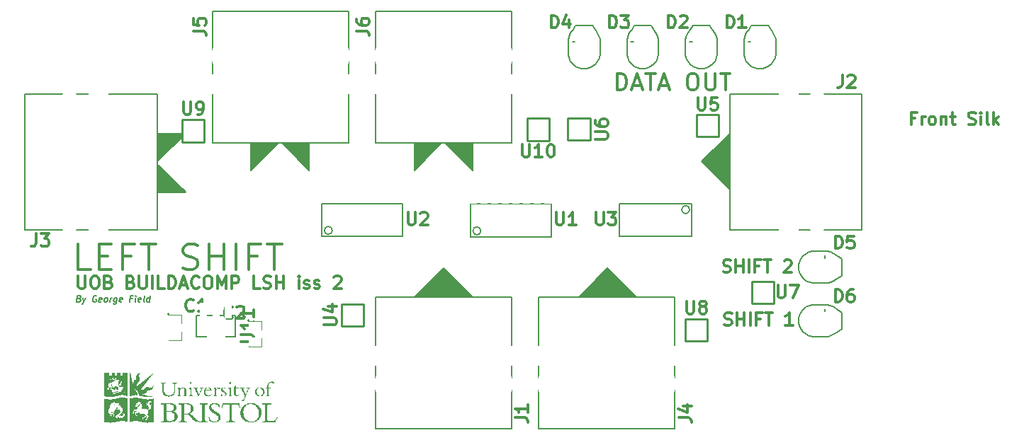
<source format=gto>
G04 (created by PCBNEW (2013-07-07 BZR 4022)-stable) date 9/18/2013 13:06:53*
%MOIN*%
G04 Gerber Fmt 3.4, Leading zero omitted, Abs format*
%FSLAX34Y34*%
G01*
G70*
G90*
G04 APERTURE LIST*
%ADD10C,0.00590551*%
%ADD11C,0.011811*%
%ADD12C,0.005*%
%ADD13C,0.0098*%
%ADD14C,0.0039*%
%ADD15C,0.0001*%
%ADD16C,0.012*%
%ADD17C,0.00787402*%
%ADD18C,0.01*%
%ADD19C,0.0688976*%
%ADD20R,0.0348425X0.0598425*%
%ADD21R,0.033474X0.019674*%
%ADD22R,0.0354425X0.0216425*%
%ADD23C,0.246063*%
%ADD24R,0.0648425X0.0448425*%
%ADD25C,0.153543*%
%ADD26C,0.0689425*%
%ADD27C,0.0964567*%
%ADD28R,0.0374425X0.0728425*%
%ADD29R,0.0374425X0.0925425*%
%ADD30R,0.0885425X0.118143*%
G04 APERTURE END LIST*
G54D10*
X7278Y-18271D02*
X7318Y-18285D01*
X7330Y-18300D01*
X7341Y-18328D01*
X7336Y-18370D01*
X7318Y-18398D01*
X7302Y-18412D01*
X7272Y-18426D01*
X7160Y-18426D01*
X7197Y-18131D01*
X7295Y-18131D01*
X7322Y-18145D01*
X7334Y-18159D01*
X7344Y-18187D01*
X7341Y-18215D01*
X7323Y-18243D01*
X7308Y-18257D01*
X7278Y-18271D01*
X7179Y-18271D01*
X7452Y-18229D02*
X7497Y-18426D01*
X7592Y-18229D02*
X7497Y-18426D01*
X7460Y-18496D01*
X7445Y-18510D01*
X7415Y-18525D01*
X8095Y-18145D02*
X8069Y-18131D01*
X8026Y-18131D01*
X7982Y-18145D01*
X7951Y-18173D01*
X7933Y-18201D01*
X7912Y-18257D01*
X7907Y-18300D01*
X7914Y-18356D01*
X7924Y-18384D01*
X7949Y-18412D01*
X7990Y-18426D01*
X8018Y-18426D01*
X8062Y-18412D01*
X8077Y-18398D01*
X8090Y-18300D01*
X8033Y-18300D01*
X8315Y-18412D02*
X8285Y-18426D01*
X8229Y-18426D01*
X8202Y-18412D01*
X8192Y-18384D01*
X8206Y-18271D01*
X8223Y-18243D01*
X8253Y-18229D01*
X8309Y-18229D01*
X8336Y-18243D01*
X8346Y-18271D01*
X8343Y-18300D01*
X8199Y-18328D01*
X8496Y-18426D02*
X8469Y-18412D01*
X8457Y-18398D01*
X8446Y-18370D01*
X8457Y-18285D01*
X8475Y-18257D01*
X8490Y-18243D01*
X8520Y-18229D01*
X8562Y-18229D01*
X8589Y-18243D01*
X8601Y-18257D01*
X8612Y-18285D01*
X8601Y-18370D01*
X8584Y-18398D01*
X8568Y-18412D01*
X8538Y-18426D01*
X8496Y-18426D01*
X8721Y-18426D02*
X8745Y-18229D01*
X8738Y-18285D02*
X8756Y-18257D01*
X8772Y-18243D01*
X8802Y-18229D01*
X8830Y-18229D01*
X9055Y-18229D02*
X9025Y-18468D01*
X9007Y-18496D01*
X8991Y-18510D01*
X8961Y-18525D01*
X8919Y-18525D01*
X8893Y-18510D01*
X9032Y-18412D02*
X9002Y-18426D01*
X8946Y-18426D01*
X8919Y-18412D01*
X8907Y-18398D01*
X8896Y-18370D01*
X8907Y-18285D01*
X8925Y-18257D01*
X8940Y-18243D01*
X8970Y-18229D01*
X9026Y-18229D01*
X9053Y-18243D01*
X9285Y-18412D02*
X9255Y-18426D01*
X9199Y-18426D01*
X9172Y-18412D01*
X9162Y-18384D01*
X9176Y-18271D01*
X9193Y-18243D01*
X9223Y-18229D01*
X9280Y-18229D01*
X9306Y-18243D01*
X9316Y-18271D01*
X9313Y-18300D01*
X9169Y-18328D01*
X9766Y-18271D02*
X9668Y-18271D01*
X9649Y-18426D02*
X9686Y-18131D01*
X9826Y-18131D01*
X9902Y-18426D02*
X9926Y-18229D01*
X9939Y-18131D02*
X9923Y-18145D01*
X9935Y-18159D01*
X9951Y-18145D01*
X9939Y-18131D01*
X9935Y-18159D01*
X10157Y-18412D02*
X10127Y-18426D01*
X10071Y-18426D01*
X10044Y-18412D01*
X10034Y-18384D01*
X10048Y-18271D01*
X10065Y-18243D01*
X10095Y-18229D01*
X10151Y-18229D01*
X10178Y-18243D01*
X10188Y-18271D01*
X10185Y-18300D01*
X10041Y-18328D01*
X10338Y-18426D02*
X10311Y-18412D01*
X10301Y-18384D01*
X10332Y-18131D01*
X10577Y-18426D02*
X10614Y-18131D01*
X10578Y-18412D02*
X10549Y-18426D01*
X10492Y-18426D01*
X10466Y-18412D01*
X10454Y-18398D01*
X10443Y-18370D01*
X10454Y-18285D01*
X10471Y-18257D01*
X10487Y-18243D01*
X10517Y-18229D01*
X10573Y-18229D01*
X10600Y-18243D01*
G54D11*
X46597Y-9772D02*
X46400Y-9772D01*
X46400Y-10081D02*
X46400Y-9491D01*
X46681Y-9491D01*
X46906Y-10081D02*
X46906Y-9687D01*
X46906Y-9800D02*
X46934Y-9744D01*
X46962Y-9715D01*
X47019Y-9687D01*
X47075Y-9687D01*
X47356Y-10081D02*
X47300Y-10053D01*
X47272Y-10025D01*
X47244Y-9969D01*
X47244Y-9800D01*
X47272Y-9744D01*
X47300Y-9715D01*
X47356Y-9687D01*
X47440Y-9687D01*
X47497Y-9715D01*
X47525Y-9744D01*
X47553Y-9800D01*
X47553Y-9969D01*
X47525Y-10025D01*
X47497Y-10053D01*
X47440Y-10081D01*
X47356Y-10081D01*
X47806Y-9687D02*
X47806Y-10081D01*
X47806Y-9744D02*
X47834Y-9715D01*
X47890Y-9687D01*
X47975Y-9687D01*
X48031Y-9715D01*
X48059Y-9772D01*
X48059Y-10081D01*
X48256Y-9687D02*
X48481Y-9687D01*
X48340Y-9491D02*
X48340Y-9997D01*
X48368Y-10053D01*
X48425Y-10081D01*
X48481Y-10081D01*
X49100Y-10053D02*
X49184Y-10081D01*
X49325Y-10081D01*
X49381Y-10053D01*
X49409Y-10025D01*
X49437Y-9969D01*
X49437Y-9912D01*
X49409Y-9856D01*
X49381Y-9828D01*
X49325Y-9800D01*
X49212Y-9772D01*
X49156Y-9744D01*
X49128Y-9715D01*
X49100Y-9659D01*
X49100Y-9603D01*
X49128Y-9547D01*
X49156Y-9519D01*
X49212Y-9491D01*
X49353Y-9491D01*
X49437Y-9519D01*
X49690Y-10081D02*
X49690Y-9687D01*
X49690Y-9491D02*
X49662Y-9519D01*
X49690Y-9547D01*
X49718Y-9519D01*
X49690Y-9491D01*
X49690Y-9547D01*
X50056Y-10081D02*
X49999Y-10053D01*
X49971Y-9997D01*
X49971Y-9491D01*
X50281Y-10081D02*
X50281Y-9491D01*
X50337Y-9856D02*
X50506Y-10081D01*
X50506Y-9687D02*
X50281Y-9912D01*
X32571Y-8448D02*
X32571Y-7661D01*
X32758Y-7661D01*
X32871Y-7698D01*
X32946Y-7773D01*
X32983Y-7848D01*
X33021Y-7998D01*
X33021Y-8111D01*
X32983Y-8261D01*
X32946Y-8336D01*
X32871Y-8411D01*
X32758Y-8448D01*
X32571Y-8448D01*
X33321Y-8223D02*
X33696Y-8223D01*
X33246Y-8448D02*
X33508Y-7661D01*
X33771Y-8448D01*
X33921Y-7661D02*
X34371Y-7661D01*
X34146Y-8448D02*
X34146Y-7661D01*
X34595Y-8223D02*
X34970Y-8223D01*
X34520Y-8448D02*
X34783Y-7661D01*
X35045Y-8448D01*
X36058Y-7661D02*
X36208Y-7661D01*
X36283Y-7698D01*
X36358Y-7773D01*
X36395Y-7923D01*
X36395Y-8186D01*
X36358Y-8336D01*
X36283Y-8411D01*
X36208Y-8448D01*
X36058Y-8448D01*
X35983Y-8411D01*
X35908Y-8336D01*
X35870Y-8186D01*
X35870Y-7923D01*
X35908Y-7773D01*
X35983Y-7698D01*
X36058Y-7661D01*
X36733Y-7661D02*
X36733Y-8298D01*
X36770Y-8373D01*
X36808Y-8411D01*
X36883Y-8448D01*
X37033Y-8448D01*
X37108Y-8411D01*
X37145Y-8373D01*
X37183Y-8298D01*
X37183Y-7661D01*
X37445Y-7661D02*
X37895Y-7661D01*
X37670Y-8448D02*
X37670Y-7661D01*
X37629Y-19502D02*
X37713Y-19530D01*
X37854Y-19530D01*
X37910Y-19502D01*
X37938Y-19474D01*
X37966Y-19417D01*
X37966Y-19361D01*
X37938Y-19305D01*
X37910Y-19277D01*
X37854Y-19249D01*
X37741Y-19221D01*
X37685Y-19192D01*
X37657Y-19164D01*
X37629Y-19108D01*
X37629Y-19052D01*
X37657Y-18996D01*
X37685Y-18967D01*
X37741Y-18939D01*
X37882Y-18939D01*
X37966Y-18967D01*
X38219Y-19530D02*
X38219Y-18939D01*
X38219Y-19221D02*
X38557Y-19221D01*
X38557Y-19530D02*
X38557Y-18939D01*
X38838Y-19530D02*
X38838Y-18939D01*
X39316Y-19221D02*
X39119Y-19221D01*
X39119Y-19530D02*
X39119Y-18939D01*
X39401Y-18939D01*
X39541Y-18939D02*
X39879Y-18939D01*
X39710Y-19530D02*
X39710Y-18939D01*
X40835Y-19530D02*
X40497Y-19530D01*
X40666Y-19530D02*
X40666Y-18939D01*
X40610Y-19024D01*
X40553Y-19080D01*
X40497Y-19108D01*
X37570Y-17002D02*
X37654Y-17030D01*
X37795Y-17030D01*
X37851Y-17002D01*
X37879Y-16974D01*
X37907Y-16917D01*
X37907Y-16861D01*
X37879Y-16805D01*
X37851Y-16777D01*
X37795Y-16749D01*
X37682Y-16721D01*
X37626Y-16692D01*
X37598Y-16664D01*
X37570Y-16608D01*
X37570Y-16552D01*
X37598Y-16496D01*
X37626Y-16467D01*
X37682Y-16439D01*
X37823Y-16439D01*
X37907Y-16467D01*
X38160Y-17030D02*
X38160Y-16439D01*
X38160Y-16721D02*
X38498Y-16721D01*
X38498Y-17030D02*
X38498Y-16439D01*
X38779Y-17030D02*
X38779Y-16439D01*
X39257Y-16721D02*
X39060Y-16721D01*
X39060Y-17030D02*
X39060Y-16439D01*
X39341Y-16439D01*
X39482Y-16439D02*
X39820Y-16439D01*
X39651Y-17030D02*
X39651Y-16439D01*
X40438Y-16496D02*
X40466Y-16467D01*
X40523Y-16439D01*
X40663Y-16439D01*
X40719Y-16467D01*
X40748Y-16496D01*
X40776Y-16552D01*
X40776Y-16608D01*
X40748Y-16692D01*
X40410Y-17030D01*
X40776Y-17030D01*
X7227Y-17207D02*
X7227Y-17685D01*
X7255Y-17741D01*
X7283Y-17769D01*
X7339Y-17798D01*
X7452Y-17798D01*
X7508Y-17769D01*
X7536Y-17741D01*
X7564Y-17685D01*
X7564Y-17207D01*
X7958Y-17207D02*
X8070Y-17207D01*
X8127Y-17235D01*
X8183Y-17291D01*
X8211Y-17404D01*
X8211Y-17601D01*
X8183Y-17713D01*
X8127Y-17769D01*
X8070Y-17798D01*
X7958Y-17798D01*
X7902Y-17769D01*
X7845Y-17713D01*
X7817Y-17601D01*
X7817Y-17404D01*
X7845Y-17291D01*
X7902Y-17235D01*
X7958Y-17207D01*
X8661Y-17488D02*
X8745Y-17516D01*
X8773Y-17544D01*
X8802Y-17601D01*
X8802Y-17685D01*
X8773Y-17741D01*
X8745Y-17769D01*
X8689Y-17798D01*
X8464Y-17798D01*
X8464Y-17207D01*
X8661Y-17207D01*
X8717Y-17235D01*
X8745Y-17263D01*
X8773Y-17320D01*
X8773Y-17376D01*
X8745Y-17432D01*
X8717Y-17460D01*
X8661Y-17488D01*
X8464Y-17488D01*
X9701Y-17488D02*
X9786Y-17516D01*
X9814Y-17544D01*
X9842Y-17601D01*
X9842Y-17685D01*
X9814Y-17741D01*
X9786Y-17769D01*
X9730Y-17798D01*
X9505Y-17798D01*
X9505Y-17207D01*
X9701Y-17207D01*
X9758Y-17235D01*
X9786Y-17263D01*
X9814Y-17320D01*
X9814Y-17376D01*
X9786Y-17432D01*
X9758Y-17460D01*
X9701Y-17488D01*
X9505Y-17488D01*
X10095Y-17207D02*
X10095Y-17685D01*
X10123Y-17741D01*
X10151Y-17769D01*
X10208Y-17798D01*
X10320Y-17798D01*
X10376Y-17769D01*
X10404Y-17741D01*
X10433Y-17685D01*
X10433Y-17207D01*
X10714Y-17798D02*
X10714Y-17207D01*
X11276Y-17798D02*
X10995Y-17798D01*
X10995Y-17207D01*
X11473Y-17798D02*
X11473Y-17207D01*
X11614Y-17207D01*
X11698Y-17235D01*
X11754Y-17291D01*
X11782Y-17348D01*
X11811Y-17460D01*
X11811Y-17544D01*
X11782Y-17657D01*
X11754Y-17713D01*
X11698Y-17769D01*
X11614Y-17798D01*
X11473Y-17798D01*
X12035Y-17629D02*
X12317Y-17629D01*
X11979Y-17798D02*
X12176Y-17207D01*
X12373Y-17798D01*
X12907Y-17741D02*
X12879Y-17769D01*
X12795Y-17798D01*
X12739Y-17798D01*
X12654Y-17769D01*
X12598Y-17713D01*
X12570Y-17657D01*
X12542Y-17544D01*
X12542Y-17460D01*
X12570Y-17348D01*
X12598Y-17291D01*
X12654Y-17235D01*
X12739Y-17207D01*
X12795Y-17207D01*
X12879Y-17235D01*
X12907Y-17263D01*
X13273Y-17207D02*
X13385Y-17207D01*
X13442Y-17235D01*
X13498Y-17291D01*
X13526Y-17404D01*
X13526Y-17601D01*
X13498Y-17713D01*
X13442Y-17769D01*
X13385Y-17798D01*
X13273Y-17798D01*
X13217Y-17769D01*
X13160Y-17713D01*
X13132Y-17601D01*
X13132Y-17404D01*
X13160Y-17291D01*
X13217Y-17235D01*
X13273Y-17207D01*
X13779Y-17798D02*
X13779Y-17207D01*
X13976Y-17629D01*
X14173Y-17207D01*
X14173Y-17798D01*
X14454Y-17798D02*
X14454Y-17207D01*
X14679Y-17207D01*
X14735Y-17235D01*
X14763Y-17263D01*
X14791Y-17320D01*
X14791Y-17404D01*
X14763Y-17460D01*
X14735Y-17488D01*
X14679Y-17516D01*
X14454Y-17516D01*
X15776Y-17798D02*
X15494Y-17798D01*
X15494Y-17207D01*
X15944Y-17769D02*
X16029Y-17798D01*
X16169Y-17798D01*
X16226Y-17769D01*
X16254Y-17741D01*
X16282Y-17685D01*
X16282Y-17629D01*
X16254Y-17573D01*
X16226Y-17544D01*
X16169Y-17516D01*
X16057Y-17488D01*
X16001Y-17460D01*
X15973Y-17432D01*
X15944Y-17376D01*
X15944Y-17320D01*
X15973Y-17263D01*
X16001Y-17235D01*
X16057Y-17207D01*
X16197Y-17207D01*
X16282Y-17235D01*
X16535Y-17798D02*
X16535Y-17207D01*
X16535Y-17488D02*
X16872Y-17488D01*
X16872Y-17798D02*
X16872Y-17207D01*
X17604Y-17798D02*
X17604Y-17404D01*
X17604Y-17207D02*
X17575Y-17235D01*
X17604Y-17263D01*
X17632Y-17235D01*
X17604Y-17207D01*
X17604Y-17263D01*
X17857Y-17769D02*
X17913Y-17798D01*
X18025Y-17798D01*
X18082Y-17769D01*
X18110Y-17713D01*
X18110Y-17685D01*
X18082Y-17629D01*
X18025Y-17601D01*
X17941Y-17601D01*
X17885Y-17573D01*
X17857Y-17516D01*
X17857Y-17488D01*
X17885Y-17432D01*
X17941Y-17404D01*
X18025Y-17404D01*
X18082Y-17432D01*
X18335Y-17769D02*
X18391Y-17798D01*
X18503Y-17798D01*
X18560Y-17769D01*
X18588Y-17713D01*
X18588Y-17685D01*
X18560Y-17629D01*
X18503Y-17601D01*
X18419Y-17601D01*
X18363Y-17573D01*
X18335Y-17516D01*
X18335Y-17488D01*
X18363Y-17432D01*
X18419Y-17404D01*
X18503Y-17404D01*
X18560Y-17432D01*
X19263Y-17263D02*
X19291Y-17235D01*
X19347Y-17207D01*
X19488Y-17207D01*
X19544Y-17235D01*
X19572Y-17263D01*
X19600Y-17320D01*
X19600Y-17376D01*
X19572Y-17460D01*
X19235Y-17798D01*
X19600Y-17798D01*
X7800Y-16895D02*
X7219Y-16895D01*
X7219Y-15714D01*
X8207Y-16276D02*
X8614Y-16276D01*
X8788Y-16895D02*
X8207Y-16895D01*
X8207Y-15714D01*
X8788Y-15714D01*
X9718Y-16276D02*
X9311Y-16276D01*
X9311Y-16895D02*
X9311Y-15714D01*
X9893Y-15714D01*
X10183Y-15714D02*
X10881Y-15714D01*
X10532Y-16895D02*
X10532Y-15714D01*
X12159Y-16839D02*
X12334Y-16895D01*
X12624Y-16895D01*
X12740Y-16839D01*
X12799Y-16782D01*
X12857Y-16670D01*
X12857Y-16557D01*
X12799Y-16445D01*
X12740Y-16389D01*
X12624Y-16332D01*
X12392Y-16276D01*
X12275Y-16220D01*
X12217Y-16164D01*
X12159Y-16051D01*
X12159Y-15939D01*
X12217Y-15826D01*
X12275Y-15770D01*
X12392Y-15714D01*
X12682Y-15714D01*
X12857Y-15770D01*
X13380Y-16895D02*
X13380Y-15714D01*
X13380Y-16276D02*
X14077Y-16276D01*
X14077Y-16895D02*
X14077Y-15714D01*
X14658Y-16895D02*
X14658Y-15714D01*
X15646Y-16276D02*
X15239Y-16276D01*
X15239Y-16895D02*
X15239Y-15714D01*
X15821Y-15714D01*
X16111Y-15714D02*
X16809Y-15714D01*
X16460Y-16895D02*
X16460Y-15714D01*
G54D10*
X42952Y-16279D02*
X43149Y-16397D01*
X42913Y-17342D02*
X43149Y-17185D01*
X42362Y-16358D02*
X42362Y-16240D01*
X41102Y-16909D02*
X41141Y-17027D01*
X41141Y-17027D02*
X41181Y-17106D01*
X42125Y-17539D02*
X41811Y-17539D01*
X41811Y-17539D02*
X41614Y-17500D01*
X41614Y-17500D02*
X41456Y-17421D01*
X41456Y-17421D02*
X41299Y-17303D01*
X41299Y-17303D02*
X41181Y-17106D01*
X41102Y-16909D02*
X41102Y-16791D01*
X43149Y-16791D02*
X43149Y-17185D01*
X42913Y-17342D02*
X42716Y-17460D01*
X42716Y-17460D02*
X42519Y-17539D01*
X42519Y-17539D02*
X42283Y-17539D01*
X42283Y-17539D02*
X42165Y-17539D01*
X42165Y-17539D02*
X42125Y-17539D01*
X42125Y-16043D02*
X42244Y-16043D01*
X42244Y-16043D02*
X42440Y-16043D01*
X42440Y-16043D02*
X42598Y-16082D01*
X42598Y-16082D02*
X42795Y-16161D01*
X42795Y-16161D02*
X42952Y-16279D01*
X43149Y-16397D02*
X43149Y-16791D01*
X41102Y-16791D02*
X41102Y-16751D01*
X41102Y-16751D02*
X41102Y-16673D01*
X41102Y-16673D02*
X41141Y-16555D01*
X41141Y-16555D02*
X41220Y-16397D01*
X41220Y-16397D02*
X41299Y-16279D01*
X41299Y-16279D02*
X41456Y-16161D01*
X41456Y-16161D02*
X41614Y-16082D01*
X41614Y-16082D02*
X41771Y-16043D01*
X41771Y-16043D02*
X41929Y-16043D01*
X41929Y-16043D02*
X42125Y-16043D01*
X30511Y-5590D02*
X30629Y-5393D01*
X31574Y-5629D02*
X31417Y-5393D01*
X30590Y-6181D02*
X30472Y-6181D01*
X31141Y-7440D02*
X31259Y-7401D01*
X31259Y-7401D02*
X31338Y-7362D01*
X31771Y-6417D02*
X31771Y-6732D01*
X31771Y-6732D02*
X31732Y-6929D01*
X31732Y-6929D02*
X31653Y-7086D01*
X31653Y-7086D02*
X31535Y-7244D01*
X31535Y-7244D02*
X31338Y-7362D01*
X31141Y-7440D02*
X31023Y-7440D01*
X31023Y-5393D02*
X31417Y-5393D01*
X31574Y-5629D02*
X31692Y-5826D01*
X31692Y-5826D02*
X31771Y-6023D01*
X31771Y-6023D02*
X31771Y-6259D01*
X31771Y-6259D02*
X31771Y-6377D01*
X31771Y-6377D02*
X31771Y-6417D01*
X30275Y-6417D02*
X30275Y-6299D01*
X30275Y-6299D02*
X30275Y-6102D01*
X30275Y-6102D02*
X30314Y-5944D01*
X30314Y-5944D02*
X30393Y-5748D01*
X30393Y-5748D02*
X30511Y-5590D01*
X30629Y-5393D02*
X31023Y-5393D01*
X31023Y-7440D02*
X30984Y-7440D01*
X30984Y-7440D02*
X30905Y-7440D01*
X30905Y-7440D02*
X30787Y-7401D01*
X30787Y-7401D02*
X30629Y-7322D01*
X30629Y-7322D02*
X30511Y-7244D01*
X30511Y-7244D02*
X30393Y-7086D01*
X30393Y-7086D02*
X30314Y-6929D01*
X30314Y-6929D02*
X30275Y-6771D01*
X30275Y-6771D02*
X30275Y-6614D01*
X30275Y-6614D02*
X30275Y-6417D01*
X42952Y-18799D02*
X43149Y-18917D01*
X42913Y-19862D02*
X43149Y-19704D01*
X42362Y-18877D02*
X42362Y-18759D01*
X41102Y-19429D02*
X41141Y-19547D01*
X41141Y-19547D02*
X41181Y-19625D01*
X42125Y-20059D02*
X41811Y-20059D01*
X41811Y-20059D02*
X41614Y-20019D01*
X41614Y-20019D02*
X41456Y-19940D01*
X41456Y-19940D02*
X41299Y-19822D01*
X41299Y-19822D02*
X41181Y-19625D01*
X41102Y-19429D02*
X41102Y-19311D01*
X43149Y-19311D02*
X43149Y-19704D01*
X42913Y-19862D02*
X42716Y-19980D01*
X42716Y-19980D02*
X42519Y-20059D01*
X42519Y-20059D02*
X42283Y-20059D01*
X42283Y-20059D02*
X42165Y-20059D01*
X42165Y-20059D02*
X42125Y-20059D01*
X42125Y-18562D02*
X42244Y-18562D01*
X42244Y-18562D02*
X42440Y-18562D01*
X42440Y-18562D02*
X42598Y-18602D01*
X42598Y-18602D02*
X42795Y-18681D01*
X42795Y-18681D02*
X42952Y-18799D01*
X43149Y-18917D02*
X43149Y-19311D01*
X41102Y-19311D02*
X41102Y-19271D01*
X41102Y-19271D02*
X41102Y-19192D01*
X41102Y-19192D02*
X41141Y-19074D01*
X41141Y-19074D02*
X41220Y-18917D01*
X41220Y-18917D02*
X41299Y-18799D01*
X41299Y-18799D02*
X41456Y-18681D01*
X41456Y-18681D02*
X41614Y-18602D01*
X41614Y-18602D02*
X41771Y-18562D01*
X41771Y-18562D02*
X41929Y-18562D01*
X41929Y-18562D02*
X42125Y-18562D01*
X33267Y-5590D02*
X33385Y-5393D01*
X34330Y-5629D02*
X34173Y-5393D01*
X33346Y-6181D02*
X33228Y-6181D01*
X33897Y-7440D02*
X34015Y-7401D01*
X34015Y-7401D02*
X34094Y-7362D01*
X34527Y-6417D02*
X34527Y-6732D01*
X34527Y-6732D02*
X34488Y-6929D01*
X34488Y-6929D02*
X34409Y-7086D01*
X34409Y-7086D02*
X34291Y-7244D01*
X34291Y-7244D02*
X34094Y-7362D01*
X33897Y-7440D02*
X33779Y-7440D01*
X33779Y-5393D02*
X34173Y-5393D01*
X34330Y-5629D02*
X34448Y-5826D01*
X34448Y-5826D02*
X34527Y-6023D01*
X34527Y-6023D02*
X34527Y-6259D01*
X34527Y-6259D02*
X34527Y-6377D01*
X34527Y-6377D02*
X34527Y-6417D01*
X33031Y-6417D02*
X33031Y-6299D01*
X33031Y-6299D02*
X33031Y-6102D01*
X33031Y-6102D02*
X33070Y-5944D01*
X33070Y-5944D02*
X33149Y-5748D01*
X33149Y-5748D02*
X33267Y-5590D01*
X33385Y-5393D02*
X33779Y-5393D01*
X33779Y-7440D02*
X33740Y-7440D01*
X33740Y-7440D02*
X33661Y-7440D01*
X33661Y-7440D02*
X33543Y-7401D01*
X33543Y-7401D02*
X33385Y-7322D01*
X33385Y-7322D02*
X33267Y-7244D01*
X33267Y-7244D02*
X33149Y-7086D01*
X33149Y-7086D02*
X33070Y-6929D01*
X33070Y-6929D02*
X33031Y-6771D01*
X33031Y-6771D02*
X33031Y-6614D01*
X33031Y-6614D02*
X33031Y-6417D01*
X36023Y-5590D02*
X36141Y-5393D01*
X37086Y-5629D02*
X36929Y-5393D01*
X36102Y-6181D02*
X35984Y-6181D01*
X36653Y-7440D02*
X36771Y-7401D01*
X36771Y-7401D02*
X36850Y-7362D01*
X37283Y-6417D02*
X37283Y-6732D01*
X37283Y-6732D02*
X37244Y-6929D01*
X37244Y-6929D02*
X37165Y-7086D01*
X37165Y-7086D02*
X37047Y-7244D01*
X37047Y-7244D02*
X36850Y-7362D01*
X36653Y-7440D02*
X36535Y-7440D01*
X36535Y-5393D02*
X36929Y-5393D01*
X37086Y-5629D02*
X37204Y-5826D01*
X37204Y-5826D02*
X37283Y-6023D01*
X37283Y-6023D02*
X37283Y-6259D01*
X37283Y-6259D02*
X37283Y-6377D01*
X37283Y-6377D02*
X37283Y-6417D01*
X35787Y-6417D02*
X35787Y-6299D01*
X35787Y-6299D02*
X35787Y-6102D01*
X35787Y-6102D02*
X35826Y-5944D01*
X35826Y-5944D02*
X35905Y-5748D01*
X35905Y-5748D02*
X36023Y-5590D01*
X36141Y-5393D02*
X36535Y-5393D01*
X36535Y-7440D02*
X36496Y-7440D01*
X36496Y-7440D02*
X36417Y-7440D01*
X36417Y-7440D02*
X36299Y-7401D01*
X36299Y-7401D02*
X36141Y-7322D01*
X36141Y-7322D02*
X36023Y-7244D01*
X36023Y-7244D02*
X35905Y-7086D01*
X35905Y-7086D02*
X35826Y-6929D01*
X35826Y-6929D02*
X35787Y-6771D01*
X35787Y-6771D02*
X35787Y-6614D01*
X35787Y-6614D02*
X35787Y-6417D01*
X38779Y-5590D02*
X38897Y-5393D01*
X39842Y-5629D02*
X39685Y-5393D01*
X38858Y-6181D02*
X38740Y-6181D01*
X39409Y-7440D02*
X39527Y-7401D01*
X39527Y-7401D02*
X39606Y-7362D01*
X40039Y-6417D02*
X40039Y-6732D01*
X40039Y-6732D02*
X40000Y-6929D01*
X40000Y-6929D02*
X39921Y-7086D01*
X39921Y-7086D02*
X39803Y-7244D01*
X39803Y-7244D02*
X39606Y-7362D01*
X39409Y-7440D02*
X39291Y-7440D01*
X39291Y-5393D02*
X39685Y-5393D01*
X39842Y-5629D02*
X39960Y-5826D01*
X39960Y-5826D02*
X40039Y-6023D01*
X40039Y-6023D02*
X40039Y-6259D01*
X40039Y-6259D02*
X40039Y-6377D01*
X40039Y-6377D02*
X40039Y-6417D01*
X38543Y-6417D02*
X38543Y-6299D01*
X38543Y-6299D02*
X38543Y-6102D01*
X38543Y-6102D02*
X38582Y-5944D01*
X38582Y-5944D02*
X38661Y-5748D01*
X38661Y-5748D02*
X38779Y-5590D01*
X38897Y-5393D02*
X39291Y-5393D01*
X39291Y-7440D02*
X39251Y-7440D01*
X39251Y-7440D02*
X39173Y-7440D01*
X39173Y-7440D02*
X39055Y-7401D01*
X39055Y-7401D02*
X38897Y-7322D01*
X38897Y-7322D02*
X38779Y-7244D01*
X38779Y-7244D02*
X38661Y-7086D01*
X38661Y-7086D02*
X38582Y-6929D01*
X38582Y-6929D02*
X38543Y-6771D01*
X38543Y-6771D02*
X38543Y-6614D01*
X38543Y-6614D02*
X38543Y-6417D01*
G54D12*
X36089Y-15346D02*
X36089Y-13786D01*
X36089Y-13786D02*
X32689Y-13786D01*
X32689Y-13786D02*
X32689Y-15346D01*
X32689Y-15346D02*
X36089Y-15346D01*
X35389Y-15346D02*
X35389Y-15776D01*
X34889Y-15346D02*
X34889Y-15776D01*
X34389Y-15346D02*
X34389Y-15776D01*
X35889Y-15346D02*
X35889Y-15776D01*
X33889Y-15776D02*
X33889Y-15346D01*
X33389Y-15776D02*
X33389Y-15346D01*
X32889Y-15776D02*
X32889Y-15346D01*
X32889Y-13786D02*
X32889Y-13356D01*
X33389Y-13786D02*
X33389Y-13356D01*
X35889Y-13786D02*
X35889Y-13356D01*
X35389Y-13356D02*
X35389Y-13786D01*
X33889Y-13356D02*
X33889Y-13786D01*
X34389Y-13356D02*
X34389Y-13786D01*
X34889Y-13356D02*
X34889Y-13786D01*
X35985Y-14076D02*
G75*
G03X35985Y-14076I-186J0D01*
G74*
G01*
X19840Y-13786D02*
X19840Y-13356D01*
X20340Y-13786D02*
X20340Y-13356D01*
X20840Y-13786D02*
X20840Y-13356D01*
X19340Y-13786D02*
X19340Y-13356D01*
X18840Y-13356D02*
X18840Y-13786D01*
X21340Y-13356D02*
X21340Y-13786D01*
X21840Y-13356D02*
X21840Y-13786D01*
X22340Y-13356D02*
X22340Y-13786D01*
X22340Y-15346D02*
X22340Y-15776D01*
X21840Y-15346D02*
X21840Y-15776D01*
X21340Y-15346D02*
X21340Y-15776D01*
X18840Y-15346D02*
X18840Y-15776D01*
X19340Y-15776D02*
X19340Y-15346D01*
X20840Y-15776D02*
X20840Y-15346D01*
X20340Y-15776D02*
X20340Y-15346D01*
X19840Y-15776D02*
X19840Y-15346D01*
X19176Y-15056D02*
G75*
G03X19176Y-15056I-186J0D01*
G74*
G01*
X18690Y-13786D02*
X18690Y-15346D01*
X18690Y-15346D02*
X22490Y-15346D01*
X22490Y-15346D02*
X22490Y-13786D01*
X22490Y-13786D02*
X18690Y-13786D01*
X26828Y-13806D02*
X26828Y-13376D01*
X27328Y-13806D02*
X27328Y-13376D01*
X27828Y-13806D02*
X27828Y-13376D01*
X26328Y-13806D02*
X26328Y-13376D01*
X25828Y-13376D02*
X25828Y-13806D01*
X28328Y-13376D02*
X28328Y-13806D01*
X28828Y-13376D02*
X28828Y-13806D01*
X29328Y-13376D02*
X29328Y-13806D01*
X29328Y-15366D02*
X29328Y-15796D01*
X28828Y-15366D02*
X28828Y-15796D01*
X28328Y-15366D02*
X28328Y-15796D01*
X25828Y-15366D02*
X25828Y-15796D01*
X26328Y-15796D02*
X26328Y-15366D01*
X27828Y-15796D02*
X27828Y-15366D01*
X27328Y-15796D02*
X27328Y-15366D01*
X26828Y-15796D02*
X26828Y-15366D01*
X26164Y-15076D02*
G75*
G03X26164Y-15076I-186J0D01*
G74*
G01*
X25678Y-13806D02*
X25678Y-15366D01*
X25678Y-15366D02*
X29478Y-15366D01*
X29478Y-15366D02*
X29478Y-13806D01*
X29478Y-13806D02*
X25678Y-13806D01*
G54D13*
X28354Y-10830D02*
X29389Y-10830D01*
X29389Y-10830D02*
X29389Y-9775D01*
X29389Y-9775D02*
X28362Y-9775D01*
X28346Y-9779D02*
X28346Y-10830D01*
X20641Y-18520D02*
X19606Y-18520D01*
X19606Y-18520D02*
X19606Y-19575D01*
X19606Y-19575D02*
X20633Y-19575D01*
X20649Y-19571D02*
X20649Y-18520D01*
X37334Y-9583D02*
X36299Y-9583D01*
X36299Y-9583D02*
X36299Y-10638D01*
X36299Y-10638D02*
X37326Y-10638D01*
X37342Y-10634D02*
X37342Y-9583D01*
X39933Y-17457D02*
X38898Y-17457D01*
X38898Y-17457D02*
X38898Y-18512D01*
X38898Y-18512D02*
X39925Y-18512D01*
X39941Y-18508D02*
X39941Y-17457D01*
X35795Y-20279D02*
X36830Y-20279D01*
X36830Y-20279D02*
X36830Y-19224D01*
X36830Y-19224D02*
X35803Y-19224D01*
X35787Y-19228D02*
X35787Y-20279D01*
X31291Y-9760D02*
X30256Y-9760D01*
X30256Y-9760D02*
X30256Y-10815D01*
X30256Y-10815D02*
X31283Y-10815D01*
X31299Y-10811D02*
X31299Y-9760D01*
X13141Y-9839D02*
X12106Y-9839D01*
X12106Y-9839D02*
X12106Y-10894D01*
X12106Y-10894D02*
X13133Y-10894D01*
X13149Y-10890D02*
X13149Y-9839D01*
G54D14*
X11521Y-18995D02*
G75*
G03X11521Y-18995I-50J0D01*
G74*
G01*
X11471Y-19445D02*
X11471Y-19045D01*
X11471Y-19045D02*
X12071Y-19045D01*
X12071Y-19045D02*
X12071Y-19445D01*
X12071Y-19845D02*
X12071Y-20245D01*
X12071Y-20245D02*
X11471Y-20245D01*
X11471Y-20245D02*
X11471Y-19845D01*
X15281Y-19290D02*
G75*
G03X15281Y-19290I-50J0D01*
G74*
G01*
X15231Y-19740D02*
X15231Y-19340D01*
X15231Y-19340D02*
X15831Y-19340D01*
X15831Y-19340D02*
X15831Y-19740D01*
X15831Y-20140D02*
X15831Y-20540D01*
X15831Y-20540D02*
X15231Y-20540D01*
X15231Y-20540D02*
X15231Y-20140D01*
G54D10*
X27610Y-10937D02*
X21208Y-10937D01*
X21208Y-10937D02*
X21208Y-4724D01*
X21208Y-4724D02*
X27610Y-4724D01*
X27610Y-4724D02*
X27610Y-10937D01*
X10937Y-8629D02*
X10937Y-15031D01*
X10937Y-15031D02*
X4724Y-15031D01*
X4724Y-15031D02*
X4724Y-8629D01*
X4724Y-8629D02*
X10937Y-8629D01*
X37881Y-15031D02*
X37881Y-8629D01*
X37881Y-8629D02*
X44094Y-8629D01*
X44094Y-8629D02*
X44094Y-15031D01*
X44094Y-15031D02*
X37881Y-15031D01*
X28885Y-18196D02*
X35287Y-18196D01*
X35287Y-18196D02*
X35287Y-24409D01*
X35287Y-24409D02*
X28885Y-24409D01*
X28885Y-24409D02*
X28885Y-18196D01*
X19933Y-10937D02*
X13531Y-10937D01*
X13531Y-10937D02*
X13531Y-4724D01*
X13531Y-4724D02*
X19933Y-4724D01*
X19933Y-4724D02*
X19933Y-10937D01*
X21208Y-18196D02*
X27610Y-18196D01*
X27610Y-18196D02*
X27610Y-24409D01*
X27610Y-24409D02*
X21208Y-24409D01*
X21208Y-24409D02*
X21208Y-18196D01*
G54D12*
X13210Y-18581D02*
X13010Y-18581D01*
X13010Y-18581D02*
X13010Y-19051D01*
X13210Y-18581D02*
X13210Y-19051D01*
X13800Y-18581D02*
X13800Y-19051D01*
X13600Y-18581D02*
X13600Y-19051D01*
X13800Y-18581D02*
X13600Y-18581D01*
X14390Y-18581D02*
X14190Y-18581D01*
X14190Y-18581D02*
X14190Y-19051D01*
X14390Y-18581D02*
X14390Y-19051D01*
X14055Y-20276D02*
X13345Y-20276D01*
X13345Y-20276D02*
X13345Y-20081D01*
X14055Y-20276D02*
X14055Y-20081D01*
X14605Y-19051D02*
X14605Y-20081D01*
X14605Y-20081D02*
X12795Y-20081D01*
X12795Y-20081D02*
X12795Y-19051D01*
X12795Y-19051D02*
X14605Y-19051D01*
G54D15*
G36*
X8464Y-21771D02*
X8484Y-21771D01*
X8484Y-21791D01*
X8464Y-21791D01*
X8464Y-21771D01*
X8464Y-21771D01*
G37*
G36*
X8484Y-21771D02*
X8504Y-21771D01*
X8504Y-21791D01*
X8484Y-21791D01*
X8484Y-21771D01*
X8484Y-21771D01*
G37*
G36*
X8504Y-21771D02*
X8524Y-21771D01*
X8524Y-21791D01*
X8504Y-21791D01*
X8504Y-21771D01*
X8504Y-21771D01*
G37*
G36*
X8524Y-21771D02*
X8544Y-21771D01*
X8544Y-21791D01*
X8524Y-21791D01*
X8524Y-21771D01*
X8524Y-21771D01*
G37*
G36*
X8544Y-21771D02*
X8564Y-21771D01*
X8564Y-21791D01*
X8544Y-21791D01*
X8544Y-21771D01*
X8544Y-21771D01*
G37*
G36*
X8564Y-21771D02*
X8584Y-21771D01*
X8584Y-21791D01*
X8564Y-21791D01*
X8564Y-21771D01*
X8564Y-21771D01*
G37*
G36*
X8584Y-21771D02*
X8604Y-21771D01*
X8604Y-21791D01*
X8584Y-21791D01*
X8584Y-21771D01*
X8584Y-21771D01*
G37*
G36*
X8604Y-21771D02*
X8624Y-21771D01*
X8624Y-21791D01*
X8604Y-21791D01*
X8604Y-21771D01*
X8604Y-21771D01*
G37*
G36*
X8624Y-21771D02*
X8644Y-21771D01*
X8644Y-21791D01*
X8624Y-21791D01*
X8624Y-21771D01*
X8624Y-21771D01*
G37*
G36*
X8644Y-21771D02*
X8664Y-21771D01*
X8664Y-21791D01*
X8644Y-21791D01*
X8644Y-21771D01*
X8644Y-21771D01*
G37*
G36*
X8664Y-21771D02*
X8684Y-21771D01*
X8684Y-21791D01*
X8664Y-21791D01*
X8664Y-21771D01*
X8664Y-21771D01*
G37*
G36*
X8804Y-21771D02*
X8824Y-21771D01*
X8824Y-21791D01*
X8804Y-21791D01*
X8804Y-21771D01*
X8804Y-21771D01*
G37*
G36*
X8824Y-21771D02*
X8844Y-21771D01*
X8844Y-21791D01*
X8824Y-21791D01*
X8824Y-21771D01*
X8824Y-21771D01*
G37*
G36*
X8844Y-21771D02*
X8864Y-21771D01*
X8864Y-21791D01*
X8844Y-21791D01*
X8844Y-21771D01*
X8844Y-21771D01*
G37*
G36*
X8864Y-21771D02*
X8884Y-21771D01*
X8884Y-21791D01*
X8864Y-21791D01*
X8864Y-21771D01*
X8864Y-21771D01*
G37*
G36*
X8884Y-21771D02*
X8904Y-21771D01*
X8904Y-21791D01*
X8884Y-21791D01*
X8884Y-21771D01*
X8884Y-21771D01*
G37*
G36*
X8904Y-21771D02*
X8924Y-21771D01*
X8924Y-21791D01*
X8904Y-21791D01*
X8904Y-21771D01*
X8904Y-21771D01*
G37*
G36*
X8924Y-21771D02*
X8944Y-21771D01*
X8944Y-21791D01*
X8924Y-21791D01*
X8924Y-21771D01*
X8924Y-21771D01*
G37*
G36*
X9064Y-21771D02*
X9084Y-21771D01*
X9084Y-21791D01*
X9064Y-21791D01*
X9064Y-21771D01*
X9064Y-21771D01*
G37*
G36*
X9084Y-21771D02*
X9104Y-21771D01*
X9104Y-21791D01*
X9084Y-21791D01*
X9084Y-21771D01*
X9084Y-21771D01*
G37*
G36*
X9104Y-21771D02*
X9124Y-21771D01*
X9124Y-21791D01*
X9104Y-21791D01*
X9104Y-21771D01*
X9104Y-21771D01*
G37*
G36*
X9124Y-21771D02*
X9144Y-21771D01*
X9144Y-21791D01*
X9124Y-21791D01*
X9124Y-21771D01*
X9124Y-21771D01*
G37*
G36*
X9144Y-21771D02*
X9164Y-21771D01*
X9164Y-21791D01*
X9144Y-21791D01*
X9144Y-21771D01*
X9144Y-21771D01*
G37*
G36*
X9164Y-21771D02*
X9184Y-21771D01*
X9184Y-21791D01*
X9164Y-21791D01*
X9164Y-21771D01*
X9164Y-21771D01*
G37*
G36*
X9184Y-21771D02*
X9204Y-21771D01*
X9204Y-21791D01*
X9184Y-21791D01*
X9184Y-21771D01*
X9184Y-21771D01*
G37*
G36*
X9324Y-21771D02*
X9344Y-21771D01*
X9344Y-21791D01*
X9324Y-21791D01*
X9324Y-21771D01*
X9324Y-21771D01*
G37*
G36*
X9344Y-21771D02*
X9364Y-21771D01*
X9364Y-21791D01*
X9344Y-21791D01*
X9344Y-21771D01*
X9344Y-21771D01*
G37*
G36*
X9364Y-21771D02*
X9384Y-21771D01*
X9384Y-21791D01*
X9364Y-21791D01*
X9364Y-21771D01*
X9364Y-21771D01*
G37*
G36*
X9384Y-21771D02*
X9404Y-21771D01*
X9404Y-21791D01*
X9384Y-21791D01*
X9384Y-21771D01*
X9384Y-21771D01*
G37*
G36*
X9404Y-21771D02*
X9424Y-21771D01*
X9424Y-21791D01*
X9404Y-21791D01*
X9404Y-21771D01*
X9404Y-21771D01*
G37*
G36*
X9424Y-21771D02*
X9444Y-21771D01*
X9444Y-21791D01*
X9424Y-21791D01*
X9424Y-21771D01*
X9424Y-21771D01*
G37*
G36*
X9444Y-21771D02*
X9464Y-21771D01*
X9464Y-21791D01*
X9444Y-21791D01*
X9444Y-21771D01*
X9444Y-21771D01*
G37*
G36*
X9464Y-21771D02*
X9484Y-21771D01*
X9484Y-21791D01*
X9464Y-21791D01*
X9464Y-21771D01*
X9464Y-21771D01*
G37*
G36*
X9484Y-21771D02*
X9504Y-21771D01*
X9504Y-21791D01*
X9484Y-21791D01*
X9484Y-21771D01*
X9484Y-21771D01*
G37*
G36*
X9504Y-21771D02*
X9524Y-21771D01*
X9524Y-21791D01*
X9504Y-21791D01*
X9504Y-21771D01*
X9504Y-21771D01*
G37*
G36*
X9524Y-21771D02*
X9544Y-21771D01*
X9544Y-21791D01*
X9524Y-21791D01*
X9524Y-21771D01*
X9524Y-21771D01*
G37*
G36*
X9544Y-21771D02*
X9564Y-21771D01*
X9564Y-21791D01*
X9544Y-21791D01*
X9544Y-21771D01*
X9544Y-21771D01*
G37*
G36*
X9664Y-21771D02*
X9684Y-21771D01*
X9684Y-21791D01*
X9664Y-21791D01*
X9664Y-21771D01*
X9664Y-21771D01*
G37*
G36*
X10104Y-21771D02*
X10124Y-21771D01*
X10124Y-21791D01*
X10104Y-21791D01*
X10104Y-21771D01*
X10104Y-21771D01*
G37*
G36*
X10124Y-21771D02*
X10144Y-21771D01*
X10144Y-21791D01*
X10124Y-21791D01*
X10124Y-21771D01*
X10124Y-21771D01*
G37*
G36*
X10144Y-21771D02*
X10164Y-21771D01*
X10164Y-21791D01*
X10144Y-21791D01*
X10144Y-21771D01*
X10144Y-21771D01*
G37*
G36*
X8464Y-21791D02*
X8484Y-21791D01*
X8484Y-21811D01*
X8464Y-21811D01*
X8464Y-21791D01*
X8464Y-21791D01*
G37*
G36*
X8484Y-21791D02*
X8504Y-21791D01*
X8504Y-21811D01*
X8484Y-21811D01*
X8484Y-21791D01*
X8484Y-21791D01*
G37*
G36*
X8504Y-21791D02*
X8524Y-21791D01*
X8524Y-21811D01*
X8504Y-21811D01*
X8504Y-21791D01*
X8504Y-21791D01*
G37*
G36*
X8524Y-21791D02*
X8544Y-21791D01*
X8544Y-21811D01*
X8524Y-21811D01*
X8524Y-21791D01*
X8524Y-21791D01*
G37*
G36*
X8544Y-21791D02*
X8564Y-21791D01*
X8564Y-21811D01*
X8544Y-21811D01*
X8544Y-21791D01*
X8544Y-21791D01*
G37*
G36*
X8564Y-21791D02*
X8584Y-21791D01*
X8584Y-21811D01*
X8564Y-21811D01*
X8564Y-21791D01*
X8564Y-21791D01*
G37*
G36*
X8584Y-21791D02*
X8604Y-21791D01*
X8604Y-21811D01*
X8584Y-21811D01*
X8584Y-21791D01*
X8584Y-21791D01*
G37*
G36*
X8604Y-21791D02*
X8624Y-21791D01*
X8624Y-21811D01*
X8604Y-21811D01*
X8604Y-21791D01*
X8604Y-21791D01*
G37*
G36*
X8624Y-21791D02*
X8644Y-21791D01*
X8644Y-21811D01*
X8624Y-21811D01*
X8624Y-21791D01*
X8624Y-21791D01*
G37*
G36*
X8644Y-21791D02*
X8664Y-21791D01*
X8664Y-21811D01*
X8644Y-21811D01*
X8644Y-21791D01*
X8644Y-21791D01*
G37*
G36*
X8664Y-21791D02*
X8684Y-21791D01*
X8684Y-21811D01*
X8664Y-21811D01*
X8664Y-21791D01*
X8664Y-21791D01*
G37*
G36*
X8804Y-21791D02*
X8824Y-21791D01*
X8824Y-21811D01*
X8804Y-21811D01*
X8804Y-21791D01*
X8804Y-21791D01*
G37*
G36*
X8824Y-21791D02*
X8844Y-21791D01*
X8844Y-21811D01*
X8824Y-21811D01*
X8824Y-21791D01*
X8824Y-21791D01*
G37*
G36*
X8844Y-21791D02*
X8864Y-21791D01*
X8864Y-21811D01*
X8844Y-21811D01*
X8844Y-21791D01*
X8844Y-21791D01*
G37*
G36*
X8864Y-21791D02*
X8884Y-21791D01*
X8884Y-21811D01*
X8864Y-21811D01*
X8864Y-21791D01*
X8864Y-21791D01*
G37*
G36*
X8884Y-21791D02*
X8904Y-21791D01*
X8904Y-21811D01*
X8884Y-21811D01*
X8884Y-21791D01*
X8884Y-21791D01*
G37*
G36*
X8904Y-21791D02*
X8924Y-21791D01*
X8924Y-21811D01*
X8904Y-21811D01*
X8904Y-21791D01*
X8904Y-21791D01*
G37*
G36*
X8924Y-21791D02*
X8944Y-21791D01*
X8944Y-21811D01*
X8924Y-21811D01*
X8924Y-21791D01*
X8924Y-21791D01*
G37*
G36*
X9064Y-21791D02*
X9084Y-21791D01*
X9084Y-21811D01*
X9064Y-21811D01*
X9064Y-21791D01*
X9064Y-21791D01*
G37*
G36*
X9084Y-21791D02*
X9104Y-21791D01*
X9104Y-21811D01*
X9084Y-21811D01*
X9084Y-21791D01*
X9084Y-21791D01*
G37*
G36*
X9104Y-21791D02*
X9124Y-21791D01*
X9124Y-21811D01*
X9104Y-21811D01*
X9104Y-21791D01*
X9104Y-21791D01*
G37*
G36*
X9124Y-21791D02*
X9144Y-21791D01*
X9144Y-21811D01*
X9124Y-21811D01*
X9124Y-21791D01*
X9124Y-21791D01*
G37*
G36*
X9144Y-21791D02*
X9164Y-21791D01*
X9164Y-21811D01*
X9144Y-21811D01*
X9144Y-21791D01*
X9144Y-21791D01*
G37*
G36*
X9164Y-21791D02*
X9184Y-21791D01*
X9184Y-21811D01*
X9164Y-21811D01*
X9164Y-21791D01*
X9164Y-21791D01*
G37*
G36*
X9184Y-21791D02*
X9204Y-21791D01*
X9204Y-21811D01*
X9184Y-21811D01*
X9184Y-21791D01*
X9184Y-21791D01*
G37*
G36*
X9324Y-21791D02*
X9344Y-21791D01*
X9344Y-21811D01*
X9324Y-21811D01*
X9324Y-21791D01*
X9324Y-21791D01*
G37*
G36*
X9344Y-21791D02*
X9364Y-21791D01*
X9364Y-21811D01*
X9344Y-21811D01*
X9344Y-21791D01*
X9344Y-21791D01*
G37*
G36*
X9364Y-21791D02*
X9384Y-21791D01*
X9384Y-21811D01*
X9364Y-21811D01*
X9364Y-21791D01*
X9364Y-21791D01*
G37*
G36*
X9384Y-21791D02*
X9404Y-21791D01*
X9404Y-21811D01*
X9384Y-21811D01*
X9384Y-21791D01*
X9384Y-21791D01*
G37*
G36*
X9404Y-21791D02*
X9424Y-21791D01*
X9424Y-21811D01*
X9404Y-21811D01*
X9404Y-21791D01*
X9404Y-21791D01*
G37*
G36*
X9424Y-21791D02*
X9444Y-21791D01*
X9444Y-21811D01*
X9424Y-21811D01*
X9424Y-21791D01*
X9424Y-21791D01*
G37*
G36*
X9444Y-21791D02*
X9464Y-21791D01*
X9464Y-21811D01*
X9444Y-21811D01*
X9444Y-21791D01*
X9444Y-21791D01*
G37*
G36*
X9464Y-21791D02*
X9484Y-21791D01*
X9484Y-21811D01*
X9464Y-21811D01*
X9464Y-21791D01*
X9464Y-21791D01*
G37*
G36*
X9484Y-21791D02*
X9504Y-21791D01*
X9504Y-21811D01*
X9484Y-21811D01*
X9484Y-21791D01*
X9484Y-21791D01*
G37*
G36*
X9504Y-21791D02*
X9524Y-21791D01*
X9524Y-21811D01*
X9504Y-21811D01*
X9504Y-21791D01*
X9504Y-21791D01*
G37*
G36*
X9524Y-21791D02*
X9544Y-21791D01*
X9544Y-21811D01*
X9524Y-21811D01*
X9524Y-21791D01*
X9524Y-21791D01*
G37*
G36*
X9544Y-21791D02*
X9564Y-21791D01*
X9564Y-21811D01*
X9544Y-21811D01*
X9544Y-21791D01*
X9544Y-21791D01*
G37*
G36*
X9664Y-21791D02*
X9684Y-21791D01*
X9684Y-21811D01*
X9664Y-21811D01*
X9664Y-21791D01*
X9664Y-21791D01*
G37*
G36*
X10064Y-21791D02*
X10084Y-21791D01*
X10084Y-21811D01*
X10064Y-21811D01*
X10064Y-21791D01*
X10064Y-21791D01*
G37*
G36*
X10084Y-21791D02*
X10104Y-21791D01*
X10104Y-21811D01*
X10084Y-21811D01*
X10084Y-21791D01*
X10084Y-21791D01*
G37*
G36*
X10104Y-21791D02*
X10124Y-21791D01*
X10124Y-21811D01*
X10104Y-21811D01*
X10104Y-21791D01*
X10104Y-21791D01*
G37*
G36*
X10124Y-21791D02*
X10144Y-21791D01*
X10144Y-21811D01*
X10124Y-21811D01*
X10124Y-21791D01*
X10124Y-21791D01*
G37*
G36*
X10724Y-21791D02*
X10744Y-21791D01*
X10744Y-21811D01*
X10724Y-21811D01*
X10724Y-21791D01*
X10724Y-21791D01*
G37*
G36*
X8464Y-21811D02*
X8484Y-21811D01*
X8484Y-21831D01*
X8464Y-21831D01*
X8464Y-21811D01*
X8464Y-21811D01*
G37*
G36*
X8484Y-21811D02*
X8504Y-21811D01*
X8504Y-21831D01*
X8484Y-21831D01*
X8484Y-21811D01*
X8484Y-21811D01*
G37*
G36*
X8504Y-21811D02*
X8524Y-21811D01*
X8524Y-21831D01*
X8504Y-21831D01*
X8504Y-21811D01*
X8504Y-21811D01*
G37*
G36*
X8524Y-21811D02*
X8544Y-21811D01*
X8544Y-21831D01*
X8524Y-21831D01*
X8524Y-21811D01*
X8524Y-21811D01*
G37*
G36*
X8544Y-21811D02*
X8564Y-21811D01*
X8564Y-21831D01*
X8544Y-21831D01*
X8544Y-21811D01*
X8544Y-21811D01*
G37*
G36*
X8564Y-21811D02*
X8584Y-21811D01*
X8584Y-21831D01*
X8564Y-21831D01*
X8564Y-21811D01*
X8564Y-21811D01*
G37*
G36*
X8584Y-21811D02*
X8604Y-21811D01*
X8604Y-21831D01*
X8584Y-21831D01*
X8584Y-21811D01*
X8584Y-21811D01*
G37*
G36*
X8604Y-21811D02*
X8624Y-21811D01*
X8624Y-21831D01*
X8604Y-21831D01*
X8604Y-21811D01*
X8604Y-21811D01*
G37*
G36*
X8624Y-21811D02*
X8644Y-21811D01*
X8644Y-21831D01*
X8624Y-21831D01*
X8624Y-21811D01*
X8624Y-21811D01*
G37*
G36*
X8644Y-21811D02*
X8664Y-21811D01*
X8664Y-21831D01*
X8644Y-21831D01*
X8644Y-21811D01*
X8644Y-21811D01*
G37*
G36*
X8664Y-21811D02*
X8684Y-21811D01*
X8684Y-21831D01*
X8664Y-21831D01*
X8664Y-21811D01*
X8664Y-21811D01*
G37*
G36*
X8804Y-21811D02*
X8824Y-21811D01*
X8824Y-21831D01*
X8804Y-21831D01*
X8804Y-21811D01*
X8804Y-21811D01*
G37*
G36*
X8824Y-21811D02*
X8844Y-21811D01*
X8844Y-21831D01*
X8824Y-21831D01*
X8824Y-21811D01*
X8824Y-21811D01*
G37*
G36*
X8844Y-21811D02*
X8864Y-21811D01*
X8864Y-21831D01*
X8844Y-21831D01*
X8844Y-21811D01*
X8844Y-21811D01*
G37*
G36*
X8864Y-21811D02*
X8884Y-21811D01*
X8884Y-21831D01*
X8864Y-21831D01*
X8864Y-21811D01*
X8864Y-21811D01*
G37*
G36*
X8884Y-21811D02*
X8904Y-21811D01*
X8904Y-21831D01*
X8884Y-21831D01*
X8884Y-21811D01*
X8884Y-21811D01*
G37*
G36*
X8904Y-21811D02*
X8924Y-21811D01*
X8924Y-21831D01*
X8904Y-21831D01*
X8904Y-21811D01*
X8904Y-21811D01*
G37*
G36*
X8924Y-21811D02*
X8944Y-21811D01*
X8944Y-21831D01*
X8924Y-21831D01*
X8924Y-21811D01*
X8924Y-21811D01*
G37*
G36*
X9064Y-21811D02*
X9084Y-21811D01*
X9084Y-21831D01*
X9064Y-21831D01*
X9064Y-21811D01*
X9064Y-21811D01*
G37*
G36*
X9084Y-21811D02*
X9104Y-21811D01*
X9104Y-21831D01*
X9084Y-21831D01*
X9084Y-21811D01*
X9084Y-21811D01*
G37*
G36*
X9104Y-21811D02*
X9124Y-21811D01*
X9124Y-21831D01*
X9104Y-21831D01*
X9104Y-21811D01*
X9104Y-21811D01*
G37*
G36*
X9124Y-21811D02*
X9144Y-21811D01*
X9144Y-21831D01*
X9124Y-21831D01*
X9124Y-21811D01*
X9124Y-21811D01*
G37*
G36*
X9144Y-21811D02*
X9164Y-21811D01*
X9164Y-21831D01*
X9144Y-21831D01*
X9144Y-21811D01*
X9144Y-21811D01*
G37*
G36*
X9164Y-21811D02*
X9184Y-21811D01*
X9184Y-21831D01*
X9164Y-21831D01*
X9164Y-21811D01*
X9164Y-21811D01*
G37*
G36*
X9184Y-21811D02*
X9204Y-21811D01*
X9204Y-21831D01*
X9184Y-21831D01*
X9184Y-21811D01*
X9184Y-21811D01*
G37*
G36*
X9324Y-21811D02*
X9344Y-21811D01*
X9344Y-21831D01*
X9324Y-21831D01*
X9324Y-21811D01*
X9324Y-21811D01*
G37*
G36*
X9344Y-21811D02*
X9364Y-21811D01*
X9364Y-21831D01*
X9344Y-21831D01*
X9344Y-21811D01*
X9344Y-21811D01*
G37*
G36*
X9364Y-21811D02*
X9384Y-21811D01*
X9384Y-21831D01*
X9364Y-21831D01*
X9364Y-21811D01*
X9364Y-21811D01*
G37*
G36*
X9384Y-21811D02*
X9404Y-21811D01*
X9404Y-21831D01*
X9384Y-21831D01*
X9384Y-21811D01*
X9384Y-21811D01*
G37*
G36*
X9404Y-21811D02*
X9424Y-21811D01*
X9424Y-21831D01*
X9404Y-21831D01*
X9404Y-21811D01*
X9404Y-21811D01*
G37*
G36*
X9424Y-21811D02*
X9444Y-21811D01*
X9444Y-21831D01*
X9424Y-21831D01*
X9424Y-21811D01*
X9424Y-21811D01*
G37*
G36*
X9444Y-21811D02*
X9464Y-21811D01*
X9464Y-21831D01*
X9444Y-21831D01*
X9444Y-21811D01*
X9444Y-21811D01*
G37*
G36*
X9464Y-21811D02*
X9484Y-21811D01*
X9484Y-21831D01*
X9464Y-21831D01*
X9464Y-21811D01*
X9464Y-21811D01*
G37*
G36*
X9484Y-21811D02*
X9504Y-21811D01*
X9504Y-21831D01*
X9484Y-21831D01*
X9484Y-21811D01*
X9484Y-21811D01*
G37*
G36*
X9504Y-21811D02*
X9524Y-21811D01*
X9524Y-21831D01*
X9504Y-21831D01*
X9504Y-21811D01*
X9504Y-21811D01*
G37*
G36*
X9524Y-21811D02*
X9544Y-21811D01*
X9544Y-21831D01*
X9524Y-21831D01*
X9524Y-21811D01*
X9524Y-21811D01*
G37*
G36*
X9544Y-21811D02*
X9564Y-21811D01*
X9564Y-21831D01*
X9544Y-21831D01*
X9544Y-21811D01*
X9544Y-21811D01*
G37*
G36*
X9664Y-21811D02*
X9684Y-21811D01*
X9684Y-21831D01*
X9664Y-21831D01*
X9664Y-21811D01*
X9664Y-21811D01*
G37*
G36*
X10024Y-21811D02*
X10044Y-21811D01*
X10044Y-21831D01*
X10024Y-21831D01*
X10024Y-21811D01*
X10024Y-21811D01*
G37*
G36*
X10044Y-21811D02*
X10064Y-21811D01*
X10064Y-21831D01*
X10044Y-21831D01*
X10044Y-21811D01*
X10044Y-21811D01*
G37*
G36*
X10064Y-21811D02*
X10084Y-21811D01*
X10084Y-21831D01*
X10064Y-21831D01*
X10064Y-21811D01*
X10064Y-21811D01*
G37*
G36*
X10084Y-21811D02*
X10104Y-21811D01*
X10104Y-21831D01*
X10084Y-21831D01*
X10084Y-21811D01*
X10084Y-21811D01*
G37*
G36*
X10104Y-21811D02*
X10124Y-21811D01*
X10124Y-21831D01*
X10104Y-21831D01*
X10104Y-21811D01*
X10104Y-21811D01*
G37*
G36*
X10704Y-21811D02*
X10724Y-21811D01*
X10724Y-21831D01*
X10704Y-21831D01*
X10704Y-21811D01*
X10704Y-21811D01*
G37*
G36*
X10724Y-21811D02*
X10744Y-21811D01*
X10744Y-21831D01*
X10724Y-21831D01*
X10724Y-21811D01*
X10724Y-21811D01*
G37*
G36*
X8464Y-21831D02*
X8484Y-21831D01*
X8484Y-21851D01*
X8464Y-21851D01*
X8464Y-21831D01*
X8464Y-21831D01*
G37*
G36*
X8484Y-21831D02*
X8504Y-21831D01*
X8504Y-21851D01*
X8484Y-21851D01*
X8484Y-21831D01*
X8484Y-21831D01*
G37*
G36*
X8504Y-21831D02*
X8524Y-21831D01*
X8524Y-21851D01*
X8504Y-21851D01*
X8504Y-21831D01*
X8504Y-21831D01*
G37*
G36*
X8524Y-21831D02*
X8544Y-21831D01*
X8544Y-21851D01*
X8524Y-21851D01*
X8524Y-21831D01*
X8524Y-21831D01*
G37*
G36*
X8544Y-21831D02*
X8564Y-21831D01*
X8564Y-21851D01*
X8544Y-21851D01*
X8544Y-21831D01*
X8544Y-21831D01*
G37*
G36*
X8564Y-21831D02*
X8584Y-21831D01*
X8584Y-21851D01*
X8564Y-21851D01*
X8564Y-21831D01*
X8564Y-21831D01*
G37*
G36*
X8584Y-21831D02*
X8604Y-21831D01*
X8604Y-21851D01*
X8584Y-21851D01*
X8584Y-21831D01*
X8584Y-21831D01*
G37*
G36*
X8604Y-21831D02*
X8624Y-21831D01*
X8624Y-21851D01*
X8604Y-21851D01*
X8604Y-21831D01*
X8604Y-21831D01*
G37*
G36*
X8624Y-21831D02*
X8644Y-21831D01*
X8644Y-21851D01*
X8624Y-21851D01*
X8624Y-21831D01*
X8624Y-21831D01*
G37*
G36*
X8644Y-21831D02*
X8664Y-21831D01*
X8664Y-21851D01*
X8644Y-21851D01*
X8644Y-21831D01*
X8644Y-21831D01*
G37*
G36*
X8664Y-21831D02*
X8684Y-21831D01*
X8684Y-21851D01*
X8664Y-21851D01*
X8664Y-21831D01*
X8664Y-21831D01*
G37*
G36*
X8804Y-21831D02*
X8824Y-21831D01*
X8824Y-21851D01*
X8804Y-21851D01*
X8804Y-21831D01*
X8804Y-21831D01*
G37*
G36*
X8824Y-21831D02*
X8844Y-21831D01*
X8844Y-21851D01*
X8824Y-21851D01*
X8824Y-21831D01*
X8824Y-21831D01*
G37*
G36*
X8844Y-21831D02*
X8864Y-21831D01*
X8864Y-21851D01*
X8844Y-21851D01*
X8844Y-21831D01*
X8844Y-21831D01*
G37*
G36*
X8864Y-21831D02*
X8884Y-21831D01*
X8884Y-21851D01*
X8864Y-21851D01*
X8864Y-21831D01*
X8864Y-21831D01*
G37*
G36*
X8884Y-21831D02*
X8904Y-21831D01*
X8904Y-21851D01*
X8884Y-21851D01*
X8884Y-21831D01*
X8884Y-21831D01*
G37*
G36*
X8904Y-21831D02*
X8924Y-21831D01*
X8924Y-21851D01*
X8904Y-21851D01*
X8904Y-21831D01*
X8904Y-21831D01*
G37*
G36*
X8924Y-21831D02*
X8944Y-21831D01*
X8944Y-21851D01*
X8924Y-21851D01*
X8924Y-21831D01*
X8924Y-21831D01*
G37*
G36*
X9064Y-21831D02*
X9084Y-21831D01*
X9084Y-21851D01*
X9064Y-21851D01*
X9064Y-21831D01*
X9064Y-21831D01*
G37*
G36*
X9084Y-21831D02*
X9104Y-21831D01*
X9104Y-21851D01*
X9084Y-21851D01*
X9084Y-21831D01*
X9084Y-21831D01*
G37*
G36*
X9104Y-21831D02*
X9124Y-21831D01*
X9124Y-21851D01*
X9104Y-21851D01*
X9104Y-21831D01*
X9104Y-21831D01*
G37*
G36*
X9124Y-21831D02*
X9144Y-21831D01*
X9144Y-21851D01*
X9124Y-21851D01*
X9124Y-21831D01*
X9124Y-21831D01*
G37*
G36*
X9144Y-21831D02*
X9164Y-21831D01*
X9164Y-21851D01*
X9144Y-21851D01*
X9144Y-21831D01*
X9144Y-21831D01*
G37*
G36*
X9164Y-21831D02*
X9184Y-21831D01*
X9184Y-21851D01*
X9164Y-21851D01*
X9164Y-21831D01*
X9164Y-21831D01*
G37*
G36*
X9184Y-21831D02*
X9204Y-21831D01*
X9204Y-21851D01*
X9184Y-21851D01*
X9184Y-21831D01*
X9184Y-21831D01*
G37*
G36*
X9324Y-21831D02*
X9344Y-21831D01*
X9344Y-21851D01*
X9324Y-21851D01*
X9324Y-21831D01*
X9324Y-21831D01*
G37*
G36*
X9344Y-21831D02*
X9364Y-21831D01*
X9364Y-21851D01*
X9344Y-21851D01*
X9344Y-21831D01*
X9344Y-21831D01*
G37*
G36*
X9364Y-21831D02*
X9384Y-21831D01*
X9384Y-21851D01*
X9364Y-21851D01*
X9364Y-21831D01*
X9364Y-21831D01*
G37*
G36*
X9384Y-21831D02*
X9404Y-21831D01*
X9404Y-21851D01*
X9384Y-21851D01*
X9384Y-21831D01*
X9384Y-21831D01*
G37*
G36*
X9404Y-21831D02*
X9424Y-21831D01*
X9424Y-21851D01*
X9404Y-21851D01*
X9404Y-21831D01*
X9404Y-21831D01*
G37*
G36*
X9424Y-21831D02*
X9444Y-21831D01*
X9444Y-21851D01*
X9424Y-21851D01*
X9424Y-21831D01*
X9424Y-21831D01*
G37*
G36*
X9444Y-21831D02*
X9464Y-21831D01*
X9464Y-21851D01*
X9444Y-21851D01*
X9444Y-21831D01*
X9444Y-21831D01*
G37*
G36*
X9464Y-21831D02*
X9484Y-21831D01*
X9484Y-21851D01*
X9464Y-21851D01*
X9464Y-21831D01*
X9464Y-21831D01*
G37*
G36*
X9484Y-21831D02*
X9504Y-21831D01*
X9504Y-21851D01*
X9484Y-21851D01*
X9484Y-21831D01*
X9484Y-21831D01*
G37*
G36*
X9504Y-21831D02*
X9524Y-21831D01*
X9524Y-21851D01*
X9504Y-21851D01*
X9504Y-21831D01*
X9504Y-21831D01*
G37*
G36*
X9524Y-21831D02*
X9544Y-21831D01*
X9544Y-21851D01*
X9524Y-21851D01*
X9524Y-21831D01*
X9524Y-21831D01*
G37*
G36*
X9544Y-21831D02*
X9564Y-21831D01*
X9564Y-21851D01*
X9544Y-21851D01*
X9544Y-21831D01*
X9544Y-21831D01*
G37*
G36*
X9664Y-21831D02*
X9684Y-21831D01*
X9684Y-21851D01*
X9664Y-21851D01*
X9664Y-21831D01*
X9664Y-21831D01*
G37*
G36*
X9684Y-21831D02*
X9704Y-21831D01*
X9704Y-21851D01*
X9684Y-21851D01*
X9684Y-21831D01*
X9684Y-21831D01*
G37*
G36*
X10004Y-21831D02*
X10024Y-21831D01*
X10024Y-21851D01*
X10004Y-21851D01*
X10004Y-21831D01*
X10004Y-21831D01*
G37*
G36*
X10024Y-21831D02*
X10044Y-21831D01*
X10044Y-21851D01*
X10024Y-21851D01*
X10024Y-21831D01*
X10024Y-21831D01*
G37*
G36*
X10044Y-21831D02*
X10064Y-21831D01*
X10064Y-21851D01*
X10044Y-21851D01*
X10044Y-21831D01*
X10044Y-21831D01*
G37*
G36*
X10064Y-21831D02*
X10084Y-21831D01*
X10084Y-21851D01*
X10064Y-21851D01*
X10064Y-21831D01*
X10064Y-21831D01*
G37*
G36*
X10084Y-21831D02*
X10104Y-21831D01*
X10104Y-21851D01*
X10084Y-21851D01*
X10084Y-21831D01*
X10084Y-21831D01*
G37*
G36*
X10684Y-21831D02*
X10704Y-21831D01*
X10704Y-21851D01*
X10684Y-21851D01*
X10684Y-21831D01*
X10684Y-21831D01*
G37*
G36*
X10704Y-21831D02*
X10724Y-21831D01*
X10724Y-21851D01*
X10704Y-21851D01*
X10704Y-21831D01*
X10704Y-21831D01*
G37*
G36*
X8464Y-21851D02*
X8484Y-21851D01*
X8484Y-21871D01*
X8464Y-21871D01*
X8464Y-21851D01*
X8464Y-21851D01*
G37*
G36*
X8484Y-21851D02*
X8504Y-21851D01*
X8504Y-21871D01*
X8484Y-21871D01*
X8484Y-21851D01*
X8484Y-21851D01*
G37*
G36*
X8504Y-21851D02*
X8524Y-21851D01*
X8524Y-21871D01*
X8504Y-21871D01*
X8504Y-21851D01*
X8504Y-21851D01*
G37*
G36*
X8524Y-21851D02*
X8544Y-21851D01*
X8544Y-21871D01*
X8524Y-21871D01*
X8524Y-21851D01*
X8524Y-21851D01*
G37*
G36*
X8544Y-21851D02*
X8564Y-21851D01*
X8564Y-21871D01*
X8544Y-21871D01*
X8544Y-21851D01*
X8544Y-21851D01*
G37*
G36*
X8564Y-21851D02*
X8584Y-21851D01*
X8584Y-21871D01*
X8564Y-21871D01*
X8564Y-21851D01*
X8564Y-21851D01*
G37*
G36*
X8584Y-21851D02*
X8604Y-21851D01*
X8604Y-21871D01*
X8584Y-21871D01*
X8584Y-21851D01*
X8584Y-21851D01*
G37*
G36*
X8604Y-21851D02*
X8624Y-21851D01*
X8624Y-21871D01*
X8604Y-21871D01*
X8604Y-21851D01*
X8604Y-21851D01*
G37*
G36*
X8624Y-21851D02*
X8644Y-21851D01*
X8644Y-21871D01*
X8624Y-21871D01*
X8624Y-21851D01*
X8624Y-21851D01*
G37*
G36*
X8644Y-21851D02*
X8664Y-21851D01*
X8664Y-21871D01*
X8644Y-21871D01*
X8644Y-21851D01*
X8644Y-21851D01*
G37*
G36*
X8664Y-21851D02*
X8684Y-21851D01*
X8684Y-21871D01*
X8664Y-21871D01*
X8664Y-21851D01*
X8664Y-21851D01*
G37*
G36*
X8804Y-21851D02*
X8824Y-21851D01*
X8824Y-21871D01*
X8804Y-21871D01*
X8804Y-21851D01*
X8804Y-21851D01*
G37*
G36*
X8824Y-21851D02*
X8844Y-21851D01*
X8844Y-21871D01*
X8824Y-21871D01*
X8824Y-21851D01*
X8824Y-21851D01*
G37*
G36*
X8844Y-21851D02*
X8864Y-21851D01*
X8864Y-21871D01*
X8844Y-21871D01*
X8844Y-21851D01*
X8844Y-21851D01*
G37*
G36*
X8864Y-21851D02*
X8884Y-21851D01*
X8884Y-21871D01*
X8864Y-21871D01*
X8864Y-21851D01*
X8864Y-21851D01*
G37*
G36*
X8884Y-21851D02*
X8904Y-21851D01*
X8904Y-21871D01*
X8884Y-21871D01*
X8884Y-21851D01*
X8884Y-21851D01*
G37*
G36*
X8904Y-21851D02*
X8924Y-21851D01*
X8924Y-21871D01*
X8904Y-21871D01*
X8904Y-21851D01*
X8904Y-21851D01*
G37*
G36*
X8924Y-21851D02*
X8944Y-21851D01*
X8944Y-21871D01*
X8924Y-21871D01*
X8924Y-21851D01*
X8924Y-21851D01*
G37*
G36*
X9064Y-21851D02*
X9084Y-21851D01*
X9084Y-21871D01*
X9064Y-21871D01*
X9064Y-21851D01*
X9064Y-21851D01*
G37*
G36*
X9084Y-21851D02*
X9104Y-21851D01*
X9104Y-21871D01*
X9084Y-21871D01*
X9084Y-21851D01*
X9084Y-21851D01*
G37*
G36*
X9104Y-21851D02*
X9124Y-21851D01*
X9124Y-21871D01*
X9104Y-21871D01*
X9104Y-21851D01*
X9104Y-21851D01*
G37*
G36*
X9124Y-21851D02*
X9144Y-21851D01*
X9144Y-21871D01*
X9124Y-21871D01*
X9124Y-21851D01*
X9124Y-21851D01*
G37*
G36*
X9144Y-21851D02*
X9164Y-21851D01*
X9164Y-21871D01*
X9144Y-21871D01*
X9144Y-21851D01*
X9144Y-21851D01*
G37*
G36*
X9164Y-21851D02*
X9184Y-21851D01*
X9184Y-21871D01*
X9164Y-21871D01*
X9164Y-21851D01*
X9164Y-21851D01*
G37*
G36*
X9184Y-21851D02*
X9204Y-21851D01*
X9204Y-21871D01*
X9184Y-21871D01*
X9184Y-21851D01*
X9184Y-21851D01*
G37*
G36*
X9324Y-21851D02*
X9344Y-21851D01*
X9344Y-21871D01*
X9324Y-21871D01*
X9324Y-21851D01*
X9324Y-21851D01*
G37*
G36*
X9344Y-21851D02*
X9364Y-21851D01*
X9364Y-21871D01*
X9344Y-21871D01*
X9344Y-21851D01*
X9344Y-21851D01*
G37*
G36*
X9364Y-21851D02*
X9384Y-21851D01*
X9384Y-21871D01*
X9364Y-21871D01*
X9364Y-21851D01*
X9364Y-21851D01*
G37*
G36*
X9384Y-21851D02*
X9404Y-21851D01*
X9404Y-21871D01*
X9384Y-21871D01*
X9384Y-21851D01*
X9384Y-21851D01*
G37*
G36*
X9404Y-21851D02*
X9424Y-21851D01*
X9424Y-21871D01*
X9404Y-21871D01*
X9404Y-21851D01*
X9404Y-21851D01*
G37*
G36*
X9424Y-21851D02*
X9444Y-21851D01*
X9444Y-21871D01*
X9424Y-21871D01*
X9424Y-21851D01*
X9424Y-21851D01*
G37*
G36*
X9444Y-21851D02*
X9464Y-21851D01*
X9464Y-21871D01*
X9444Y-21871D01*
X9444Y-21851D01*
X9444Y-21851D01*
G37*
G36*
X9464Y-21851D02*
X9484Y-21851D01*
X9484Y-21871D01*
X9464Y-21871D01*
X9464Y-21851D01*
X9464Y-21851D01*
G37*
G36*
X9484Y-21851D02*
X9504Y-21851D01*
X9504Y-21871D01*
X9484Y-21871D01*
X9484Y-21851D01*
X9484Y-21851D01*
G37*
G36*
X9504Y-21851D02*
X9524Y-21851D01*
X9524Y-21871D01*
X9504Y-21871D01*
X9504Y-21851D01*
X9504Y-21851D01*
G37*
G36*
X9524Y-21851D02*
X9544Y-21851D01*
X9544Y-21871D01*
X9524Y-21871D01*
X9524Y-21851D01*
X9524Y-21851D01*
G37*
G36*
X9544Y-21851D02*
X9564Y-21851D01*
X9564Y-21871D01*
X9544Y-21871D01*
X9544Y-21851D01*
X9544Y-21851D01*
G37*
G36*
X9664Y-21851D02*
X9684Y-21851D01*
X9684Y-21871D01*
X9664Y-21871D01*
X9664Y-21851D01*
X9664Y-21851D01*
G37*
G36*
X9684Y-21851D02*
X9704Y-21851D01*
X9704Y-21871D01*
X9684Y-21871D01*
X9684Y-21851D01*
X9684Y-21851D01*
G37*
G36*
X10004Y-21851D02*
X10024Y-21851D01*
X10024Y-21871D01*
X10004Y-21871D01*
X10004Y-21851D01*
X10004Y-21851D01*
G37*
G36*
X10024Y-21851D02*
X10044Y-21851D01*
X10044Y-21871D01*
X10024Y-21871D01*
X10024Y-21851D01*
X10024Y-21851D01*
G37*
G36*
X10044Y-21851D02*
X10064Y-21851D01*
X10064Y-21871D01*
X10044Y-21871D01*
X10044Y-21851D01*
X10044Y-21851D01*
G37*
G36*
X10064Y-21851D02*
X10084Y-21851D01*
X10084Y-21871D01*
X10064Y-21871D01*
X10064Y-21851D01*
X10064Y-21851D01*
G37*
G36*
X10084Y-21851D02*
X10104Y-21851D01*
X10104Y-21871D01*
X10084Y-21871D01*
X10084Y-21851D01*
X10084Y-21851D01*
G37*
G36*
X10664Y-21851D02*
X10684Y-21851D01*
X10684Y-21871D01*
X10664Y-21871D01*
X10664Y-21851D01*
X10664Y-21851D01*
G37*
G36*
X10684Y-21851D02*
X10704Y-21851D01*
X10704Y-21871D01*
X10684Y-21871D01*
X10684Y-21851D01*
X10684Y-21851D01*
G37*
G36*
X8464Y-21871D02*
X8484Y-21871D01*
X8484Y-21891D01*
X8464Y-21891D01*
X8464Y-21871D01*
X8464Y-21871D01*
G37*
G36*
X8484Y-21871D02*
X8504Y-21871D01*
X8504Y-21891D01*
X8484Y-21891D01*
X8484Y-21871D01*
X8484Y-21871D01*
G37*
G36*
X8504Y-21871D02*
X8524Y-21871D01*
X8524Y-21891D01*
X8504Y-21891D01*
X8504Y-21871D01*
X8504Y-21871D01*
G37*
G36*
X8524Y-21871D02*
X8544Y-21871D01*
X8544Y-21891D01*
X8524Y-21891D01*
X8524Y-21871D01*
X8524Y-21871D01*
G37*
G36*
X8544Y-21871D02*
X8564Y-21871D01*
X8564Y-21891D01*
X8544Y-21891D01*
X8544Y-21871D01*
X8544Y-21871D01*
G37*
G36*
X8564Y-21871D02*
X8584Y-21871D01*
X8584Y-21891D01*
X8564Y-21891D01*
X8564Y-21871D01*
X8564Y-21871D01*
G37*
G36*
X8584Y-21871D02*
X8604Y-21871D01*
X8604Y-21891D01*
X8584Y-21891D01*
X8584Y-21871D01*
X8584Y-21871D01*
G37*
G36*
X8604Y-21871D02*
X8624Y-21871D01*
X8624Y-21891D01*
X8604Y-21891D01*
X8604Y-21871D01*
X8604Y-21871D01*
G37*
G36*
X8624Y-21871D02*
X8644Y-21871D01*
X8644Y-21891D01*
X8624Y-21891D01*
X8624Y-21871D01*
X8624Y-21871D01*
G37*
G36*
X8644Y-21871D02*
X8664Y-21871D01*
X8664Y-21891D01*
X8644Y-21891D01*
X8644Y-21871D01*
X8644Y-21871D01*
G37*
G36*
X8664Y-21871D02*
X8684Y-21871D01*
X8684Y-21891D01*
X8664Y-21891D01*
X8664Y-21871D01*
X8664Y-21871D01*
G37*
G36*
X8804Y-21871D02*
X8824Y-21871D01*
X8824Y-21891D01*
X8804Y-21891D01*
X8804Y-21871D01*
X8804Y-21871D01*
G37*
G36*
X8824Y-21871D02*
X8844Y-21871D01*
X8844Y-21891D01*
X8824Y-21891D01*
X8824Y-21871D01*
X8824Y-21871D01*
G37*
G36*
X8844Y-21871D02*
X8864Y-21871D01*
X8864Y-21891D01*
X8844Y-21891D01*
X8844Y-21871D01*
X8844Y-21871D01*
G37*
G36*
X8864Y-21871D02*
X8884Y-21871D01*
X8884Y-21891D01*
X8864Y-21891D01*
X8864Y-21871D01*
X8864Y-21871D01*
G37*
G36*
X8884Y-21871D02*
X8904Y-21871D01*
X8904Y-21891D01*
X8884Y-21891D01*
X8884Y-21871D01*
X8884Y-21871D01*
G37*
G36*
X8904Y-21871D02*
X8924Y-21871D01*
X8924Y-21891D01*
X8904Y-21891D01*
X8904Y-21871D01*
X8904Y-21871D01*
G37*
G36*
X8924Y-21871D02*
X8944Y-21871D01*
X8944Y-21891D01*
X8924Y-21891D01*
X8924Y-21871D01*
X8924Y-21871D01*
G37*
G36*
X9064Y-21871D02*
X9084Y-21871D01*
X9084Y-21891D01*
X9064Y-21891D01*
X9064Y-21871D01*
X9064Y-21871D01*
G37*
G36*
X9084Y-21871D02*
X9104Y-21871D01*
X9104Y-21891D01*
X9084Y-21891D01*
X9084Y-21871D01*
X9084Y-21871D01*
G37*
G36*
X9104Y-21871D02*
X9124Y-21871D01*
X9124Y-21891D01*
X9104Y-21891D01*
X9104Y-21871D01*
X9104Y-21871D01*
G37*
G36*
X9124Y-21871D02*
X9144Y-21871D01*
X9144Y-21891D01*
X9124Y-21891D01*
X9124Y-21871D01*
X9124Y-21871D01*
G37*
G36*
X9144Y-21871D02*
X9164Y-21871D01*
X9164Y-21891D01*
X9144Y-21891D01*
X9144Y-21871D01*
X9144Y-21871D01*
G37*
G36*
X9164Y-21871D02*
X9184Y-21871D01*
X9184Y-21891D01*
X9164Y-21891D01*
X9164Y-21871D01*
X9164Y-21871D01*
G37*
G36*
X9184Y-21871D02*
X9204Y-21871D01*
X9204Y-21891D01*
X9184Y-21891D01*
X9184Y-21871D01*
X9184Y-21871D01*
G37*
G36*
X9324Y-21871D02*
X9344Y-21871D01*
X9344Y-21891D01*
X9324Y-21891D01*
X9324Y-21871D01*
X9324Y-21871D01*
G37*
G36*
X9344Y-21871D02*
X9364Y-21871D01*
X9364Y-21891D01*
X9344Y-21891D01*
X9344Y-21871D01*
X9344Y-21871D01*
G37*
G36*
X9364Y-21871D02*
X9384Y-21871D01*
X9384Y-21891D01*
X9364Y-21891D01*
X9364Y-21871D01*
X9364Y-21871D01*
G37*
G36*
X9384Y-21871D02*
X9404Y-21871D01*
X9404Y-21891D01*
X9384Y-21891D01*
X9384Y-21871D01*
X9384Y-21871D01*
G37*
G36*
X9404Y-21871D02*
X9424Y-21871D01*
X9424Y-21891D01*
X9404Y-21891D01*
X9404Y-21871D01*
X9404Y-21871D01*
G37*
G36*
X9424Y-21871D02*
X9444Y-21871D01*
X9444Y-21891D01*
X9424Y-21891D01*
X9424Y-21871D01*
X9424Y-21871D01*
G37*
G36*
X9444Y-21871D02*
X9464Y-21871D01*
X9464Y-21891D01*
X9444Y-21891D01*
X9444Y-21871D01*
X9444Y-21871D01*
G37*
G36*
X9464Y-21871D02*
X9484Y-21871D01*
X9484Y-21891D01*
X9464Y-21891D01*
X9464Y-21871D01*
X9464Y-21871D01*
G37*
G36*
X9484Y-21871D02*
X9504Y-21871D01*
X9504Y-21891D01*
X9484Y-21891D01*
X9484Y-21871D01*
X9484Y-21871D01*
G37*
G36*
X9504Y-21871D02*
X9524Y-21871D01*
X9524Y-21891D01*
X9504Y-21891D01*
X9504Y-21871D01*
X9504Y-21871D01*
G37*
G36*
X9524Y-21871D02*
X9544Y-21871D01*
X9544Y-21891D01*
X9524Y-21891D01*
X9524Y-21871D01*
X9524Y-21871D01*
G37*
G36*
X9544Y-21871D02*
X9564Y-21871D01*
X9564Y-21891D01*
X9544Y-21891D01*
X9544Y-21871D01*
X9544Y-21871D01*
G37*
G36*
X9664Y-21871D02*
X9684Y-21871D01*
X9684Y-21891D01*
X9664Y-21891D01*
X9664Y-21871D01*
X9664Y-21871D01*
G37*
G36*
X9684Y-21871D02*
X9704Y-21871D01*
X9704Y-21891D01*
X9684Y-21891D01*
X9684Y-21871D01*
X9684Y-21871D01*
G37*
G36*
X9984Y-21871D02*
X10004Y-21871D01*
X10004Y-21891D01*
X9984Y-21891D01*
X9984Y-21871D01*
X9984Y-21871D01*
G37*
G36*
X10004Y-21871D02*
X10024Y-21871D01*
X10024Y-21891D01*
X10004Y-21891D01*
X10004Y-21871D01*
X10004Y-21871D01*
G37*
G36*
X10024Y-21871D02*
X10044Y-21871D01*
X10044Y-21891D01*
X10024Y-21891D01*
X10024Y-21871D01*
X10024Y-21871D01*
G37*
G36*
X10044Y-21871D02*
X10064Y-21871D01*
X10064Y-21891D01*
X10044Y-21891D01*
X10044Y-21871D01*
X10044Y-21871D01*
G37*
G36*
X10064Y-21871D02*
X10084Y-21871D01*
X10084Y-21891D01*
X10064Y-21891D01*
X10064Y-21871D01*
X10064Y-21871D01*
G37*
G36*
X10644Y-21871D02*
X10664Y-21871D01*
X10664Y-21891D01*
X10644Y-21891D01*
X10644Y-21871D01*
X10644Y-21871D01*
G37*
G36*
X10664Y-21871D02*
X10684Y-21871D01*
X10684Y-21891D01*
X10664Y-21891D01*
X10664Y-21871D01*
X10664Y-21871D01*
G37*
G36*
X10684Y-21871D02*
X10704Y-21871D01*
X10704Y-21891D01*
X10684Y-21891D01*
X10684Y-21871D01*
X10684Y-21871D01*
G37*
G36*
X8464Y-21891D02*
X8484Y-21891D01*
X8484Y-21911D01*
X8464Y-21911D01*
X8464Y-21891D01*
X8464Y-21891D01*
G37*
G36*
X8484Y-21891D02*
X8504Y-21891D01*
X8504Y-21911D01*
X8484Y-21911D01*
X8484Y-21891D01*
X8484Y-21891D01*
G37*
G36*
X8504Y-21891D02*
X8524Y-21891D01*
X8524Y-21911D01*
X8504Y-21911D01*
X8504Y-21891D01*
X8504Y-21891D01*
G37*
G36*
X8524Y-21891D02*
X8544Y-21891D01*
X8544Y-21911D01*
X8524Y-21911D01*
X8524Y-21891D01*
X8524Y-21891D01*
G37*
G36*
X8544Y-21891D02*
X8564Y-21891D01*
X8564Y-21911D01*
X8544Y-21911D01*
X8544Y-21891D01*
X8544Y-21891D01*
G37*
G36*
X8564Y-21891D02*
X8584Y-21891D01*
X8584Y-21911D01*
X8564Y-21911D01*
X8564Y-21891D01*
X8564Y-21891D01*
G37*
G36*
X8584Y-21891D02*
X8604Y-21891D01*
X8604Y-21911D01*
X8584Y-21911D01*
X8584Y-21891D01*
X8584Y-21891D01*
G37*
G36*
X8604Y-21891D02*
X8624Y-21891D01*
X8624Y-21911D01*
X8604Y-21911D01*
X8604Y-21891D01*
X8604Y-21891D01*
G37*
G36*
X8624Y-21891D02*
X8644Y-21891D01*
X8644Y-21911D01*
X8624Y-21911D01*
X8624Y-21891D01*
X8624Y-21891D01*
G37*
G36*
X8644Y-21891D02*
X8664Y-21891D01*
X8664Y-21911D01*
X8644Y-21911D01*
X8644Y-21891D01*
X8644Y-21891D01*
G37*
G36*
X8664Y-21891D02*
X8684Y-21891D01*
X8684Y-21911D01*
X8664Y-21911D01*
X8664Y-21891D01*
X8664Y-21891D01*
G37*
G36*
X8684Y-21891D02*
X8704Y-21891D01*
X8704Y-21911D01*
X8684Y-21911D01*
X8684Y-21891D01*
X8684Y-21891D01*
G37*
G36*
X8704Y-21891D02*
X8724Y-21891D01*
X8724Y-21911D01*
X8704Y-21911D01*
X8704Y-21891D01*
X8704Y-21891D01*
G37*
G36*
X8724Y-21891D02*
X8744Y-21891D01*
X8744Y-21911D01*
X8724Y-21911D01*
X8724Y-21891D01*
X8724Y-21891D01*
G37*
G36*
X8744Y-21891D02*
X8764Y-21891D01*
X8764Y-21911D01*
X8744Y-21911D01*
X8744Y-21891D01*
X8744Y-21891D01*
G37*
G36*
X8764Y-21891D02*
X8784Y-21891D01*
X8784Y-21911D01*
X8764Y-21911D01*
X8764Y-21891D01*
X8764Y-21891D01*
G37*
G36*
X8784Y-21891D02*
X8804Y-21891D01*
X8804Y-21911D01*
X8784Y-21911D01*
X8784Y-21891D01*
X8784Y-21891D01*
G37*
G36*
X8804Y-21891D02*
X8824Y-21891D01*
X8824Y-21911D01*
X8804Y-21911D01*
X8804Y-21891D01*
X8804Y-21891D01*
G37*
G36*
X8824Y-21891D02*
X8844Y-21891D01*
X8844Y-21911D01*
X8824Y-21911D01*
X8824Y-21891D01*
X8824Y-21891D01*
G37*
G36*
X8844Y-21891D02*
X8864Y-21891D01*
X8864Y-21911D01*
X8844Y-21911D01*
X8844Y-21891D01*
X8844Y-21891D01*
G37*
G36*
X8864Y-21891D02*
X8884Y-21891D01*
X8884Y-21911D01*
X8864Y-21911D01*
X8864Y-21891D01*
X8864Y-21891D01*
G37*
G36*
X8884Y-21891D02*
X8904Y-21891D01*
X8904Y-21911D01*
X8884Y-21911D01*
X8884Y-21891D01*
X8884Y-21891D01*
G37*
G36*
X8904Y-21891D02*
X8924Y-21891D01*
X8924Y-21911D01*
X8904Y-21911D01*
X8904Y-21891D01*
X8904Y-21891D01*
G37*
G36*
X8924Y-21891D02*
X8944Y-21891D01*
X8944Y-21911D01*
X8924Y-21911D01*
X8924Y-21891D01*
X8924Y-21891D01*
G37*
G36*
X8944Y-21891D02*
X8964Y-21891D01*
X8964Y-21911D01*
X8944Y-21911D01*
X8944Y-21891D01*
X8944Y-21891D01*
G37*
G36*
X8964Y-21891D02*
X8984Y-21891D01*
X8984Y-21911D01*
X8964Y-21911D01*
X8964Y-21891D01*
X8964Y-21891D01*
G37*
G36*
X8984Y-21891D02*
X9004Y-21891D01*
X9004Y-21911D01*
X8984Y-21911D01*
X8984Y-21891D01*
X8984Y-21891D01*
G37*
G36*
X9004Y-21891D02*
X9024Y-21891D01*
X9024Y-21911D01*
X9004Y-21911D01*
X9004Y-21891D01*
X9004Y-21891D01*
G37*
G36*
X9024Y-21891D02*
X9044Y-21891D01*
X9044Y-21911D01*
X9024Y-21911D01*
X9024Y-21891D01*
X9024Y-21891D01*
G37*
G36*
X9044Y-21891D02*
X9064Y-21891D01*
X9064Y-21911D01*
X9044Y-21911D01*
X9044Y-21891D01*
X9044Y-21891D01*
G37*
G36*
X9064Y-21891D02*
X9084Y-21891D01*
X9084Y-21911D01*
X9064Y-21911D01*
X9064Y-21891D01*
X9064Y-21891D01*
G37*
G36*
X9084Y-21891D02*
X9104Y-21891D01*
X9104Y-21911D01*
X9084Y-21911D01*
X9084Y-21891D01*
X9084Y-21891D01*
G37*
G36*
X9104Y-21891D02*
X9124Y-21891D01*
X9124Y-21911D01*
X9104Y-21911D01*
X9104Y-21891D01*
X9104Y-21891D01*
G37*
G36*
X9124Y-21891D02*
X9144Y-21891D01*
X9144Y-21911D01*
X9124Y-21911D01*
X9124Y-21891D01*
X9124Y-21891D01*
G37*
G36*
X9144Y-21891D02*
X9164Y-21891D01*
X9164Y-21911D01*
X9144Y-21911D01*
X9144Y-21891D01*
X9144Y-21891D01*
G37*
G36*
X9164Y-21891D02*
X9184Y-21891D01*
X9184Y-21911D01*
X9164Y-21911D01*
X9164Y-21891D01*
X9164Y-21891D01*
G37*
G36*
X9184Y-21891D02*
X9204Y-21891D01*
X9204Y-21911D01*
X9184Y-21911D01*
X9184Y-21891D01*
X9184Y-21891D01*
G37*
G36*
X9204Y-21891D02*
X9224Y-21891D01*
X9224Y-21911D01*
X9204Y-21911D01*
X9204Y-21891D01*
X9204Y-21891D01*
G37*
G36*
X9224Y-21891D02*
X9244Y-21891D01*
X9244Y-21911D01*
X9224Y-21911D01*
X9224Y-21891D01*
X9224Y-21891D01*
G37*
G36*
X9244Y-21891D02*
X9264Y-21891D01*
X9264Y-21911D01*
X9244Y-21911D01*
X9244Y-21891D01*
X9244Y-21891D01*
G37*
G36*
X9264Y-21891D02*
X9284Y-21891D01*
X9284Y-21911D01*
X9264Y-21911D01*
X9264Y-21891D01*
X9264Y-21891D01*
G37*
G36*
X9284Y-21891D02*
X9304Y-21891D01*
X9304Y-21911D01*
X9284Y-21911D01*
X9284Y-21891D01*
X9284Y-21891D01*
G37*
G36*
X9304Y-21891D02*
X9324Y-21891D01*
X9324Y-21911D01*
X9304Y-21911D01*
X9304Y-21891D01*
X9304Y-21891D01*
G37*
G36*
X9324Y-21891D02*
X9344Y-21891D01*
X9344Y-21911D01*
X9324Y-21911D01*
X9324Y-21891D01*
X9324Y-21891D01*
G37*
G36*
X9344Y-21891D02*
X9364Y-21891D01*
X9364Y-21911D01*
X9344Y-21911D01*
X9344Y-21891D01*
X9344Y-21891D01*
G37*
G36*
X9364Y-21891D02*
X9384Y-21891D01*
X9384Y-21911D01*
X9364Y-21911D01*
X9364Y-21891D01*
X9364Y-21891D01*
G37*
G36*
X9384Y-21891D02*
X9404Y-21891D01*
X9404Y-21911D01*
X9384Y-21911D01*
X9384Y-21891D01*
X9384Y-21891D01*
G37*
G36*
X9404Y-21891D02*
X9424Y-21891D01*
X9424Y-21911D01*
X9404Y-21911D01*
X9404Y-21891D01*
X9404Y-21891D01*
G37*
G36*
X9424Y-21891D02*
X9444Y-21891D01*
X9444Y-21911D01*
X9424Y-21911D01*
X9424Y-21891D01*
X9424Y-21891D01*
G37*
G36*
X9444Y-21891D02*
X9464Y-21891D01*
X9464Y-21911D01*
X9444Y-21911D01*
X9444Y-21891D01*
X9444Y-21891D01*
G37*
G36*
X9464Y-21891D02*
X9484Y-21891D01*
X9484Y-21911D01*
X9464Y-21911D01*
X9464Y-21891D01*
X9464Y-21891D01*
G37*
G36*
X9484Y-21891D02*
X9504Y-21891D01*
X9504Y-21911D01*
X9484Y-21911D01*
X9484Y-21891D01*
X9484Y-21891D01*
G37*
G36*
X9504Y-21891D02*
X9524Y-21891D01*
X9524Y-21911D01*
X9504Y-21911D01*
X9504Y-21891D01*
X9504Y-21891D01*
G37*
G36*
X9524Y-21891D02*
X9544Y-21891D01*
X9544Y-21911D01*
X9524Y-21911D01*
X9524Y-21891D01*
X9524Y-21891D01*
G37*
G36*
X9544Y-21891D02*
X9564Y-21891D01*
X9564Y-21911D01*
X9544Y-21911D01*
X9544Y-21891D01*
X9544Y-21891D01*
G37*
G36*
X9664Y-21891D02*
X9684Y-21891D01*
X9684Y-21911D01*
X9664Y-21911D01*
X9664Y-21891D01*
X9664Y-21891D01*
G37*
G36*
X9684Y-21891D02*
X9704Y-21891D01*
X9704Y-21911D01*
X9684Y-21911D01*
X9684Y-21891D01*
X9684Y-21891D01*
G37*
G36*
X9984Y-21891D02*
X10004Y-21891D01*
X10004Y-21911D01*
X9984Y-21911D01*
X9984Y-21891D01*
X9984Y-21891D01*
G37*
G36*
X10004Y-21891D02*
X10024Y-21891D01*
X10024Y-21911D01*
X10004Y-21911D01*
X10004Y-21891D01*
X10004Y-21891D01*
G37*
G36*
X10024Y-21891D02*
X10044Y-21891D01*
X10044Y-21911D01*
X10024Y-21911D01*
X10024Y-21891D01*
X10024Y-21891D01*
G37*
G36*
X10044Y-21891D02*
X10064Y-21891D01*
X10064Y-21911D01*
X10044Y-21911D01*
X10044Y-21891D01*
X10044Y-21891D01*
G37*
G36*
X10064Y-21891D02*
X10084Y-21891D01*
X10084Y-21911D01*
X10064Y-21911D01*
X10064Y-21891D01*
X10064Y-21891D01*
G37*
G36*
X10604Y-21891D02*
X10624Y-21891D01*
X10624Y-21911D01*
X10604Y-21911D01*
X10604Y-21891D01*
X10604Y-21891D01*
G37*
G36*
X10624Y-21891D02*
X10644Y-21891D01*
X10644Y-21911D01*
X10624Y-21911D01*
X10624Y-21891D01*
X10624Y-21891D01*
G37*
G36*
X10644Y-21891D02*
X10664Y-21891D01*
X10664Y-21911D01*
X10644Y-21911D01*
X10644Y-21891D01*
X10644Y-21891D01*
G37*
G36*
X10664Y-21891D02*
X10684Y-21891D01*
X10684Y-21911D01*
X10664Y-21911D01*
X10664Y-21891D01*
X10664Y-21891D01*
G37*
G36*
X8464Y-21911D02*
X8484Y-21911D01*
X8484Y-21931D01*
X8464Y-21931D01*
X8464Y-21911D01*
X8464Y-21911D01*
G37*
G36*
X8484Y-21911D02*
X8504Y-21911D01*
X8504Y-21931D01*
X8484Y-21931D01*
X8484Y-21911D01*
X8484Y-21911D01*
G37*
G36*
X8504Y-21911D02*
X8524Y-21911D01*
X8524Y-21931D01*
X8504Y-21931D01*
X8504Y-21911D01*
X8504Y-21911D01*
G37*
G36*
X8524Y-21911D02*
X8544Y-21911D01*
X8544Y-21931D01*
X8524Y-21931D01*
X8524Y-21911D01*
X8524Y-21911D01*
G37*
G36*
X8544Y-21911D02*
X8564Y-21911D01*
X8564Y-21931D01*
X8544Y-21931D01*
X8544Y-21911D01*
X8544Y-21911D01*
G37*
G36*
X8564Y-21911D02*
X8584Y-21911D01*
X8584Y-21931D01*
X8564Y-21931D01*
X8564Y-21911D01*
X8564Y-21911D01*
G37*
G36*
X8584Y-21911D02*
X8604Y-21911D01*
X8604Y-21931D01*
X8584Y-21931D01*
X8584Y-21911D01*
X8584Y-21911D01*
G37*
G36*
X8604Y-21911D02*
X8624Y-21911D01*
X8624Y-21931D01*
X8604Y-21931D01*
X8604Y-21911D01*
X8604Y-21911D01*
G37*
G36*
X8624Y-21911D02*
X8644Y-21911D01*
X8644Y-21931D01*
X8624Y-21931D01*
X8624Y-21911D01*
X8624Y-21911D01*
G37*
G36*
X8644Y-21911D02*
X8664Y-21911D01*
X8664Y-21931D01*
X8644Y-21931D01*
X8644Y-21911D01*
X8644Y-21911D01*
G37*
G36*
X8664Y-21911D02*
X8684Y-21911D01*
X8684Y-21931D01*
X8664Y-21931D01*
X8664Y-21911D01*
X8664Y-21911D01*
G37*
G36*
X8684Y-21911D02*
X8704Y-21911D01*
X8704Y-21931D01*
X8684Y-21931D01*
X8684Y-21911D01*
X8684Y-21911D01*
G37*
G36*
X8704Y-21911D02*
X8724Y-21911D01*
X8724Y-21931D01*
X8704Y-21931D01*
X8704Y-21911D01*
X8704Y-21911D01*
G37*
G36*
X8724Y-21911D02*
X8744Y-21911D01*
X8744Y-21931D01*
X8724Y-21931D01*
X8724Y-21911D01*
X8724Y-21911D01*
G37*
G36*
X8744Y-21911D02*
X8764Y-21911D01*
X8764Y-21931D01*
X8744Y-21931D01*
X8744Y-21911D01*
X8744Y-21911D01*
G37*
G36*
X8764Y-21911D02*
X8784Y-21911D01*
X8784Y-21931D01*
X8764Y-21931D01*
X8764Y-21911D01*
X8764Y-21911D01*
G37*
G36*
X8784Y-21911D02*
X8804Y-21911D01*
X8804Y-21931D01*
X8784Y-21931D01*
X8784Y-21911D01*
X8784Y-21911D01*
G37*
G36*
X8804Y-21911D02*
X8824Y-21911D01*
X8824Y-21931D01*
X8804Y-21931D01*
X8804Y-21911D01*
X8804Y-21911D01*
G37*
G36*
X8824Y-21911D02*
X8844Y-21911D01*
X8844Y-21931D01*
X8824Y-21931D01*
X8824Y-21911D01*
X8824Y-21911D01*
G37*
G36*
X8844Y-21911D02*
X8864Y-21911D01*
X8864Y-21931D01*
X8844Y-21931D01*
X8844Y-21911D01*
X8844Y-21911D01*
G37*
G36*
X8864Y-21911D02*
X8884Y-21911D01*
X8884Y-21931D01*
X8864Y-21931D01*
X8864Y-21911D01*
X8864Y-21911D01*
G37*
G36*
X8884Y-21911D02*
X8904Y-21911D01*
X8904Y-21931D01*
X8884Y-21931D01*
X8884Y-21911D01*
X8884Y-21911D01*
G37*
G36*
X8904Y-21911D02*
X8924Y-21911D01*
X8924Y-21931D01*
X8904Y-21931D01*
X8904Y-21911D01*
X8904Y-21911D01*
G37*
G36*
X8924Y-21911D02*
X8944Y-21911D01*
X8944Y-21931D01*
X8924Y-21931D01*
X8924Y-21911D01*
X8924Y-21911D01*
G37*
G36*
X8944Y-21911D02*
X8964Y-21911D01*
X8964Y-21931D01*
X8944Y-21931D01*
X8944Y-21911D01*
X8944Y-21911D01*
G37*
G36*
X8964Y-21911D02*
X8984Y-21911D01*
X8984Y-21931D01*
X8964Y-21931D01*
X8964Y-21911D01*
X8964Y-21911D01*
G37*
G36*
X8984Y-21911D02*
X9004Y-21911D01*
X9004Y-21931D01*
X8984Y-21931D01*
X8984Y-21911D01*
X8984Y-21911D01*
G37*
G36*
X9004Y-21911D02*
X9024Y-21911D01*
X9024Y-21931D01*
X9004Y-21931D01*
X9004Y-21911D01*
X9004Y-21911D01*
G37*
G36*
X9024Y-21911D02*
X9044Y-21911D01*
X9044Y-21931D01*
X9024Y-21931D01*
X9024Y-21911D01*
X9024Y-21911D01*
G37*
G36*
X9044Y-21911D02*
X9064Y-21911D01*
X9064Y-21931D01*
X9044Y-21931D01*
X9044Y-21911D01*
X9044Y-21911D01*
G37*
G36*
X9064Y-21911D02*
X9084Y-21911D01*
X9084Y-21931D01*
X9064Y-21931D01*
X9064Y-21911D01*
X9064Y-21911D01*
G37*
G36*
X9084Y-21911D02*
X9104Y-21911D01*
X9104Y-21931D01*
X9084Y-21931D01*
X9084Y-21911D01*
X9084Y-21911D01*
G37*
G36*
X9104Y-21911D02*
X9124Y-21911D01*
X9124Y-21931D01*
X9104Y-21931D01*
X9104Y-21911D01*
X9104Y-21911D01*
G37*
G36*
X9124Y-21911D02*
X9144Y-21911D01*
X9144Y-21931D01*
X9124Y-21931D01*
X9124Y-21911D01*
X9124Y-21911D01*
G37*
G36*
X9144Y-21911D02*
X9164Y-21911D01*
X9164Y-21931D01*
X9144Y-21931D01*
X9144Y-21911D01*
X9144Y-21911D01*
G37*
G36*
X9164Y-21911D02*
X9184Y-21911D01*
X9184Y-21931D01*
X9164Y-21931D01*
X9164Y-21911D01*
X9164Y-21911D01*
G37*
G36*
X9184Y-21911D02*
X9204Y-21911D01*
X9204Y-21931D01*
X9184Y-21931D01*
X9184Y-21911D01*
X9184Y-21911D01*
G37*
G36*
X9204Y-21911D02*
X9224Y-21911D01*
X9224Y-21931D01*
X9204Y-21931D01*
X9204Y-21911D01*
X9204Y-21911D01*
G37*
G36*
X9224Y-21911D02*
X9244Y-21911D01*
X9244Y-21931D01*
X9224Y-21931D01*
X9224Y-21911D01*
X9224Y-21911D01*
G37*
G36*
X9244Y-21911D02*
X9264Y-21911D01*
X9264Y-21931D01*
X9244Y-21931D01*
X9244Y-21911D01*
X9244Y-21911D01*
G37*
G36*
X9264Y-21911D02*
X9284Y-21911D01*
X9284Y-21931D01*
X9264Y-21931D01*
X9264Y-21911D01*
X9264Y-21911D01*
G37*
G36*
X9284Y-21911D02*
X9304Y-21911D01*
X9304Y-21931D01*
X9284Y-21931D01*
X9284Y-21911D01*
X9284Y-21911D01*
G37*
G36*
X9304Y-21911D02*
X9324Y-21911D01*
X9324Y-21931D01*
X9304Y-21931D01*
X9304Y-21911D01*
X9304Y-21911D01*
G37*
G36*
X9324Y-21911D02*
X9344Y-21911D01*
X9344Y-21931D01*
X9324Y-21931D01*
X9324Y-21911D01*
X9324Y-21911D01*
G37*
G36*
X9344Y-21911D02*
X9364Y-21911D01*
X9364Y-21931D01*
X9344Y-21931D01*
X9344Y-21911D01*
X9344Y-21911D01*
G37*
G36*
X9364Y-21911D02*
X9384Y-21911D01*
X9384Y-21931D01*
X9364Y-21931D01*
X9364Y-21911D01*
X9364Y-21911D01*
G37*
G36*
X9384Y-21911D02*
X9404Y-21911D01*
X9404Y-21931D01*
X9384Y-21931D01*
X9384Y-21911D01*
X9384Y-21911D01*
G37*
G36*
X9404Y-21911D02*
X9424Y-21911D01*
X9424Y-21931D01*
X9404Y-21931D01*
X9404Y-21911D01*
X9404Y-21911D01*
G37*
G36*
X9424Y-21911D02*
X9444Y-21911D01*
X9444Y-21931D01*
X9424Y-21931D01*
X9424Y-21911D01*
X9424Y-21911D01*
G37*
G36*
X9444Y-21911D02*
X9464Y-21911D01*
X9464Y-21931D01*
X9444Y-21931D01*
X9444Y-21911D01*
X9444Y-21911D01*
G37*
G36*
X9464Y-21911D02*
X9484Y-21911D01*
X9484Y-21931D01*
X9464Y-21931D01*
X9464Y-21911D01*
X9464Y-21911D01*
G37*
G36*
X9484Y-21911D02*
X9504Y-21911D01*
X9504Y-21931D01*
X9484Y-21931D01*
X9484Y-21911D01*
X9484Y-21911D01*
G37*
G36*
X9504Y-21911D02*
X9524Y-21911D01*
X9524Y-21931D01*
X9504Y-21931D01*
X9504Y-21911D01*
X9504Y-21911D01*
G37*
G36*
X9524Y-21911D02*
X9544Y-21911D01*
X9544Y-21931D01*
X9524Y-21931D01*
X9524Y-21911D01*
X9524Y-21911D01*
G37*
G36*
X9544Y-21911D02*
X9564Y-21911D01*
X9564Y-21931D01*
X9544Y-21931D01*
X9544Y-21911D01*
X9544Y-21911D01*
G37*
G36*
X9664Y-21911D02*
X9684Y-21911D01*
X9684Y-21931D01*
X9664Y-21931D01*
X9664Y-21911D01*
X9664Y-21911D01*
G37*
G36*
X9684Y-21911D02*
X9704Y-21911D01*
X9704Y-21931D01*
X9684Y-21931D01*
X9684Y-21911D01*
X9684Y-21911D01*
G37*
G36*
X9964Y-21911D02*
X9984Y-21911D01*
X9984Y-21931D01*
X9964Y-21931D01*
X9964Y-21911D01*
X9964Y-21911D01*
G37*
G36*
X9984Y-21911D02*
X10004Y-21911D01*
X10004Y-21931D01*
X9984Y-21931D01*
X9984Y-21911D01*
X9984Y-21911D01*
G37*
G36*
X10004Y-21911D02*
X10024Y-21911D01*
X10024Y-21931D01*
X10004Y-21931D01*
X10004Y-21911D01*
X10004Y-21911D01*
G37*
G36*
X10024Y-21911D02*
X10044Y-21911D01*
X10044Y-21931D01*
X10024Y-21931D01*
X10024Y-21911D01*
X10024Y-21911D01*
G37*
G36*
X10044Y-21911D02*
X10064Y-21911D01*
X10064Y-21931D01*
X10044Y-21931D01*
X10044Y-21911D01*
X10044Y-21911D01*
G37*
G36*
X10064Y-21911D02*
X10084Y-21911D01*
X10084Y-21931D01*
X10064Y-21931D01*
X10064Y-21911D01*
X10064Y-21911D01*
G37*
G36*
X10584Y-21911D02*
X10604Y-21911D01*
X10604Y-21931D01*
X10584Y-21931D01*
X10584Y-21911D01*
X10584Y-21911D01*
G37*
G36*
X10604Y-21911D02*
X10624Y-21911D01*
X10624Y-21931D01*
X10604Y-21931D01*
X10604Y-21911D01*
X10604Y-21911D01*
G37*
G36*
X10624Y-21911D02*
X10644Y-21911D01*
X10644Y-21931D01*
X10624Y-21931D01*
X10624Y-21911D01*
X10624Y-21911D01*
G37*
G36*
X10644Y-21911D02*
X10664Y-21911D01*
X10664Y-21931D01*
X10644Y-21931D01*
X10644Y-21911D01*
X10644Y-21911D01*
G37*
G36*
X8464Y-21931D02*
X8484Y-21931D01*
X8484Y-21951D01*
X8464Y-21951D01*
X8464Y-21931D01*
X8464Y-21931D01*
G37*
G36*
X8484Y-21931D02*
X8504Y-21931D01*
X8504Y-21951D01*
X8484Y-21951D01*
X8484Y-21931D01*
X8484Y-21931D01*
G37*
G36*
X8504Y-21931D02*
X8524Y-21931D01*
X8524Y-21951D01*
X8504Y-21951D01*
X8504Y-21931D01*
X8504Y-21931D01*
G37*
G36*
X8524Y-21931D02*
X8544Y-21931D01*
X8544Y-21951D01*
X8524Y-21951D01*
X8524Y-21931D01*
X8524Y-21931D01*
G37*
G36*
X8544Y-21931D02*
X8564Y-21931D01*
X8564Y-21951D01*
X8544Y-21951D01*
X8544Y-21931D01*
X8544Y-21931D01*
G37*
G36*
X8564Y-21931D02*
X8584Y-21931D01*
X8584Y-21951D01*
X8564Y-21951D01*
X8564Y-21931D01*
X8564Y-21931D01*
G37*
G36*
X8584Y-21931D02*
X8604Y-21931D01*
X8604Y-21951D01*
X8584Y-21951D01*
X8584Y-21931D01*
X8584Y-21931D01*
G37*
G36*
X8604Y-21931D02*
X8624Y-21931D01*
X8624Y-21951D01*
X8604Y-21951D01*
X8604Y-21931D01*
X8604Y-21931D01*
G37*
G36*
X8624Y-21931D02*
X8644Y-21931D01*
X8644Y-21951D01*
X8624Y-21951D01*
X8624Y-21931D01*
X8624Y-21931D01*
G37*
G36*
X8644Y-21931D02*
X8664Y-21931D01*
X8664Y-21951D01*
X8644Y-21951D01*
X8644Y-21931D01*
X8644Y-21931D01*
G37*
G36*
X8664Y-21931D02*
X8684Y-21931D01*
X8684Y-21951D01*
X8664Y-21951D01*
X8664Y-21931D01*
X8664Y-21931D01*
G37*
G36*
X8684Y-21931D02*
X8704Y-21931D01*
X8704Y-21951D01*
X8684Y-21951D01*
X8684Y-21931D01*
X8684Y-21931D01*
G37*
G36*
X8704Y-21931D02*
X8724Y-21931D01*
X8724Y-21951D01*
X8704Y-21951D01*
X8704Y-21931D01*
X8704Y-21931D01*
G37*
G36*
X8724Y-21931D02*
X8744Y-21931D01*
X8744Y-21951D01*
X8724Y-21951D01*
X8724Y-21931D01*
X8724Y-21931D01*
G37*
G36*
X8744Y-21931D02*
X8764Y-21931D01*
X8764Y-21951D01*
X8744Y-21951D01*
X8744Y-21931D01*
X8744Y-21931D01*
G37*
G36*
X8764Y-21931D02*
X8784Y-21931D01*
X8784Y-21951D01*
X8764Y-21951D01*
X8764Y-21931D01*
X8764Y-21931D01*
G37*
G36*
X8784Y-21931D02*
X8804Y-21931D01*
X8804Y-21951D01*
X8784Y-21951D01*
X8784Y-21931D01*
X8784Y-21931D01*
G37*
G36*
X8804Y-21931D02*
X8824Y-21931D01*
X8824Y-21951D01*
X8804Y-21951D01*
X8804Y-21931D01*
X8804Y-21931D01*
G37*
G36*
X8824Y-21931D02*
X8844Y-21931D01*
X8844Y-21951D01*
X8824Y-21951D01*
X8824Y-21931D01*
X8824Y-21931D01*
G37*
G36*
X8844Y-21931D02*
X8864Y-21931D01*
X8864Y-21951D01*
X8844Y-21951D01*
X8844Y-21931D01*
X8844Y-21931D01*
G37*
G36*
X8864Y-21931D02*
X8884Y-21931D01*
X8884Y-21951D01*
X8864Y-21951D01*
X8864Y-21931D01*
X8864Y-21931D01*
G37*
G36*
X8884Y-21931D02*
X8904Y-21931D01*
X8904Y-21951D01*
X8884Y-21951D01*
X8884Y-21931D01*
X8884Y-21931D01*
G37*
G36*
X8904Y-21931D02*
X8924Y-21931D01*
X8924Y-21951D01*
X8904Y-21951D01*
X8904Y-21931D01*
X8904Y-21931D01*
G37*
G36*
X8924Y-21931D02*
X8944Y-21931D01*
X8944Y-21951D01*
X8924Y-21951D01*
X8924Y-21931D01*
X8924Y-21931D01*
G37*
G36*
X8944Y-21931D02*
X8964Y-21931D01*
X8964Y-21951D01*
X8944Y-21951D01*
X8944Y-21931D01*
X8944Y-21931D01*
G37*
G36*
X8964Y-21931D02*
X8984Y-21931D01*
X8984Y-21951D01*
X8964Y-21951D01*
X8964Y-21931D01*
X8964Y-21931D01*
G37*
G36*
X8984Y-21931D02*
X9004Y-21931D01*
X9004Y-21951D01*
X8984Y-21951D01*
X8984Y-21931D01*
X8984Y-21931D01*
G37*
G36*
X9004Y-21931D02*
X9024Y-21931D01*
X9024Y-21951D01*
X9004Y-21951D01*
X9004Y-21931D01*
X9004Y-21931D01*
G37*
G36*
X9024Y-21931D02*
X9044Y-21931D01*
X9044Y-21951D01*
X9024Y-21951D01*
X9024Y-21931D01*
X9024Y-21931D01*
G37*
G36*
X9044Y-21931D02*
X9064Y-21931D01*
X9064Y-21951D01*
X9044Y-21951D01*
X9044Y-21931D01*
X9044Y-21931D01*
G37*
G36*
X9064Y-21931D02*
X9084Y-21931D01*
X9084Y-21951D01*
X9064Y-21951D01*
X9064Y-21931D01*
X9064Y-21931D01*
G37*
G36*
X9084Y-21931D02*
X9104Y-21931D01*
X9104Y-21951D01*
X9084Y-21951D01*
X9084Y-21931D01*
X9084Y-21931D01*
G37*
G36*
X9104Y-21931D02*
X9124Y-21931D01*
X9124Y-21951D01*
X9104Y-21951D01*
X9104Y-21931D01*
X9104Y-21931D01*
G37*
G36*
X9124Y-21931D02*
X9144Y-21931D01*
X9144Y-21951D01*
X9124Y-21951D01*
X9124Y-21931D01*
X9124Y-21931D01*
G37*
G36*
X9144Y-21931D02*
X9164Y-21931D01*
X9164Y-21951D01*
X9144Y-21951D01*
X9144Y-21931D01*
X9144Y-21931D01*
G37*
G36*
X9164Y-21931D02*
X9184Y-21931D01*
X9184Y-21951D01*
X9164Y-21951D01*
X9164Y-21931D01*
X9164Y-21931D01*
G37*
G36*
X9184Y-21931D02*
X9204Y-21931D01*
X9204Y-21951D01*
X9184Y-21951D01*
X9184Y-21931D01*
X9184Y-21931D01*
G37*
G36*
X9204Y-21931D02*
X9224Y-21931D01*
X9224Y-21951D01*
X9204Y-21951D01*
X9204Y-21931D01*
X9204Y-21931D01*
G37*
G36*
X9224Y-21931D02*
X9244Y-21931D01*
X9244Y-21951D01*
X9224Y-21951D01*
X9224Y-21931D01*
X9224Y-21931D01*
G37*
G36*
X9244Y-21931D02*
X9264Y-21931D01*
X9264Y-21951D01*
X9244Y-21951D01*
X9244Y-21931D01*
X9244Y-21931D01*
G37*
G36*
X9264Y-21931D02*
X9284Y-21931D01*
X9284Y-21951D01*
X9264Y-21951D01*
X9264Y-21931D01*
X9264Y-21931D01*
G37*
G36*
X9284Y-21931D02*
X9304Y-21931D01*
X9304Y-21951D01*
X9284Y-21951D01*
X9284Y-21931D01*
X9284Y-21931D01*
G37*
G36*
X9304Y-21931D02*
X9324Y-21931D01*
X9324Y-21951D01*
X9304Y-21951D01*
X9304Y-21931D01*
X9304Y-21931D01*
G37*
G36*
X9324Y-21931D02*
X9344Y-21931D01*
X9344Y-21951D01*
X9324Y-21951D01*
X9324Y-21931D01*
X9324Y-21931D01*
G37*
G36*
X9344Y-21931D02*
X9364Y-21931D01*
X9364Y-21951D01*
X9344Y-21951D01*
X9344Y-21931D01*
X9344Y-21931D01*
G37*
G36*
X9364Y-21931D02*
X9384Y-21931D01*
X9384Y-21951D01*
X9364Y-21951D01*
X9364Y-21931D01*
X9364Y-21931D01*
G37*
G36*
X9384Y-21931D02*
X9404Y-21931D01*
X9404Y-21951D01*
X9384Y-21951D01*
X9384Y-21931D01*
X9384Y-21931D01*
G37*
G36*
X9404Y-21931D02*
X9424Y-21931D01*
X9424Y-21951D01*
X9404Y-21951D01*
X9404Y-21931D01*
X9404Y-21931D01*
G37*
G36*
X9424Y-21931D02*
X9444Y-21931D01*
X9444Y-21951D01*
X9424Y-21951D01*
X9424Y-21931D01*
X9424Y-21931D01*
G37*
G36*
X9444Y-21931D02*
X9464Y-21931D01*
X9464Y-21951D01*
X9444Y-21951D01*
X9444Y-21931D01*
X9444Y-21931D01*
G37*
G36*
X9464Y-21931D02*
X9484Y-21931D01*
X9484Y-21951D01*
X9464Y-21951D01*
X9464Y-21931D01*
X9464Y-21931D01*
G37*
G36*
X9484Y-21931D02*
X9504Y-21931D01*
X9504Y-21951D01*
X9484Y-21951D01*
X9484Y-21931D01*
X9484Y-21931D01*
G37*
G36*
X9504Y-21931D02*
X9524Y-21931D01*
X9524Y-21951D01*
X9504Y-21951D01*
X9504Y-21931D01*
X9504Y-21931D01*
G37*
G36*
X9524Y-21931D02*
X9544Y-21931D01*
X9544Y-21951D01*
X9524Y-21951D01*
X9524Y-21931D01*
X9524Y-21931D01*
G37*
G36*
X9544Y-21931D02*
X9564Y-21931D01*
X9564Y-21951D01*
X9544Y-21951D01*
X9544Y-21931D01*
X9544Y-21931D01*
G37*
G36*
X9664Y-21931D02*
X9684Y-21931D01*
X9684Y-21951D01*
X9664Y-21951D01*
X9664Y-21931D01*
X9664Y-21931D01*
G37*
G36*
X9684Y-21931D02*
X9704Y-21931D01*
X9704Y-21951D01*
X9684Y-21951D01*
X9684Y-21931D01*
X9684Y-21931D01*
G37*
G36*
X9704Y-21931D02*
X9724Y-21931D01*
X9724Y-21951D01*
X9704Y-21951D01*
X9704Y-21931D01*
X9704Y-21931D01*
G37*
G36*
X9964Y-21931D02*
X9984Y-21931D01*
X9984Y-21951D01*
X9964Y-21951D01*
X9964Y-21931D01*
X9964Y-21931D01*
G37*
G36*
X9984Y-21931D02*
X10004Y-21931D01*
X10004Y-21951D01*
X9984Y-21951D01*
X9984Y-21931D01*
X9984Y-21931D01*
G37*
G36*
X10004Y-21931D02*
X10024Y-21931D01*
X10024Y-21951D01*
X10004Y-21951D01*
X10004Y-21931D01*
X10004Y-21931D01*
G37*
G36*
X10024Y-21931D02*
X10044Y-21931D01*
X10044Y-21951D01*
X10024Y-21951D01*
X10024Y-21931D01*
X10024Y-21931D01*
G37*
G36*
X10044Y-21931D02*
X10064Y-21931D01*
X10064Y-21951D01*
X10044Y-21951D01*
X10044Y-21931D01*
X10044Y-21931D01*
G37*
G36*
X10064Y-21931D02*
X10084Y-21931D01*
X10084Y-21951D01*
X10064Y-21951D01*
X10064Y-21931D01*
X10064Y-21931D01*
G37*
G36*
X10564Y-21931D02*
X10584Y-21931D01*
X10584Y-21951D01*
X10564Y-21951D01*
X10564Y-21931D01*
X10564Y-21931D01*
G37*
G36*
X10584Y-21931D02*
X10604Y-21931D01*
X10604Y-21951D01*
X10584Y-21951D01*
X10584Y-21931D01*
X10584Y-21931D01*
G37*
G36*
X10604Y-21931D02*
X10624Y-21931D01*
X10624Y-21951D01*
X10604Y-21951D01*
X10604Y-21931D01*
X10604Y-21931D01*
G37*
G36*
X10624Y-21931D02*
X10644Y-21931D01*
X10644Y-21951D01*
X10624Y-21951D01*
X10624Y-21931D01*
X10624Y-21931D01*
G37*
G36*
X8464Y-21951D02*
X8484Y-21951D01*
X8484Y-21971D01*
X8464Y-21971D01*
X8464Y-21951D01*
X8464Y-21951D01*
G37*
G36*
X8484Y-21951D02*
X8504Y-21951D01*
X8504Y-21971D01*
X8484Y-21971D01*
X8484Y-21951D01*
X8484Y-21951D01*
G37*
G36*
X8504Y-21951D02*
X8524Y-21951D01*
X8524Y-21971D01*
X8504Y-21971D01*
X8504Y-21951D01*
X8504Y-21951D01*
G37*
G36*
X8524Y-21951D02*
X8544Y-21951D01*
X8544Y-21971D01*
X8524Y-21971D01*
X8524Y-21951D01*
X8524Y-21951D01*
G37*
G36*
X8544Y-21951D02*
X8564Y-21951D01*
X8564Y-21971D01*
X8544Y-21971D01*
X8544Y-21951D01*
X8544Y-21951D01*
G37*
G36*
X8564Y-21951D02*
X8584Y-21951D01*
X8584Y-21971D01*
X8564Y-21971D01*
X8564Y-21951D01*
X8564Y-21951D01*
G37*
G36*
X8584Y-21951D02*
X8604Y-21951D01*
X8604Y-21971D01*
X8584Y-21971D01*
X8584Y-21951D01*
X8584Y-21951D01*
G37*
G36*
X8604Y-21951D02*
X8624Y-21951D01*
X8624Y-21971D01*
X8604Y-21971D01*
X8604Y-21951D01*
X8604Y-21951D01*
G37*
G36*
X8624Y-21951D02*
X8644Y-21951D01*
X8644Y-21971D01*
X8624Y-21971D01*
X8624Y-21951D01*
X8624Y-21951D01*
G37*
G36*
X8644Y-21951D02*
X8664Y-21951D01*
X8664Y-21971D01*
X8644Y-21971D01*
X8644Y-21951D01*
X8644Y-21951D01*
G37*
G36*
X8664Y-21951D02*
X8684Y-21951D01*
X8684Y-21971D01*
X8664Y-21971D01*
X8664Y-21951D01*
X8664Y-21951D01*
G37*
G36*
X8684Y-21951D02*
X8704Y-21951D01*
X8704Y-21971D01*
X8684Y-21971D01*
X8684Y-21951D01*
X8684Y-21951D01*
G37*
G36*
X8704Y-21951D02*
X8724Y-21951D01*
X8724Y-21971D01*
X8704Y-21971D01*
X8704Y-21951D01*
X8704Y-21951D01*
G37*
G36*
X8724Y-21951D02*
X8744Y-21951D01*
X8744Y-21971D01*
X8724Y-21971D01*
X8724Y-21951D01*
X8724Y-21951D01*
G37*
G36*
X8744Y-21951D02*
X8764Y-21951D01*
X8764Y-21971D01*
X8744Y-21971D01*
X8744Y-21951D01*
X8744Y-21951D01*
G37*
G36*
X8764Y-21951D02*
X8784Y-21951D01*
X8784Y-21971D01*
X8764Y-21971D01*
X8764Y-21951D01*
X8764Y-21951D01*
G37*
G36*
X8784Y-21951D02*
X8804Y-21951D01*
X8804Y-21971D01*
X8784Y-21971D01*
X8784Y-21951D01*
X8784Y-21951D01*
G37*
G36*
X8804Y-21951D02*
X8824Y-21951D01*
X8824Y-21971D01*
X8804Y-21971D01*
X8804Y-21951D01*
X8804Y-21951D01*
G37*
G36*
X8824Y-21951D02*
X8844Y-21951D01*
X8844Y-21971D01*
X8824Y-21971D01*
X8824Y-21951D01*
X8824Y-21951D01*
G37*
G36*
X8844Y-21951D02*
X8864Y-21951D01*
X8864Y-21971D01*
X8844Y-21971D01*
X8844Y-21951D01*
X8844Y-21951D01*
G37*
G36*
X8864Y-21951D02*
X8884Y-21951D01*
X8884Y-21971D01*
X8864Y-21971D01*
X8864Y-21951D01*
X8864Y-21951D01*
G37*
G36*
X8884Y-21951D02*
X8904Y-21951D01*
X8904Y-21971D01*
X8884Y-21971D01*
X8884Y-21951D01*
X8884Y-21951D01*
G37*
G36*
X8904Y-21951D02*
X8924Y-21951D01*
X8924Y-21971D01*
X8904Y-21971D01*
X8904Y-21951D01*
X8904Y-21951D01*
G37*
G36*
X8924Y-21951D02*
X8944Y-21951D01*
X8944Y-21971D01*
X8924Y-21971D01*
X8924Y-21951D01*
X8924Y-21951D01*
G37*
G36*
X8944Y-21951D02*
X8964Y-21951D01*
X8964Y-21971D01*
X8944Y-21971D01*
X8944Y-21951D01*
X8944Y-21951D01*
G37*
G36*
X8964Y-21951D02*
X8984Y-21951D01*
X8984Y-21971D01*
X8964Y-21971D01*
X8964Y-21951D01*
X8964Y-21951D01*
G37*
G36*
X8984Y-21951D02*
X9004Y-21951D01*
X9004Y-21971D01*
X8984Y-21971D01*
X8984Y-21951D01*
X8984Y-21951D01*
G37*
G36*
X9004Y-21951D02*
X9024Y-21951D01*
X9024Y-21971D01*
X9004Y-21971D01*
X9004Y-21951D01*
X9004Y-21951D01*
G37*
G36*
X9024Y-21951D02*
X9044Y-21951D01*
X9044Y-21971D01*
X9024Y-21971D01*
X9024Y-21951D01*
X9024Y-21951D01*
G37*
G36*
X9044Y-21951D02*
X9064Y-21951D01*
X9064Y-21971D01*
X9044Y-21971D01*
X9044Y-21951D01*
X9044Y-21951D01*
G37*
G36*
X9064Y-21951D02*
X9084Y-21951D01*
X9084Y-21971D01*
X9064Y-21971D01*
X9064Y-21951D01*
X9064Y-21951D01*
G37*
G36*
X9084Y-21951D02*
X9104Y-21951D01*
X9104Y-21971D01*
X9084Y-21971D01*
X9084Y-21951D01*
X9084Y-21951D01*
G37*
G36*
X9104Y-21951D02*
X9124Y-21951D01*
X9124Y-21971D01*
X9104Y-21971D01*
X9104Y-21951D01*
X9104Y-21951D01*
G37*
G36*
X9124Y-21951D02*
X9144Y-21951D01*
X9144Y-21971D01*
X9124Y-21971D01*
X9124Y-21951D01*
X9124Y-21951D01*
G37*
G36*
X9144Y-21951D02*
X9164Y-21951D01*
X9164Y-21971D01*
X9144Y-21971D01*
X9144Y-21951D01*
X9144Y-21951D01*
G37*
G36*
X9164Y-21951D02*
X9184Y-21951D01*
X9184Y-21971D01*
X9164Y-21971D01*
X9164Y-21951D01*
X9164Y-21951D01*
G37*
G36*
X9184Y-21951D02*
X9204Y-21951D01*
X9204Y-21971D01*
X9184Y-21971D01*
X9184Y-21951D01*
X9184Y-21951D01*
G37*
G36*
X9204Y-21951D02*
X9224Y-21951D01*
X9224Y-21971D01*
X9204Y-21971D01*
X9204Y-21951D01*
X9204Y-21951D01*
G37*
G36*
X9224Y-21951D02*
X9244Y-21951D01*
X9244Y-21971D01*
X9224Y-21971D01*
X9224Y-21951D01*
X9224Y-21951D01*
G37*
G36*
X9244Y-21951D02*
X9264Y-21951D01*
X9264Y-21971D01*
X9244Y-21971D01*
X9244Y-21951D01*
X9244Y-21951D01*
G37*
G36*
X9264Y-21951D02*
X9284Y-21951D01*
X9284Y-21971D01*
X9264Y-21971D01*
X9264Y-21951D01*
X9264Y-21951D01*
G37*
G36*
X9284Y-21951D02*
X9304Y-21951D01*
X9304Y-21971D01*
X9284Y-21971D01*
X9284Y-21951D01*
X9284Y-21951D01*
G37*
G36*
X9304Y-21951D02*
X9324Y-21951D01*
X9324Y-21971D01*
X9304Y-21971D01*
X9304Y-21951D01*
X9304Y-21951D01*
G37*
G36*
X9324Y-21951D02*
X9344Y-21951D01*
X9344Y-21971D01*
X9324Y-21971D01*
X9324Y-21951D01*
X9324Y-21951D01*
G37*
G36*
X9344Y-21951D02*
X9364Y-21951D01*
X9364Y-21971D01*
X9344Y-21971D01*
X9344Y-21951D01*
X9344Y-21951D01*
G37*
G36*
X9364Y-21951D02*
X9384Y-21951D01*
X9384Y-21971D01*
X9364Y-21971D01*
X9364Y-21951D01*
X9364Y-21951D01*
G37*
G36*
X9384Y-21951D02*
X9404Y-21951D01*
X9404Y-21971D01*
X9384Y-21971D01*
X9384Y-21951D01*
X9384Y-21951D01*
G37*
G36*
X9404Y-21951D02*
X9424Y-21951D01*
X9424Y-21971D01*
X9404Y-21971D01*
X9404Y-21951D01*
X9404Y-21951D01*
G37*
G36*
X9424Y-21951D02*
X9444Y-21951D01*
X9444Y-21971D01*
X9424Y-21971D01*
X9424Y-21951D01*
X9424Y-21951D01*
G37*
G36*
X9444Y-21951D02*
X9464Y-21951D01*
X9464Y-21971D01*
X9444Y-21971D01*
X9444Y-21951D01*
X9444Y-21951D01*
G37*
G36*
X9464Y-21951D02*
X9484Y-21951D01*
X9484Y-21971D01*
X9464Y-21971D01*
X9464Y-21951D01*
X9464Y-21951D01*
G37*
G36*
X9484Y-21951D02*
X9504Y-21951D01*
X9504Y-21971D01*
X9484Y-21971D01*
X9484Y-21951D01*
X9484Y-21951D01*
G37*
G36*
X9504Y-21951D02*
X9524Y-21951D01*
X9524Y-21971D01*
X9504Y-21971D01*
X9504Y-21951D01*
X9504Y-21951D01*
G37*
G36*
X9524Y-21951D02*
X9544Y-21951D01*
X9544Y-21971D01*
X9524Y-21971D01*
X9524Y-21951D01*
X9524Y-21951D01*
G37*
G36*
X9544Y-21951D02*
X9564Y-21951D01*
X9564Y-21971D01*
X9544Y-21971D01*
X9544Y-21951D01*
X9544Y-21951D01*
G37*
G36*
X9664Y-21951D02*
X9684Y-21951D01*
X9684Y-21971D01*
X9664Y-21971D01*
X9664Y-21951D01*
X9664Y-21951D01*
G37*
G36*
X9684Y-21951D02*
X9704Y-21951D01*
X9704Y-21971D01*
X9684Y-21971D01*
X9684Y-21951D01*
X9684Y-21951D01*
G37*
G36*
X9704Y-21951D02*
X9724Y-21951D01*
X9724Y-21971D01*
X9704Y-21971D01*
X9704Y-21951D01*
X9704Y-21951D01*
G37*
G36*
X9964Y-21951D02*
X9984Y-21951D01*
X9984Y-21971D01*
X9964Y-21971D01*
X9964Y-21951D01*
X9964Y-21951D01*
G37*
G36*
X9984Y-21951D02*
X10004Y-21951D01*
X10004Y-21971D01*
X9984Y-21971D01*
X9984Y-21951D01*
X9984Y-21951D01*
G37*
G36*
X10004Y-21951D02*
X10024Y-21951D01*
X10024Y-21971D01*
X10004Y-21971D01*
X10004Y-21951D01*
X10004Y-21951D01*
G37*
G36*
X10024Y-21951D02*
X10044Y-21951D01*
X10044Y-21971D01*
X10024Y-21971D01*
X10024Y-21951D01*
X10024Y-21951D01*
G37*
G36*
X10044Y-21951D02*
X10064Y-21951D01*
X10064Y-21971D01*
X10044Y-21971D01*
X10044Y-21951D01*
X10044Y-21951D01*
G37*
G36*
X10064Y-21951D02*
X10084Y-21951D01*
X10084Y-21971D01*
X10064Y-21971D01*
X10064Y-21951D01*
X10064Y-21951D01*
G37*
G36*
X10524Y-21951D02*
X10544Y-21951D01*
X10544Y-21971D01*
X10524Y-21971D01*
X10524Y-21951D01*
X10524Y-21951D01*
G37*
G36*
X10544Y-21951D02*
X10564Y-21951D01*
X10564Y-21971D01*
X10544Y-21971D01*
X10544Y-21951D01*
X10544Y-21951D01*
G37*
G36*
X10564Y-21951D02*
X10584Y-21951D01*
X10584Y-21971D01*
X10564Y-21971D01*
X10564Y-21951D01*
X10564Y-21951D01*
G37*
G36*
X10584Y-21951D02*
X10604Y-21951D01*
X10604Y-21971D01*
X10584Y-21971D01*
X10584Y-21951D01*
X10584Y-21951D01*
G37*
G36*
X10604Y-21951D02*
X10624Y-21951D01*
X10624Y-21971D01*
X10604Y-21971D01*
X10604Y-21951D01*
X10604Y-21951D01*
G37*
G36*
X8464Y-21971D02*
X8484Y-21971D01*
X8484Y-21991D01*
X8464Y-21991D01*
X8464Y-21971D01*
X8464Y-21971D01*
G37*
G36*
X8484Y-21971D02*
X8504Y-21971D01*
X8504Y-21991D01*
X8484Y-21991D01*
X8484Y-21971D01*
X8484Y-21971D01*
G37*
G36*
X8504Y-21971D02*
X8524Y-21971D01*
X8524Y-21991D01*
X8504Y-21991D01*
X8504Y-21971D01*
X8504Y-21971D01*
G37*
G36*
X8524Y-21971D02*
X8544Y-21971D01*
X8544Y-21991D01*
X8524Y-21991D01*
X8524Y-21971D01*
X8524Y-21971D01*
G37*
G36*
X8544Y-21971D02*
X8564Y-21971D01*
X8564Y-21991D01*
X8544Y-21991D01*
X8544Y-21971D01*
X8544Y-21971D01*
G37*
G36*
X8564Y-21971D02*
X8584Y-21971D01*
X8584Y-21991D01*
X8564Y-21991D01*
X8564Y-21971D01*
X8564Y-21971D01*
G37*
G36*
X8584Y-21971D02*
X8604Y-21971D01*
X8604Y-21991D01*
X8584Y-21991D01*
X8584Y-21971D01*
X8584Y-21971D01*
G37*
G36*
X8604Y-21971D02*
X8624Y-21971D01*
X8624Y-21991D01*
X8604Y-21991D01*
X8604Y-21971D01*
X8604Y-21971D01*
G37*
G36*
X8624Y-21971D02*
X8644Y-21971D01*
X8644Y-21991D01*
X8624Y-21991D01*
X8624Y-21971D01*
X8624Y-21971D01*
G37*
G36*
X8644Y-21971D02*
X8664Y-21971D01*
X8664Y-21991D01*
X8644Y-21991D01*
X8644Y-21971D01*
X8644Y-21971D01*
G37*
G36*
X8664Y-21971D02*
X8684Y-21971D01*
X8684Y-21991D01*
X8664Y-21991D01*
X8664Y-21971D01*
X8664Y-21971D01*
G37*
G36*
X8684Y-21971D02*
X8704Y-21971D01*
X8704Y-21991D01*
X8684Y-21991D01*
X8684Y-21971D01*
X8684Y-21971D01*
G37*
G36*
X8704Y-21971D02*
X8724Y-21971D01*
X8724Y-21991D01*
X8704Y-21991D01*
X8704Y-21971D01*
X8704Y-21971D01*
G37*
G36*
X8724Y-21971D02*
X8744Y-21971D01*
X8744Y-21991D01*
X8724Y-21991D01*
X8724Y-21971D01*
X8724Y-21971D01*
G37*
G36*
X8744Y-21971D02*
X8764Y-21971D01*
X8764Y-21991D01*
X8744Y-21991D01*
X8744Y-21971D01*
X8744Y-21971D01*
G37*
G36*
X8764Y-21971D02*
X8784Y-21971D01*
X8784Y-21991D01*
X8764Y-21991D01*
X8764Y-21971D01*
X8764Y-21971D01*
G37*
G36*
X8784Y-21971D02*
X8804Y-21971D01*
X8804Y-21991D01*
X8784Y-21991D01*
X8784Y-21971D01*
X8784Y-21971D01*
G37*
G36*
X8804Y-21971D02*
X8824Y-21971D01*
X8824Y-21991D01*
X8804Y-21991D01*
X8804Y-21971D01*
X8804Y-21971D01*
G37*
G36*
X8824Y-21971D02*
X8844Y-21971D01*
X8844Y-21991D01*
X8824Y-21991D01*
X8824Y-21971D01*
X8824Y-21971D01*
G37*
G36*
X8844Y-21971D02*
X8864Y-21971D01*
X8864Y-21991D01*
X8844Y-21991D01*
X8844Y-21971D01*
X8844Y-21971D01*
G37*
G36*
X8864Y-21971D02*
X8884Y-21971D01*
X8884Y-21991D01*
X8864Y-21991D01*
X8864Y-21971D01*
X8864Y-21971D01*
G37*
G36*
X8884Y-21971D02*
X8904Y-21971D01*
X8904Y-21991D01*
X8884Y-21991D01*
X8884Y-21971D01*
X8884Y-21971D01*
G37*
G36*
X8904Y-21971D02*
X8924Y-21971D01*
X8924Y-21991D01*
X8904Y-21991D01*
X8904Y-21971D01*
X8904Y-21971D01*
G37*
G36*
X8924Y-21971D02*
X8944Y-21971D01*
X8944Y-21991D01*
X8924Y-21991D01*
X8924Y-21971D01*
X8924Y-21971D01*
G37*
G36*
X8944Y-21971D02*
X8964Y-21971D01*
X8964Y-21991D01*
X8944Y-21991D01*
X8944Y-21971D01*
X8944Y-21971D01*
G37*
G36*
X8964Y-21971D02*
X8984Y-21971D01*
X8984Y-21991D01*
X8964Y-21991D01*
X8964Y-21971D01*
X8964Y-21971D01*
G37*
G36*
X8984Y-21971D02*
X9004Y-21971D01*
X9004Y-21991D01*
X8984Y-21991D01*
X8984Y-21971D01*
X8984Y-21971D01*
G37*
G36*
X9004Y-21971D02*
X9024Y-21971D01*
X9024Y-21991D01*
X9004Y-21991D01*
X9004Y-21971D01*
X9004Y-21971D01*
G37*
G36*
X9024Y-21971D02*
X9044Y-21971D01*
X9044Y-21991D01*
X9024Y-21991D01*
X9024Y-21971D01*
X9024Y-21971D01*
G37*
G36*
X9044Y-21971D02*
X9064Y-21971D01*
X9064Y-21991D01*
X9044Y-21991D01*
X9044Y-21971D01*
X9044Y-21971D01*
G37*
G36*
X9064Y-21971D02*
X9084Y-21971D01*
X9084Y-21991D01*
X9064Y-21991D01*
X9064Y-21971D01*
X9064Y-21971D01*
G37*
G36*
X9084Y-21971D02*
X9104Y-21971D01*
X9104Y-21991D01*
X9084Y-21991D01*
X9084Y-21971D01*
X9084Y-21971D01*
G37*
G36*
X9104Y-21971D02*
X9124Y-21971D01*
X9124Y-21991D01*
X9104Y-21991D01*
X9104Y-21971D01*
X9104Y-21971D01*
G37*
G36*
X9124Y-21971D02*
X9144Y-21971D01*
X9144Y-21991D01*
X9124Y-21991D01*
X9124Y-21971D01*
X9124Y-21971D01*
G37*
G36*
X9144Y-21971D02*
X9164Y-21971D01*
X9164Y-21991D01*
X9144Y-21991D01*
X9144Y-21971D01*
X9144Y-21971D01*
G37*
G36*
X9164Y-21971D02*
X9184Y-21971D01*
X9184Y-21991D01*
X9164Y-21991D01*
X9164Y-21971D01*
X9164Y-21971D01*
G37*
G36*
X9184Y-21971D02*
X9204Y-21971D01*
X9204Y-21991D01*
X9184Y-21991D01*
X9184Y-21971D01*
X9184Y-21971D01*
G37*
G36*
X9204Y-21971D02*
X9224Y-21971D01*
X9224Y-21991D01*
X9204Y-21991D01*
X9204Y-21971D01*
X9204Y-21971D01*
G37*
G36*
X9224Y-21971D02*
X9244Y-21971D01*
X9244Y-21991D01*
X9224Y-21991D01*
X9224Y-21971D01*
X9224Y-21971D01*
G37*
G36*
X9244Y-21971D02*
X9264Y-21971D01*
X9264Y-21991D01*
X9244Y-21991D01*
X9244Y-21971D01*
X9244Y-21971D01*
G37*
G36*
X9264Y-21971D02*
X9284Y-21971D01*
X9284Y-21991D01*
X9264Y-21991D01*
X9264Y-21971D01*
X9264Y-21971D01*
G37*
G36*
X9284Y-21971D02*
X9304Y-21971D01*
X9304Y-21991D01*
X9284Y-21991D01*
X9284Y-21971D01*
X9284Y-21971D01*
G37*
G36*
X9304Y-21971D02*
X9324Y-21971D01*
X9324Y-21991D01*
X9304Y-21991D01*
X9304Y-21971D01*
X9304Y-21971D01*
G37*
G36*
X9324Y-21971D02*
X9344Y-21971D01*
X9344Y-21991D01*
X9324Y-21991D01*
X9324Y-21971D01*
X9324Y-21971D01*
G37*
G36*
X9344Y-21971D02*
X9364Y-21971D01*
X9364Y-21991D01*
X9344Y-21991D01*
X9344Y-21971D01*
X9344Y-21971D01*
G37*
G36*
X9364Y-21971D02*
X9384Y-21971D01*
X9384Y-21991D01*
X9364Y-21991D01*
X9364Y-21971D01*
X9364Y-21971D01*
G37*
G36*
X9384Y-21971D02*
X9404Y-21971D01*
X9404Y-21991D01*
X9384Y-21991D01*
X9384Y-21971D01*
X9384Y-21971D01*
G37*
G36*
X9404Y-21971D02*
X9424Y-21971D01*
X9424Y-21991D01*
X9404Y-21991D01*
X9404Y-21971D01*
X9404Y-21971D01*
G37*
G36*
X9424Y-21971D02*
X9444Y-21971D01*
X9444Y-21991D01*
X9424Y-21991D01*
X9424Y-21971D01*
X9424Y-21971D01*
G37*
G36*
X9444Y-21971D02*
X9464Y-21971D01*
X9464Y-21991D01*
X9444Y-21991D01*
X9444Y-21971D01*
X9444Y-21971D01*
G37*
G36*
X9464Y-21971D02*
X9484Y-21971D01*
X9484Y-21991D01*
X9464Y-21991D01*
X9464Y-21971D01*
X9464Y-21971D01*
G37*
G36*
X9484Y-21971D02*
X9504Y-21971D01*
X9504Y-21991D01*
X9484Y-21991D01*
X9484Y-21971D01*
X9484Y-21971D01*
G37*
G36*
X9504Y-21971D02*
X9524Y-21971D01*
X9524Y-21991D01*
X9504Y-21991D01*
X9504Y-21971D01*
X9504Y-21971D01*
G37*
G36*
X9524Y-21971D02*
X9544Y-21971D01*
X9544Y-21991D01*
X9524Y-21991D01*
X9524Y-21971D01*
X9524Y-21971D01*
G37*
G36*
X9544Y-21971D02*
X9564Y-21971D01*
X9564Y-21991D01*
X9544Y-21991D01*
X9544Y-21971D01*
X9544Y-21971D01*
G37*
G36*
X9664Y-21971D02*
X9684Y-21971D01*
X9684Y-21991D01*
X9664Y-21991D01*
X9664Y-21971D01*
X9664Y-21971D01*
G37*
G36*
X9684Y-21971D02*
X9704Y-21971D01*
X9704Y-21991D01*
X9684Y-21991D01*
X9684Y-21971D01*
X9684Y-21971D01*
G37*
G36*
X9704Y-21971D02*
X9724Y-21971D01*
X9724Y-21991D01*
X9704Y-21991D01*
X9704Y-21971D01*
X9704Y-21971D01*
G37*
G36*
X9964Y-21971D02*
X9984Y-21971D01*
X9984Y-21991D01*
X9964Y-21991D01*
X9964Y-21971D01*
X9964Y-21971D01*
G37*
G36*
X9984Y-21971D02*
X10004Y-21971D01*
X10004Y-21991D01*
X9984Y-21991D01*
X9984Y-21971D01*
X9984Y-21971D01*
G37*
G36*
X10004Y-21971D02*
X10024Y-21971D01*
X10024Y-21991D01*
X10004Y-21991D01*
X10004Y-21971D01*
X10004Y-21971D01*
G37*
G36*
X10024Y-21971D02*
X10044Y-21971D01*
X10044Y-21991D01*
X10024Y-21991D01*
X10024Y-21971D01*
X10024Y-21971D01*
G37*
G36*
X10044Y-21971D02*
X10064Y-21971D01*
X10064Y-21991D01*
X10044Y-21991D01*
X10044Y-21971D01*
X10044Y-21971D01*
G37*
G36*
X10064Y-21971D02*
X10084Y-21971D01*
X10084Y-21991D01*
X10064Y-21991D01*
X10064Y-21971D01*
X10064Y-21971D01*
G37*
G36*
X10084Y-21971D02*
X10104Y-21971D01*
X10104Y-21991D01*
X10084Y-21991D01*
X10084Y-21971D01*
X10084Y-21971D01*
G37*
G36*
X10504Y-21971D02*
X10524Y-21971D01*
X10524Y-21991D01*
X10504Y-21991D01*
X10504Y-21971D01*
X10504Y-21971D01*
G37*
G36*
X10524Y-21971D02*
X10544Y-21971D01*
X10544Y-21991D01*
X10524Y-21991D01*
X10524Y-21971D01*
X10524Y-21971D01*
G37*
G36*
X10544Y-21971D02*
X10564Y-21971D01*
X10564Y-21991D01*
X10544Y-21991D01*
X10544Y-21971D01*
X10544Y-21971D01*
G37*
G36*
X10564Y-21971D02*
X10584Y-21971D01*
X10584Y-21991D01*
X10564Y-21991D01*
X10564Y-21971D01*
X10564Y-21971D01*
G37*
G36*
X10584Y-21971D02*
X10604Y-21971D01*
X10604Y-21991D01*
X10584Y-21991D01*
X10584Y-21971D01*
X10584Y-21971D01*
G37*
G36*
X10604Y-21971D02*
X10624Y-21971D01*
X10624Y-21991D01*
X10604Y-21991D01*
X10604Y-21971D01*
X10604Y-21971D01*
G37*
G36*
X8464Y-21991D02*
X8484Y-21991D01*
X8484Y-22011D01*
X8464Y-22011D01*
X8464Y-21991D01*
X8464Y-21991D01*
G37*
G36*
X8484Y-21991D02*
X8504Y-21991D01*
X8504Y-22011D01*
X8484Y-22011D01*
X8484Y-21991D01*
X8484Y-21991D01*
G37*
G36*
X8504Y-21991D02*
X8524Y-21991D01*
X8524Y-22011D01*
X8504Y-22011D01*
X8504Y-21991D01*
X8504Y-21991D01*
G37*
G36*
X8524Y-21991D02*
X8544Y-21991D01*
X8544Y-22011D01*
X8524Y-22011D01*
X8524Y-21991D01*
X8524Y-21991D01*
G37*
G36*
X8544Y-21991D02*
X8564Y-21991D01*
X8564Y-22011D01*
X8544Y-22011D01*
X8544Y-21991D01*
X8544Y-21991D01*
G37*
G36*
X8564Y-21991D02*
X8584Y-21991D01*
X8584Y-22011D01*
X8564Y-22011D01*
X8564Y-21991D01*
X8564Y-21991D01*
G37*
G36*
X8584Y-21991D02*
X8604Y-21991D01*
X8604Y-22011D01*
X8584Y-22011D01*
X8584Y-21991D01*
X8584Y-21991D01*
G37*
G36*
X8604Y-21991D02*
X8624Y-21991D01*
X8624Y-22011D01*
X8604Y-22011D01*
X8604Y-21991D01*
X8604Y-21991D01*
G37*
G36*
X8624Y-21991D02*
X8644Y-21991D01*
X8644Y-22011D01*
X8624Y-22011D01*
X8624Y-21991D01*
X8624Y-21991D01*
G37*
G36*
X8644Y-21991D02*
X8664Y-21991D01*
X8664Y-22011D01*
X8644Y-22011D01*
X8644Y-21991D01*
X8644Y-21991D01*
G37*
G36*
X8664Y-21991D02*
X8684Y-21991D01*
X8684Y-22011D01*
X8664Y-22011D01*
X8664Y-21991D01*
X8664Y-21991D01*
G37*
G36*
X8684Y-21991D02*
X8704Y-21991D01*
X8704Y-22011D01*
X8684Y-22011D01*
X8684Y-21991D01*
X8684Y-21991D01*
G37*
G36*
X8704Y-21991D02*
X8724Y-21991D01*
X8724Y-22011D01*
X8704Y-22011D01*
X8704Y-21991D01*
X8704Y-21991D01*
G37*
G36*
X8724Y-21991D02*
X8744Y-21991D01*
X8744Y-22011D01*
X8724Y-22011D01*
X8724Y-21991D01*
X8724Y-21991D01*
G37*
G36*
X8744Y-21991D02*
X8764Y-21991D01*
X8764Y-22011D01*
X8744Y-22011D01*
X8744Y-21991D01*
X8744Y-21991D01*
G37*
G36*
X8764Y-21991D02*
X8784Y-21991D01*
X8784Y-22011D01*
X8764Y-22011D01*
X8764Y-21991D01*
X8764Y-21991D01*
G37*
G36*
X8784Y-21991D02*
X8804Y-21991D01*
X8804Y-22011D01*
X8784Y-22011D01*
X8784Y-21991D01*
X8784Y-21991D01*
G37*
G36*
X8804Y-21991D02*
X8824Y-21991D01*
X8824Y-22011D01*
X8804Y-22011D01*
X8804Y-21991D01*
X8804Y-21991D01*
G37*
G36*
X8824Y-21991D02*
X8844Y-21991D01*
X8844Y-22011D01*
X8824Y-22011D01*
X8824Y-21991D01*
X8824Y-21991D01*
G37*
G36*
X8844Y-21991D02*
X8864Y-21991D01*
X8864Y-22011D01*
X8844Y-22011D01*
X8844Y-21991D01*
X8844Y-21991D01*
G37*
G36*
X8864Y-21991D02*
X8884Y-21991D01*
X8884Y-22011D01*
X8864Y-22011D01*
X8864Y-21991D01*
X8864Y-21991D01*
G37*
G36*
X8884Y-21991D02*
X8904Y-21991D01*
X8904Y-22011D01*
X8884Y-22011D01*
X8884Y-21991D01*
X8884Y-21991D01*
G37*
G36*
X8904Y-21991D02*
X8924Y-21991D01*
X8924Y-22011D01*
X8904Y-22011D01*
X8904Y-21991D01*
X8904Y-21991D01*
G37*
G36*
X8924Y-21991D02*
X8944Y-21991D01*
X8944Y-22011D01*
X8924Y-22011D01*
X8924Y-21991D01*
X8924Y-21991D01*
G37*
G36*
X8944Y-21991D02*
X8964Y-21991D01*
X8964Y-22011D01*
X8944Y-22011D01*
X8944Y-21991D01*
X8944Y-21991D01*
G37*
G36*
X8964Y-21991D02*
X8984Y-21991D01*
X8984Y-22011D01*
X8964Y-22011D01*
X8964Y-21991D01*
X8964Y-21991D01*
G37*
G36*
X8984Y-21991D02*
X9004Y-21991D01*
X9004Y-22011D01*
X8984Y-22011D01*
X8984Y-21991D01*
X8984Y-21991D01*
G37*
G36*
X9004Y-21991D02*
X9024Y-21991D01*
X9024Y-22011D01*
X9004Y-22011D01*
X9004Y-21991D01*
X9004Y-21991D01*
G37*
G36*
X9024Y-21991D02*
X9044Y-21991D01*
X9044Y-22011D01*
X9024Y-22011D01*
X9024Y-21991D01*
X9024Y-21991D01*
G37*
G36*
X9044Y-21991D02*
X9064Y-21991D01*
X9064Y-22011D01*
X9044Y-22011D01*
X9044Y-21991D01*
X9044Y-21991D01*
G37*
G36*
X9064Y-21991D02*
X9084Y-21991D01*
X9084Y-22011D01*
X9064Y-22011D01*
X9064Y-21991D01*
X9064Y-21991D01*
G37*
G36*
X9084Y-21991D02*
X9104Y-21991D01*
X9104Y-22011D01*
X9084Y-22011D01*
X9084Y-21991D01*
X9084Y-21991D01*
G37*
G36*
X9104Y-21991D02*
X9124Y-21991D01*
X9124Y-22011D01*
X9104Y-22011D01*
X9104Y-21991D01*
X9104Y-21991D01*
G37*
G36*
X9124Y-21991D02*
X9144Y-21991D01*
X9144Y-22011D01*
X9124Y-22011D01*
X9124Y-21991D01*
X9124Y-21991D01*
G37*
G36*
X9144Y-21991D02*
X9164Y-21991D01*
X9164Y-22011D01*
X9144Y-22011D01*
X9144Y-21991D01*
X9144Y-21991D01*
G37*
G36*
X9164Y-21991D02*
X9184Y-21991D01*
X9184Y-22011D01*
X9164Y-22011D01*
X9164Y-21991D01*
X9164Y-21991D01*
G37*
G36*
X9184Y-21991D02*
X9204Y-21991D01*
X9204Y-22011D01*
X9184Y-22011D01*
X9184Y-21991D01*
X9184Y-21991D01*
G37*
G36*
X9204Y-21991D02*
X9224Y-21991D01*
X9224Y-22011D01*
X9204Y-22011D01*
X9204Y-21991D01*
X9204Y-21991D01*
G37*
G36*
X9224Y-21991D02*
X9244Y-21991D01*
X9244Y-22011D01*
X9224Y-22011D01*
X9224Y-21991D01*
X9224Y-21991D01*
G37*
G36*
X9244Y-21991D02*
X9264Y-21991D01*
X9264Y-22011D01*
X9244Y-22011D01*
X9244Y-21991D01*
X9244Y-21991D01*
G37*
G36*
X9264Y-21991D02*
X9284Y-21991D01*
X9284Y-22011D01*
X9264Y-22011D01*
X9264Y-21991D01*
X9264Y-21991D01*
G37*
G36*
X9284Y-21991D02*
X9304Y-21991D01*
X9304Y-22011D01*
X9284Y-22011D01*
X9284Y-21991D01*
X9284Y-21991D01*
G37*
G36*
X9304Y-21991D02*
X9324Y-21991D01*
X9324Y-22011D01*
X9304Y-22011D01*
X9304Y-21991D01*
X9304Y-21991D01*
G37*
G36*
X9324Y-21991D02*
X9344Y-21991D01*
X9344Y-22011D01*
X9324Y-22011D01*
X9324Y-21991D01*
X9324Y-21991D01*
G37*
G36*
X9344Y-21991D02*
X9364Y-21991D01*
X9364Y-22011D01*
X9344Y-22011D01*
X9344Y-21991D01*
X9344Y-21991D01*
G37*
G36*
X9364Y-21991D02*
X9384Y-21991D01*
X9384Y-22011D01*
X9364Y-22011D01*
X9364Y-21991D01*
X9364Y-21991D01*
G37*
G36*
X9384Y-21991D02*
X9404Y-21991D01*
X9404Y-22011D01*
X9384Y-22011D01*
X9384Y-21991D01*
X9384Y-21991D01*
G37*
G36*
X9404Y-21991D02*
X9424Y-21991D01*
X9424Y-22011D01*
X9404Y-22011D01*
X9404Y-21991D01*
X9404Y-21991D01*
G37*
G36*
X9424Y-21991D02*
X9444Y-21991D01*
X9444Y-22011D01*
X9424Y-22011D01*
X9424Y-21991D01*
X9424Y-21991D01*
G37*
G36*
X9444Y-21991D02*
X9464Y-21991D01*
X9464Y-22011D01*
X9444Y-22011D01*
X9444Y-21991D01*
X9444Y-21991D01*
G37*
G36*
X9464Y-21991D02*
X9484Y-21991D01*
X9484Y-22011D01*
X9464Y-22011D01*
X9464Y-21991D01*
X9464Y-21991D01*
G37*
G36*
X9484Y-21991D02*
X9504Y-21991D01*
X9504Y-22011D01*
X9484Y-22011D01*
X9484Y-21991D01*
X9484Y-21991D01*
G37*
G36*
X9504Y-21991D02*
X9524Y-21991D01*
X9524Y-22011D01*
X9504Y-22011D01*
X9504Y-21991D01*
X9504Y-21991D01*
G37*
G36*
X9524Y-21991D02*
X9544Y-21991D01*
X9544Y-22011D01*
X9524Y-22011D01*
X9524Y-21991D01*
X9524Y-21991D01*
G37*
G36*
X9544Y-21991D02*
X9564Y-21991D01*
X9564Y-22011D01*
X9544Y-22011D01*
X9544Y-21991D01*
X9544Y-21991D01*
G37*
G36*
X9664Y-21991D02*
X9684Y-21991D01*
X9684Y-22011D01*
X9664Y-22011D01*
X9664Y-21991D01*
X9664Y-21991D01*
G37*
G36*
X9684Y-21991D02*
X9704Y-21991D01*
X9704Y-22011D01*
X9684Y-22011D01*
X9684Y-21991D01*
X9684Y-21991D01*
G37*
G36*
X9704Y-21991D02*
X9724Y-21991D01*
X9724Y-22011D01*
X9704Y-22011D01*
X9704Y-21991D01*
X9704Y-21991D01*
G37*
G36*
X9964Y-21991D02*
X9984Y-21991D01*
X9984Y-22011D01*
X9964Y-22011D01*
X9964Y-21991D01*
X9964Y-21991D01*
G37*
G36*
X9984Y-21991D02*
X10004Y-21991D01*
X10004Y-22011D01*
X9984Y-22011D01*
X9984Y-21991D01*
X9984Y-21991D01*
G37*
G36*
X10004Y-21991D02*
X10024Y-21991D01*
X10024Y-22011D01*
X10004Y-22011D01*
X10004Y-21991D01*
X10004Y-21991D01*
G37*
G36*
X10024Y-21991D02*
X10044Y-21991D01*
X10044Y-22011D01*
X10024Y-22011D01*
X10024Y-21991D01*
X10024Y-21991D01*
G37*
G36*
X10044Y-21991D02*
X10064Y-21991D01*
X10064Y-22011D01*
X10044Y-22011D01*
X10044Y-21991D01*
X10044Y-21991D01*
G37*
G36*
X10064Y-21991D02*
X10084Y-21991D01*
X10084Y-22011D01*
X10064Y-22011D01*
X10064Y-21991D01*
X10064Y-21991D01*
G37*
G36*
X10084Y-21991D02*
X10104Y-21991D01*
X10104Y-22011D01*
X10084Y-22011D01*
X10084Y-21991D01*
X10084Y-21991D01*
G37*
G36*
X10484Y-21991D02*
X10504Y-21991D01*
X10504Y-22011D01*
X10484Y-22011D01*
X10484Y-21991D01*
X10484Y-21991D01*
G37*
G36*
X10504Y-21991D02*
X10524Y-21991D01*
X10524Y-22011D01*
X10504Y-22011D01*
X10504Y-21991D01*
X10504Y-21991D01*
G37*
G36*
X10524Y-21991D02*
X10544Y-21991D01*
X10544Y-22011D01*
X10524Y-22011D01*
X10524Y-21991D01*
X10524Y-21991D01*
G37*
G36*
X10544Y-21991D02*
X10564Y-21991D01*
X10564Y-22011D01*
X10544Y-22011D01*
X10544Y-21991D01*
X10544Y-21991D01*
G37*
G36*
X10564Y-21991D02*
X10584Y-21991D01*
X10584Y-22011D01*
X10564Y-22011D01*
X10564Y-21991D01*
X10564Y-21991D01*
G37*
G36*
X10584Y-21991D02*
X10604Y-21991D01*
X10604Y-22011D01*
X10584Y-22011D01*
X10584Y-21991D01*
X10584Y-21991D01*
G37*
G36*
X8464Y-22011D02*
X8484Y-22011D01*
X8484Y-22031D01*
X8464Y-22031D01*
X8464Y-22011D01*
X8464Y-22011D01*
G37*
G36*
X8484Y-22011D02*
X8504Y-22011D01*
X8504Y-22031D01*
X8484Y-22031D01*
X8484Y-22011D01*
X8484Y-22011D01*
G37*
G36*
X8504Y-22011D02*
X8524Y-22011D01*
X8524Y-22031D01*
X8504Y-22031D01*
X8504Y-22011D01*
X8504Y-22011D01*
G37*
G36*
X8524Y-22011D02*
X8544Y-22011D01*
X8544Y-22031D01*
X8524Y-22031D01*
X8524Y-22011D01*
X8524Y-22011D01*
G37*
G36*
X8544Y-22011D02*
X8564Y-22011D01*
X8564Y-22031D01*
X8544Y-22031D01*
X8544Y-22011D01*
X8544Y-22011D01*
G37*
G36*
X8564Y-22011D02*
X8584Y-22011D01*
X8584Y-22031D01*
X8564Y-22031D01*
X8564Y-22011D01*
X8564Y-22011D01*
G37*
G36*
X8584Y-22011D02*
X8604Y-22011D01*
X8604Y-22031D01*
X8584Y-22031D01*
X8584Y-22011D01*
X8584Y-22011D01*
G37*
G36*
X8604Y-22011D02*
X8624Y-22011D01*
X8624Y-22031D01*
X8604Y-22031D01*
X8604Y-22011D01*
X8604Y-22011D01*
G37*
G36*
X8624Y-22011D02*
X8644Y-22011D01*
X8644Y-22031D01*
X8624Y-22031D01*
X8624Y-22011D01*
X8624Y-22011D01*
G37*
G36*
X8644Y-22011D02*
X8664Y-22011D01*
X8664Y-22031D01*
X8644Y-22031D01*
X8644Y-22011D01*
X8644Y-22011D01*
G37*
G36*
X8664Y-22011D02*
X8684Y-22011D01*
X8684Y-22031D01*
X8664Y-22031D01*
X8664Y-22011D01*
X8664Y-22011D01*
G37*
G36*
X8684Y-22011D02*
X8704Y-22011D01*
X8704Y-22031D01*
X8684Y-22031D01*
X8684Y-22011D01*
X8684Y-22011D01*
G37*
G36*
X8704Y-22011D02*
X8724Y-22011D01*
X8724Y-22031D01*
X8704Y-22031D01*
X8704Y-22011D01*
X8704Y-22011D01*
G37*
G36*
X8724Y-22011D02*
X8744Y-22011D01*
X8744Y-22031D01*
X8724Y-22031D01*
X8724Y-22011D01*
X8724Y-22011D01*
G37*
G36*
X8744Y-22011D02*
X8764Y-22011D01*
X8764Y-22031D01*
X8744Y-22031D01*
X8744Y-22011D01*
X8744Y-22011D01*
G37*
G36*
X8764Y-22011D02*
X8784Y-22011D01*
X8784Y-22031D01*
X8764Y-22031D01*
X8764Y-22011D01*
X8764Y-22011D01*
G37*
G36*
X8784Y-22011D02*
X8804Y-22011D01*
X8804Y-22031D01*
X8784Y-22031D01*
X8784Y-22011D01*
X8784Y-22011D01*
G37*
G36*
X8804Y-22011D02*
X8824Y-22011D01*
X8824Y-22031D01*
X8804Y-22031D01*
X8804Y-22011D01*
X8804Y-22011D01*
G37*
G36*
X8824Y-22011D02*
X8844Y-22011D01*
X8844Y-22031D01*
X8824Y-22031D01*
X8824Y-22011D01*
X8824Y-22011D01*
G37*
G36*
X8844Y-22011D02*
X8864Y-22011D01*
X8864Y-22031D01*
X8844Y-22031D01*
X8844Y-22011D01*
X8844Y-22011D01*
G37*
G36*
X8884Y-22011D02*
X8904Y-22011D01*
X8904Y-22031D01*
X8884Y-22031D01*
X8884Y-22011D01*
X8884Y-22011D01*
G37*
G36*
X8904Y-22011D02*
X8924Y-22011D01*
X8924Y-22031D01*
X8904Y-22031D01*
X8904Y-22011D01*
X8904Y-22011D01*
G37*
G36*
X8924Y-22011D02*
X8944Y-22011D01*
X8944Y-22031D01*
X8924Y-22031D01*
X8924Y-22011D01*
X8924Y-22011D01*
G37*
G36*
X8944Y-22011D02*
X8964Y-22011D01*
X8964Y-22031D01*
X8944Y-22031D01*
X8944Y-22011D01*
X8944Y-22011D01*
G37*
G36*
X8964Y-22011D02*
X8984Y-22011D01*
X8984Y-22031D01*
X8964Y-22031D01*
X8964Y-22011D01*
X8964Y-22011D01*
G37*
G36*
X9004Y-22011D02*
X9024Y-22011D01*
X9024Y-22031D01*
X9004Y-22031D01*
X9004Y-22011D01*
X9004Y-22011D01*
G37*
G36*
X9024Y-22011D02*
X9044Y-22011D01*
X9044Y-22031D01*
X9024Y-22031D01*
X9024Y-22011D01*
X9024Y-22011D01*
G37*
G36*
X9044Y-22011D02*
X9064Y-22011D01*
X9064Y-22031D01*
X9044Y-22031D01*
X9044Y-22011D01*
X9044Y-22011D01*
G37*
G36*
X9064Y-22011D02*
X9084Y-22011D01*
X9084Y-22031D01*
X9064Y-22031D01*
X9064Y-22011D01*
X9064Y-22011D01*
G37*
G36*
X9084Y-22011D02*
X9104Y-22011D01*
X9104Y-22031D01*
X9084Y-22031D01*
X9084Y-22011D01*
X9084Y-22011D01*
G37*
G36*
X9104Y-22011D02*
X9124Y-22011D01*
X9124Y-22031D01*
X9104Y-22031D01*
X9104Y-22011D01*
X9104Y-22011D01*
G37*
G36*
X9124Y-22011D02*
X9144Y-22011D01*
X9144Y-22031D01*
X9124Y-22031D01*
X9124Y-22011D01*
X9124Y-22011D01*
G37*
G36*
X9144Y-22011D02*
X9164Y-22011D01*
X9164Y-22031D01*
X9144Y-22031D01*
X9144Y-22011D01*
X9144Y-22011D01*
G37*
G36*
X9164Y-22011D02*
X9184Y-22011D01*
X9184Y-22031D01*
X9164Y-22031D01*
X9164Y-22011D01*
X9164Y-22011D01*
G37*
G36*
X9184Y-22011D02*
X9204Y-22011D01*
X9204Y-22031D01*
X9184Y-22031D01*
X9184Y-22011D01*
X9184Y-22011D01*
G37*
G36*
X9204Y-22011D02*
X9224Y-22011D01*
X9224Y-22031D01*
X9204Y-22031D01*
X9204Y-22011D01*
X9204Y-22011D01*
G37*
G36*
X9224Y-22011D02*
X9244Y-22011D01*
X9244Y-22031D01*
X9224Y-22031D01*
X9224Y-22011D01*
X9224Y-22011D01*
G37*
G36*
X9244Y-22011D02*
X9264Y-22011D01*
X9264Y-22031D01*
X9244Y-22031D01*
X9244Y-22011D01*
X9244Y-22011D01*
G37*
G36*
X9264Y-22011D02*
X9284Y-22011D01*
X9284Y-22031D01*
X9264Y-22031D01*
X9264Y-22011D01*
X9264Y-22011D01*
G37*
G36*
X9284Y-22011D02*
X9304Y-22011D01*
X9304Y-22031D01*
X9284Y-22031D01*
X9284Y-22011D01*
X9284Y-22011D01*
G37*
G36*
X9304Y-22011D02*
X9324Y-22011D01*
X9324Y-22031D01*
X9304Y-22031D01*
X9304Y-22011D01*
X9304Y-22011D01*
G37*
G36*
X9324Y-22011D02*
X9344Y-22011D01*
X9344Y-22031D01*
X9324Y-22031D01*
X9324Y-22011D01*
X9324Y-22011D01*
G37*
G36*
X9344Y-22011D02*
X9364Y-22011D01*
X9364Y-22031D01*
X9344Y-22031D01*
X9344Y-22011D01*
X9344Y-22011D01*
G37*
G36*
X9364Y-22011D02*
X9384Y-22011D01*
X9384Y-22031D01*
X9364Y-22031D01*
X9364Y-22011D01*
X9364Y-22011D01*
G37*
G36*
X9384Y-22011D02*
X9404Y-22011D01*
X9404Y-22031D01*
X9384Y-22031D01*
X9384Y-22011D01*
X9384Y-22011D01*
G37*
G36*
X9404Y-22011D02*
X9424Y-22011D01*
X9424Y-22031D01*
X9404Y-22031D01*
X9404Y-22011D01*
X9404Y-22011D01*
G37*
G36*
X9424Y-22011D02*
X9444Y-22011D01*
X9444Y-22031D01*
X9424Y-22031D01*
X9424Y-22011D01*
X9424Y-22011D01*
G37*
G36*
X9444Y-22011D02*
X9464Y-22011D01*
X9464Y-22031D01*
X9444Y-22031D01*
X9444Y-22011D01*
X9444Y-22011D01*
G37*
G36*
X9464Y-22011D02*
X9484Y-22011D01*
X9484Y-22031D01*
X9464Y-22031D01*
X9464Y-22011D01*
X9464Y-22011D01*
G37*
G36*
X9484Y-22011D02*
X9504Y-22011D01*
X9504Y-22031D01*
X9484Y-22031D01*
X9484Y-22011D01*
X9484Y-22011D01*
G37*
G36*
X9504Y-22011D02*
X9524Y-22011D01*
X9524Y-22031D01*
X9504Y-22031D01*
X9504Y-22011D01*
X9504Y-22011D01*
G37*
G36*
X9524Y-22011D02*
X9544Y-22011D01*
X9544Y-22031D01*
X9524Y-22031D01*
X9524Y-22011D01*
X9524Y-22011D01*
G37*
G36*
X9544Y-22011D02*
X9564Y-22011D01*
X9564Y-22031D01*
X9544Y-22031D01*
X9544Y-22011D01*
X9544Y-22011D01*
G37*
G36*
X9664Y-22011D02*
X9684Y-22011D01*
X9684Y-22031D01*
X9664Y-22031D01*
X9664Y-22011D01*
X9664Y-22011D01*
G37*
G36*
X9684Y-22011D02*
X9704Y-22011D01*
X9704Y-22031D01*
X9684Y-22031D01*
X9684Y-22011D01*
X9684Y-22011D01*
G37*
G36*
X9704Y-22011D02*
X9724Y-22011D01*
X9724Y-22031D01*
X9704Y-22031D01*
X9704Y-22011D01*
X9704Y-22011D01*
G37*
G36*
X9724Y-22011D02*
X9744Y-22011D01*
X9744Y-22031D01*
X9724Y-22031D01*
X9724Y-22011D01*
X9724Y-22011D01*
G37*
G36*
X9964Y-22011D02*
X9984Y-22011D01*
X9984Y-22031D01*
X9964Y-22031D01*
X9964Y-22011D01*
X9964Y-22011D01*
G37*
G36*
X9984Y-22011D02*
X10004Y-22011D01*
X10004Y-22031D01*
X9984Y-22031D01*
X9984Y-22011D01*
X9984Y-22011D01*
G37*
G36*
X10004Y-22011D02*
X10024Y-22011D01*
X10024Y-22031D01*
X10004Y-22031D01*
X10004Y-22011D01*
X10004Y-22011D01*
G37*
G36*
X10024Y-22011D02*
X10044Y-22011D01*
X10044Y-22031D01*
X10024Y-22031D01*
X10024Y-22011D01*
X10024Y-22011D01*
G37*
G36*
X10044Y-22011D02*
X10064Y-22011D01*
X10064Y-22031D01*
X10044Y-22031D01*
X10044Y-22011D01*
X10044Y-22011D01*
G37*
G36*
X10064Y-22011D02*
X10084Y-22011D01*
X10084Y-22031D01*
X10064Y-22031D01*
X10064Y-22011D01*
X10064Y-22011D01*
G37*
G36*
X10084Y-22011D02*
X10104Y-22011D01*
X10104Y-22031D01*
X10084Y-22031D01*
X10084Y-22011D01*
X10084Y-22011D01*
G37*
G36*
X10464Y-22011D02*
X10484Y-22011D01*
X10484Y-22031D01*
X10464Y-22031D01*
X10464Y-22011D01*
X10464Y-22011D01*
G37*
G36*
X10484Y-22011D02*
X10504Y-22011D01*
X10504Y-22031D01*
X10484Y-22031D01*
X10484Y-22011D01*
X10484Y-22011D01*
G37*
G36*
X10504Y-22011D02*
X10524Y-22011D01*
X10524Y-22031D01*
X10504Y-22031D01*
X10504Y-22011D01*
X10504Y-22011D01*
G37*
G36*
X10524Y-22011D02*
X10544Y-22011D01*
X10544Y-22031D01*
X10524Y-22031D01*
X10524Y-22011D01*
X10524Y-22011D01*
G37*
G36*
X10544Y-22011D02*
X10564Y-22011D01*
X10564Y-22031D01*
X10544Y-22031D01*
X10544Y-22011D01*
X10544Y-22011D01*
G37*
G36*
X10564Y-22011D02*
X10584Y-22011D01*
X10584Y-22031D01*
X10564Y-22031D01*
X10564Y-22011D01*
X10564Y-22011D01*
G37*
G36*
X8464Y-22031D02*
X8484Y-22031D01*
X8484Y-22051D01*
X8464Y-22051D01*
X8464Y-22031D01*
X8464Y-22031D01*
G37*
G36*
X8484Y-22031D02*
X8504Y-22031D01*
X8504Y-22051D01*
X8484Y-22051D01*
X8484Y-22031D01*
X8484Y-22031D01*
G37*
G36*
X8504Y-22031D02*
X8524Y-22031D01*
X8524Y-22051D01*
X8504Y-22051D01*
X8504Y-22031D01*
X8504Y-22031D01*
G37*
G36*
X8524Y-22031D02*
X8544Y-22031D01*
X8544Y-22051D01*
X8524Y-22051D01*
X8524Y-22031D01*
X8524Y-22031D01*
G37*
G36*
X8544Y-22031D02*
X8564Y-22031D01*
X8564Y-22051D01*
X8544Y-22051D01*
X8544Y-22031D01*
X8544Y-22031D01*
G37*
G36*
X8564Y-22031D02*
X8584Y-22031D01*
X8584Y-22051D01*
X8564Y-22051D01*
X8564Y-22031D01*
X8564Y-22031D01*
G37*
G36*
X8584Y-22031D02*
X8604Y-22031D01*
X8604Y-22051D01*
X8584Y-22051D01*
X8584Y-22031D01*
X8584Y-22031D01*
G37*
G36*
X8604Y-22031D02*
X8624Y-22031D01*
X8624Y-22051D01*
X8604Y-22051D01*
X8604Y-22031D01*
X8604Y-22031D01*
G37*
G36*
X8624Y-22031D02*
X8644Y-22031D01*
X8644Y-22051D01*
X8624Y-22051D01*
X8624Y-22031D01*
X8624Y-22031D01*
G37*
G36*
X8644Y-22031D02*
X8664Y-22031D01*
X8664Y-22051D01*
X8644Y-22051D01*
X8644Y-22031D01*
X8644Y-22031D01*
G37*
G36*
X8664Y-22031D02*
X8684Y-22031D01*
X8684Y-22051D01*
X8664Y-22051D01*
X8664Y-22031D01*
X8664Y-22031D01*
G37*
G36*
X8684Y-22031D02*
X8704Y-22031D01*
X8704Y-22051D01*
X8684Y-22051D01*
X8684Y-22031D01*
X8684Y-22031D01*
G37*
G36*
X8704Y-22031D02*
X8724Y-22031D01*
X8724Y-22051D01*
X8704Y-22051D01*
X8704Y-22031D01*
X8704Y-22031D01*
G37*
G36*
X8724Y-22031D02*
X8744Y-22031D01*
X8744Y-22051D01*
X8724Y-22051D01*
X8724Y-22031D01*
X8724Y-22031D01*
G37*
G36*
X8744Y-22031D02*
X8764Y-22031D01*
X8764Y-22051D01*
X8744Y-22051D01*
X8744Y-22031D01*
X8744Y-22031D01*
G37*
G36*
X8764Y-22031D02*
X8784Y-22031D01*
X8784Y-22051D01*
X8764Y-22051D01*
X8764Y-22031D01*
X8764Y-22031D01*
G37*
G36*
X8784Y-22031D02*
X8804Y-22031D01*
X8804Y-22051D01*
X8784Y-22051D01*
X8784Y-22031D01*
X8784Y-22031D01*
G37*
G36*
X8804Y-22031D02*
X8824Y-22031D01*
X8824Y-22051D01*
X8804Y-22051D01*
X8804Y-22031D01*
X8804Y-22031D01*
G37*
G36*
X8884Y-22031D02*
X8904Y-22031D01*
X8904Y-22051D01*
X8884Y-22051D01*
X8884Y-22031D01*
X8884Y-22031D01*
G37*
G36*
X8904Y-22031D02*
X8924Y-22031D01*
X8924Y-22051D01*
X8904Y-22051D01*
X8904Y-22031D01*
X8904Y-22031D01*
G37*
G36*
X8924Y-22031D02*
X8944Y-22031D01*
X8944Y-22051D01*
X8924Y-22051D01*
X8924Y-22031D01*
X8924Y-22031D01*
G37*
G36*
X9004Y-22031D02*
X9024Y-22031D01*
X9024Y-22051D01*
X9004Y-22051D01*
X9004Y-22031D01*
X9004Y-22031D01*
G37*
G36*
X9024Y-22031D02*
X9044Y-22031D01*
X9044Y-22051D01*
X9024Y-22051D01*
X9024Y-22031D01*
X9024Y-22031D01*
G37*
G36*
X9044Y-22031D02*
X9064Y-22031D01*
X9064Y-22051D01*
X9044Y-22051D01*
X9044Y-22031D01*
X9044Y-22031D01*
G37*
G36*
X9064Y-22031D02*
X9084Y-22031D01*
X9084Y-22051D01*
X9064Y-22051D01*
X9064Y-22031D01*
X9064Y-22031D01*
G37*
G36*
X9084Y-22031D02*
X9104Y-22031D01*
X9104Y-22051D01*
X9084Y-22051D01*
X9084Y-22031D01*
X9084Y-22031D01*
G37*
G36*
X9104Y-22031D02*
X9124Y-22031D01*
X9124Y-22051D01*
X9104Y-22051D01*
X9104Y-22031D01*
X9104Y-22031D01*
G37*
G36*
X9124Y-22031D02*
X9144Y-22031D01*
X9144Y-22051D01*
X9124Y-22051D01*
X9124Y-22031D01*
X9124Y-22031D01*
G37*
G36*
X9144Y-22031D02*
X9164Y-22031D01*
X9164Y-22051D01*
X9144Y-22051D01*
X9144Y-22031D01*
X9144Y-22031D01*
G37*
G36*
X9164Y-22031D02*
X9184Y-22031D01*
X9184Y-22051D01*
X9164Y-22051D01*
X9164Y-22031D01*
X9164Y-22031D01*
G37*
G36*
X9184Y-22031D02*
X9204Y-22031D01*
X9204Y-22051D01*
X9184Y-22051D01*
X9184Y-22031D01*
X9184Y-22031D01*
G37*
G36*
X9204Y-22031D02*
X9224Y-22031D01*
X9224Y-22051D01*
X9204Y-22051D01*
X9204Y-22031D01*
X9204Y-22031D01*
G37*
G36*
X9224Y-22031D02*
X9244Y-22031D01*
X9244Y-22051D01*
X9224Y-22051D01*
X9224Y-22031D01*
X9224Y-22031D01*
G37*
G36*
X9244Y-22031D02*
X9264Y-22031D01*
X9264Y-22051D01*
X9244Y-22051D01*
X9244Y-22031D01*
X9244Y-22031D01*
G37*
G36*
X9264Y-22031D02*
X9284Y-22031D01*
X9284Y-22051D01*
X9264Y-22051D01*
X9264Y-22031D01*
X9264Y-22031D01*
G37*
G36*
X9284Y-22031D02*
X9304Y-22031D01*
X9304Y-22051D01*
X9284Y-22051D01*
X9284Y-22031D01*
X9284Y-22031D01*
G37*
G36*
X9304Y-22031D02*
X9324Y-22031D01*
X9324Y-22051D01*
X9304Y-22051D01*
X9304Y-22031D01*
X9304Y-22031D01*
G37*
G36*
X9324Y-22031D02*
X9344Y-22031D01*
X9344Y-22051D01*
X9324Y-22051D01*
X9324Y-22031D01*
X9324Y-22031D01*
G37*
G36*
X9344Y-22031D02*
X9364Y-22031D01*
X9364Y-22051D01*
X9344Y-22051D01*
X9344Y-22031D01*
X9344Y-22031D01*
G37*
G36*
X9364Y-22031D02*
X9384Y-22031D01*
X9384Y-22051D01*
X9364Y-22051D01*
X9364Y-22031D01*
X9364Y-22031D01*
G37*
G36*
X9384Y-22031D02*
X9404Y-22031D01*
X9404Y-22051D01*
X9384Y-22051D01*
X9384Y-22031D01*
X9384Y-22031D01*
G37*
G36*
X9404Y-22031D02*
X9424Y-22031D01*
X9424Y-22051D01*
X9404Y-22051D01*
X9404Y-22031D01*
X9404Y-22031D01*
G37*
G36*
X9424Y-22031D02*
X9444Y-22031D01*
X9444Y-22051D01*
X9424Y-22051D01*
X9424Y-22031D01*
X9424Y-22031D01*
G37*
G36*
X9444Y-22031D02*
X9464Y-22031D01*
X9464Y-22051D01*
X9444Y-22051D01*
X9444Y-22031D01*
X9444Y-22031D01*
G37*
G36*
X9464Y-22031D02*
X9484Y-22031D01*
X9484Y-22051D01*
X9464Y-22051D01*
X9464Y-22031D01*
X9464Y-22031D01*
G37*
G36*
X9484Y-22031D02*
X9504Y-22031D01*
X9504Y-22051D01*
X9484Y-22051D01*
X9484Y-22031D01*
X9484Y-22031D01*
G37*
G36*
X9504Y-22031D02*
X9524Y-22031D01*
X9524Y-22051D01*
X9504Y-22051D01*
X9504Y-22031D01*
X9504Y-22031D01*
G37*
G36*
X9524Y-22031D02*
X9544Y-22031D01*
X9544Y-22051D01*
X9524Y-22051D01*
X9524Y-22031D01*
X9524Y-22031D01*
G37*
G36*
X9544Y-22031D02*
X9564Y-22031D01*
X9564Y-22051D01*
X9544Y-22051D01*
X9544Y-22031D01*
X9544Y-22031D01*
G37*
G36*
X9664Y-22031D02*
X9684Y-22031D01*
X9684Y-22051D01*
X9664Y-22051D01*
X9664Y-22031D01*
X9664Y-22031D01*
G37*
G36*
X9684Y-22031D02*
X9704Y-22031D01*
X9704Y-22051D01*
X9684Y-22051D01*
X9684Y-22031D01*
X9684Y-22031D01*
G37*
G36*
X9704Y-22031D02*
X9724Y-22031D01*
X9724Y-22051D01*
X9704Y-22051D01*
X9704Y-22031D01*
X9704Y-22031D01*
G37*
G36*
X9724Y-22031D02*
X9744Y-22031D01*
X9744Y-22051D01*
X9724Y-22051D01*
X9724Y-22031D01*
X9724Y-22031D01*
G37*
G36*
X9964Y-22031D02*
X9984Y-22031D01*
X9984Y-22051D01*
X9964Y-22051D01*
X9964Y-22031D01*
X9964Y-22031D01*
G37*
G36*
X9984Y-22031D02*
X10004Y-22031D01*
X10004Y-22051D01*
X9984Y-22051D01*
X9984Y-22031D01*
X9984Y-22031D01*
G37*
G36*
X10004Y-22031D02*
X10024Y-22031D01*
X10024Y-22051D01*
X10004Y-22051D01*
X10004Y-22031D01*
X10004Y-22031D01*
G37*
G36*
X10024Y-22031D02*
X10044Y-22031D01*
X10044Y-22051D01*
X10024Y-22051D01*
X10024Y-22031D01*
X10024Y-22031D01*
G37*
G36*
X10044Y-22031D02*
X10064Y-22031D01*
X10064Y-22051D01*
X10044Y-22051D01*
X10044Y-22031D01*
X10044Y-22031D01*
G37*
G36*
X10064Y-22031D02*
X10084Y-22031D01*
X10084Y-22051D01*
X10064Y-22051D01*
X10064Y-22031D01*
X10064Y-22031D01*
G37*
G36*
X10084Y-22031D02*
X10104Y-22031D01*
X10104Y-22051D01*
X10084Y-22051D01*
X10084Y-22031D01*
X10084Y-22031D01*
G37*
G36*
X10104Y-22031D02*
X10124Y-22031D01*
X10124Y-22051D01*
X10104Y-22051D01*
X10104Y-22031D01*
X10104Y-22031D01*
G37*
G36*
X10444Y-22031D02*
X10464Y-22031D01*
X10464Y-22051D01*
X10444Y-22051D01*
X10444Y-22031D01*
X10444Y-22031D01*
G37*
G36*
X10464Y-22031D02*
X10484Y-22031D01*
X10484Y-22051D01*
X10464Y-22051D01*
X10464Y-22031D01*
X10464Y-22031D01*
G37*
G36*
X10484Y-22031D02*
X10504Y-22031D01*
X10504Y-22051D01*
X10484Y-22051D01*
X10484Y-22031D01*
X10484Y-22031D01*
G37*
G36*
X10504Y-22031D02*
X10524Y-22031D01*
X10524Y-22051D01*
X10504Y-22051D01*
X10504Y-22031D01*
X10504Y-22031D01*
G37*
G36*
X10524Y-22031D02*
X10544Y-22031D01*
X10544Y-22051D01*
X10524Y-22051D01*
X10524Y-22031D01*
X10524Y-22031D01*
G37*
G36*
X10544Y-22031D02*
X10564Y-22031D01*
X10564Y-22051D01*
X10544Y-22051D01*
X10544Y-22031D01*
X10544Y-22031D01*
G37*
G36*
X8464Y-22051D02*
X8484Y-22051D01*
X8484Y-22071D01*
X8464Y-22071D01*
X8464Y-22051D01*
X8464Y-22051D01*
G37*
G36*
X8484Y-22051D02*
X8504Y-22051D01*
X8504Y-22071D01*
X8484Y-22071D01*
X8484Y-22051D01*
X8484Y-22051D01*
G37*
G36*
X8504Y-22051D02*
X8524Y-22051D01*
X8524Y-22071D01*
X8504Y-22071D01*
X8504Y-22051D01*
X8504Y-22051D01*
G37*
G36*
X8524Y-22051D02*
X8544Y-22051D01*
X8544Y-22071D01*
X8524Y-22071D01*
X8524Y-22051D01*
X8524Y-22051D01*
G37*
G36*
X8544Y-22051D02*
X8564Y-22051D01*
X8564Y-22071D01*
X8544Y-22071D01*
X8544Y-22051D01*
X8544Y-22051D01*
G37*
G36*
X8564Y-22051D02*
X8584Y-22051D01*
X8584Y-22071D01*
X8564Y-22071D01*
X8564Y-22051D01*
X8564Y-22051D01*
G37*
G36*
X8584Y-22051D02*
X8604Y-22051D01*
X8604Y-22071D01*
X8584Y-22071D01*
X8584Y-22051D01*
X8584Y-22051D01*
G37*
G36*
X8604Y-22051D02*
X8624Y-22051D01*
X8624Y-22071D01*
X8604Y-22071D01*
X8604Y-22051D01*
X8604Y-22051D01*
G37*
G36*
X8624Y-22051D02*
X8644Y-22051D01*
X8644Y-22071D01*
X8624Y-22071D01*
X8624Y-22051D01*
X8624Y-22051D01*
G37*
G36*
X8644Y-22051D02*
X8664Y-22051D01*
X8664Y-22071D01*
X8644Y-22071D01*
X8644Y-22051D01*
X8644Y-22051D01*
G37*
G36*
X8664Y-22051D02*
X8684Y-22051D01*
X8684Y-22071D01*
X8664Y-22071D01*
X8664Y-22051D01*
X8664Y-22051D01*
G37*
G36*
X8844Y-22051D02*
X8864Y-22051D01*
X8864Y-22071D01*
X8844Y-22071D01*
X8844Y-22051D01*
X8844Y-22051D01*
G37*
G36*
X9004Y-22051D02*
X9024Y-22051D01*
X9024Y-22071D01*
X9004Y-22071D01*
X9004Y-22051D01*
X9004Y-22051D01*
G37*
G36*
X9024Y-22051D02*
X9044Y-22051D01*
X9044Y-22071D01*
X9024Y-22071D01*
X9024Y-22051D01*
X9024Y-22051D01*
G37*
G36*
X9044Y-22051D02*
X9064Y-22051D01*
X9064Y-22071D01*
X9044Y-22071D01*
X9044Y-22051D01*
X9044Y-22051D01*
G37*
G36*
X9064Y-22051D02*
X9084Y-22051D01*
X9084Y-22071D01*
X9064Y-22071D01*
X9064Y-22051D01*
X9064Y-22051D01*
G37*
G36*
X9084Y-22051D02*
X9104Y-22051D01*
X9104Y-22071D01*
X9084Y-22071D01*
X9084Y-22051D01*
X9084Y-22051D01*
G37*
G36*
X9104Y-22051D02*
X9124Y-22051D01*
X9124Y-22071D01*
X9104Y-22071D01*
X9104Y-22051D01*
X9104Y-22051D01*
G37*
G36*
X9124Y-22051D02*
X9144Y-22051D01*
X9144Y-22071D01*
X9124Y-22071D01*
X9124Y-22051D01*
X9124Y-22051D01*
G37*
G36*
X9144Y-22051D02*
X9164Y-22051D01*
X9164Y-22071D01*
X9144Y-22071D01*
X9144Y-22051D01*
X9144Y-22051D01*
G37*
G36*
X9164Y-22051D02*
X9184Y-22051D01*
X9184Y-22071D01*
X9164Y-22071D01*
X9164Y-22051D01*
X9164Y-22051D01*
G37*
G36*
X9184Y-22051D02*
X9204Y-22051D01*
X9204Y-22071D01*
X9184Y-22071D01*
X9184Y-22051D01*
X9184Y-22051D01*
G37*
G36*
X9204Y-22051D02*
X9224Y-22051D01*
X9224Y-22071D01*
X9204Y-22071D01*
X9204Y-22051D01*
X9204Y-22051D01*
G37*
G36*
X9224Y-22051D02*
X9244Y-22051D01*
X9244Y-22071D01*
X9224Y-22071D01*
X9224Y-22051D01*
X9224Y-22051D01*
G37*
G36*
X9244Y-22051D02*
X9264Y-22051D01*
X9264Y-22071D01*
X9244Y-22071D01*
X9244Y-22051D01*
X9244Y-22051D01*
G37*
G36*
X9264Y-22051D02*
X9284Y-22051D01*
X9284Y-22071D01*
X9264Y-22071D01*
X9264Y-22051D01*
X9264Y-22051D01*
G37*
G36*
X9284Y-22051D02*
X9304Y-22051D01*
X9304Y-22071D01*
X9284Y-22071D01*
X9284Y-22051D01*
X9284Y-22051D01*
G37*
G36*
X9304Y-22051D02*
X9324Y-22051D01*
X9324Y-22071D01*
X9304Y-22071D01*
X9304Y-22051D01*
X9304Y-22051D01*
G37*
G36*
X9324Y-22051D02*
X9344Y-22051D01*
X9344Y-22071D01*
X9324Y-22071D01*
X9324Y-22051D01*
X9324Y-22051D01*
G37*
G36*
X9344Y-22051D02*
X9364Y-22051D01*
X9364Y-22071D01*
X9344Y-22071D01*
X9344Y-22051D01*
X9344Y-22051D01*
G37*
G36*
X9364Y-22051D02*
X9384Y-22051D01*
X9384Y-22071D01*
X9364Y-22071D01*
X9364Y-22051D01*
X9364Y-22051D01*
G37*
G36*
X9384Y-22051D02*
X9404Y-22051D01*
X9404Y-22071D01*
X9384Y-22071D01*
X9384Y-22051D01*
X9384Y-22051D01*
G37*
G36*
X9404Y-22051D02*
X9424Y-22051D01*
X9424Y-22071D01*
X9404Y-22071D01*
X9404Y-22051D01*
X9404Y-22051D01*
G37*
G36*
X9424Y-22051D02*
X9444Y-22051D01*
X9444Y-22071D01*
X9424Y-22071D01*
X9424Y-22051D01*
X9424Y-22051D01*
G37*
G36*
X9444Y-22051D02*
X9464Y-22051D01*
X9464Y-22071D01*
X9444Y-22071D01*
X9444Y-22051D01*
X9444Y-22051D01*
G37*
G36*
X9464Y-22051D02*
X9484Y-22051D01*
X9484Y-22071D01*
X9464Y-22071D01*
X9464Y-22051D01*
X9464Y-22051D01*
G37*
G36*
X9484Y-22051D02*
X9504Y-22051D01*
X9504Y-22071D01*
X9484Y-22071D01*
X9484Y-22051D01*
X9484Y-22051D01*
G37*
G36*
X9504Y-22051D02*
X9524Y-22051D01*
X9524Y-22071D01*
X9504Y-22071D01*
X9504Y-22051D01*
X9504Y-22051D01*
G37*
G36*
X9524Y-22051D02*
X9544Y-22051D01*
X9544Y-22071D01*
X9524Y-22071D01*
X9524Y-22051D01*
X9524Y-22051D01*
G37*
G36*
X9544Y-22051D02*
X9564Y-22051D01*
X9564Y-22071D01*
X9544Y-22071D01*
X9544Y-22051D01*
X9544Y-22051D01*
G37*
G36*
X9664Y-22051D02*
X9684Y-22051D01*
X9684Y-22071D01*
X9664Y-22071D01*
X9664Y-22051D01*
X9664Y-22051D01*
G37*
G36*
X9684Y-22051D02*
X9704Y-22051D01*
X9704Y-22071D01*
X9684Y-22071D01*
X9684Y-22051D01*
X9684Y-22051D01*
G37*
G36*
X9704Y-22051D02*
X9724Y-22051D01*
X9724Y-22071D01*
X9704Y-22071D01*
X9704Y-22051D01*
X9704Y-22051D01*
G37*
G36*
X9724Y-22051D02*
X9744Y-22051D01*
X9744Y-22071D01*
X9724Y-22071D01*
X9724Y-22051D01*
X9724Y-22051D01*
G37*
G36*
X9964Y-22051D02*
X9984Y-22051D01*
X9984Y-22071D01*
X9964Y-22071D01*
X9964Y-22051D01*
X9964Y-22051D01*
G37*
G36*
X9984Y-22051D02*
X10004Y-22051D01*
X10004Y-22071D01*
X9984Y-22071D01*
X9984Y-22051D01*
X9984Y-22051D01*
G37*
G36*
X10004Y-22051D02*
X10024Y-22051D01*
X10024Y-22071D01*
X10004Y-22071D01*
X10004Y-22051D01*
X10004Y-22051D01*
G37*
G36*
X10024Y-22051D02*
X10044Y-22051D01*
X10044Y-22071D01*
X10024Y-22071D01*
X10024Y-22051D01*
X10024Y-22051D01*
G37*
G36*
X10044Y-22051D02*
X10064Y-22051D01*
X10064Y-22071D01*
X10044Y-22071D01*
X10044Y-22051D01*
X10044Y-22051D01*
G37*
G36*
X10064Y-22051D02*
X10084Y-22051D01*
X10084Y-22071D01*
X10064Y-22071D01*
X10064Y-22051D01*
X10064Y-22051D01*
G37*
G36*
X10084Y-22051D02*
X10104Y-22051D01*
X10104Y-22071D01*
X10084Y-22071D01*
X10084Y-22051D01*
X10084Y-22051D01*
G37*
G36*
X10104Y-22051D02*
X10124Y-22051D01*
X10124Y-22071D01*
X10104Y-22071D01*
X10104Y-22051D01*
X10104Y-22051D01*
G37*
G36*
X10404Y-22051D02*
X10424Y-22051D01*
X10424Y-22071D01*
X10404Y-22071D01*
X10404Y-22051D01*
X10404Y-22051D01*
G37*
G36*
X10424Y-22051D02*
X10444Y-22051D01*
X10444Y-22071D01*
X10424Y-22071D01*
X10424Y-22051D01*
X10424Y-22051D01*
G37*
G36*
X10444Y-22051D02*
X10464Y-22051D01*
X10464Y-22071D01*
X10444Y-22071D01*
X10444Y-22051D01*
X10444Y-22051D01*
G37*
G36*
X10464Y-22051D02*
X10484Y-22051D01*
X10484Y-22071D01*
X10464Y-22071D01*
X10464Y-22051D01*
X10464Y-22051D01*
G37*
G36*
X10484Y-22051D02*
X10504Y-22051D01*
X10504Y-22071D01*
X10484Y-22071D01*
X10484Y-22051D01*
X10484Y-22051D01*
G37*
G36*
X10504Y-22051D02*
X10524Y-22051D01*
X10524Y-22071D01*
X10504Y-22071D01*
X10504Y-22051D01*
X10504Y-22051D01*
G37*
G36*
X10524Y-22051D02*
X10544Y-22051D01*
X10544Y-22071D01*
X10524Y-22071D01*
X10524Y-22051D01*
X10524Y-22051D01*
G37*
G36*
X8464Y-22071D02*
X8484Y-22071D01*
X8484Y-22091D01*
X8464Y-22091D01*
X8464Y-22071D01*
X8464Y-22071D01*
G37*
G36*
X8484Y-22071D02*
X8504Y-22071D01*
X8504Y-22091D01*
X8484Y-22091D01*
X8484Y-22071D01*
X8484Y-22071D01*
G37*
G36*
X8504Y-22071D02*
X8524Y-22071D01*
X8524Y-22091D01*
X8504Y-22091D01*
X8504Y-22071D01*
X8504Y-22071D01*
G37*
G36*
X8524Y-22071D02*
X8544Y-22071D01*
X8544Y-22091D01*
X8524Y-22091D01*
X8524Y-22071D01*
X8524Y-22071D01*
G37*
G36*
X8544Y-22071D02*
X8564Y-22071D01*
X8564Y-22091D01*
X8544Y-22091D01*
X8544Y-22071D01*
X8544Y-22071D01*
G37*
G36*
X8564Y-22071D02*
X8584Y-22071D01*
X8584Y-22091D01*
X8564Y-22091D01*
X8564Y-22071D01*
X8564Y-22071D01*
G37*
G36*
X8584Y-22071D02*
X8604Y-22071D01*
X8604Y-22091D01*
X8584Y-22091D01*
X8584Y-22071D01*
X8584Y-22071D01*
G37*
G36*
X8604Y-22071D02*
X8624Y-22071D01*
X8624Y-22091D01*
X8604Y-22091D01*
X8604Y-22071D01*
X8604Y-22071D01*
G37*
G36*
X8624Y-22071D02*
X8644Y-22071D01*
X8644Y-22091D01*
X8624Y-22091D01*
X8624Y-22071D01*
X8624Y-22071D01*
G37*
G36*
X8644Y-22071D02*
X8664Y-22071D01*
X8664Y-22091D01*
X8644Y-22091D01*
X8644Y-22071D01*
X8644Y-22071D01*
G37*
G36*
X8664Y-22071D02*
X8684Y-22071D01*
X8684Y-22091D01*
X8664Y-22091D01*
X8664Y-22071D01*
X8664Y-22071D01*
G37*
G36*
X8684Y-22071D02*
X8704Y-22071D01*
X8704Y-22091D01*
X8684Y-22091D01*
X8684Y-22071D01*
X8684Y-22071D01*
G37*
G36*
X8704Y-22071D02*
X8724Y-22071D01*
X8724Y-22091D01*
X8704Y-22091D01*
X8704Y-22071D01*
X8704Y-22071D01*
G37*
G36*
X8784Y-22071D02*
X8804Y-22071D01*
X8804Y-22091D01*
X8784Y-22091D01*
X8784Y-22071D01*
X8784Y-22071D01*
G37*
G36*
X8804Y-22071D02*
X8824Y-22071D01*
X8824Y-22091D01*
X8804Y-22091D01*
X8804Y-22071D01*
X8804Y-22071D01*
G37*
G36*
X8824Y-22071D02*
X8844Y-22071D01*
X8844Y-22091D01*
X8824Y-22091D01*
X8824Y-22071D01*
X8824Y-22071D01*
G37*
G36*
X8844Y-22071D02*
X8864Y-22071D01*
X8864Y-22091D01*
X8844Y-22091D01*
X8844Y-22071D01*
X8844Y-22071D01*
G37*
G36*
X8984Y-22071D02*
X9004Y-22071D01*
X9004Y-22091D01*
X8984Y-22091D01*
X8984Y-22071D01*
X8984Y-22071D01*
G37*
G36*
X9004Y-22071D02*
X9024Y-22071D01*
X9024Y-22091D01*
X9004Y-22091D01*
X9004Y-22071D01*
X9004Y-22071D01*
G37*
G36*
X9024Y-22071D02*
X9044Y-22071D01*
X9044Y-22091D01*
X9024Y-22091D01*
X9024Y-22071D01*
X9024Y-22071D01*
G37*
G36*
X9044Y-22071D02*
X9064Y-22071D01*
X9064Y-22091D01*
X9044Y-22091D01*
X9044Y-22071D01*
X9044Y-22071D01*
G37*
G36*
X9064Y-22071D02*
X9084Y-22071D01*
X9084Y-22091D01*
X9064Y-22091D01*
X9064Y-22071D01*
X9064Y-22071D01*
G37*
G36*
X9084Y-22071D02*
X9104Y-22071D01*
X9104Y-22091D01*
X9084Y-22091D01*
X9084Y-22071D01*
X9084Y-22071D01*
G37*
G36*
X9104Y-22071D02*
X9124Y-22071D01*
X9124Y-22091D01*
X9104Y-22091D01*
X9104Y-22071D01*
X9104Y-22071D01*
G37*
G36*
X9124Y-22071D02*
X9144Y-22071D01*
X9144Y-22091D01*
X9124Y-22091D01*
X9124Y-22071D01*
X9124Y-22071D01*
G37*
G36*
X9144Y-22071D02*
X9164Y-22071D01*
X9164Y-22091D01*
X9144Y-22091D01*
X9144Y-22071D01*
X9144Y-22071D01*
G37*
G36*
X9164Y-22071D02*
X9184Y-22071D01*
X9184Y-22091D01*
X9164Y-22091D01*
X9164Y-22071D01*
X9164Y-22071D01*
G37*
G36*
X9184Y-22071D02*
X9204Y-22071D01*
X9204Y-22091D01*
X9184Y-22091D01*
X9184Y-22071D01*
X9184Y-22071D01*
G37*
G36*
X9204Y-22071D02*
X9224Y-22071D01*
X9224Y-22091D01*
X9204Y-22091D01*
X9204Y-22071D01*
X9204Y-22071D01*
G37*
G36*
X9224Y-22071D02*
X9244Y-22071D01*
X9244Y-22091D01*
X9224Y-22091D01*
X9224Y-22071D01*
X9224Y-22071D01*
G37*
G36*
X9244Y-22071D02*
X9264Y-22071D01*
X9264Y-22091D01*
X9244Y-22091D01*
X9244Y-22071D01*
X9244Y-22071D01*
G37*
G36*
X9264Y-22071D02*
X9284Y-22071D01*
X9284Y-22091D01*
X9264Y-22091D01*
X9264Y-22071D01*
X9264Y-22071D01*
G37*
G36*
X9284Y-22071D02*
X9304Y-22071D01*
X9304Y-22091D01*
X9284Y-22091D01*
X9284Y-22071D01*
X9284Y-22071D01*
G37*
G36*
X9304Y-22071D02*
X9324Y-22071D01*
X9324Y-22091D01*
X9304Y-22091D01*
X9304Y-22071D01*
X9304Y-22071D01*
G37*
G36*
X9324Y-22071D02*
X9344Y-22071D01*
X9344Y-22091D01*
X9324Y-22091D01*
X9324Y-22071D01*
X9324Y-22071D01*
G37*
G36*
X9344Y-22071D02*
X9364Y-22071D01*
X9364Y-22091D01*
X9344Y-22091D01*
X9344Y-22071D01*
X9344Y-22071D01*
G37*
G36*
X9364Y-22071D02*
X9384Y-22071D01*
X9384Y-22091D01*
X9364Y-22091D01*
X9364Y-22071D01*
X9364Y-22071D01*
G37*
G36*
X9384Y-22071D02*
X9404Y-22071D01*
X9404Y-22091D01*
X9384Y-22091D01*
X9384Y-22071D01*
X9384Y-22071D01*
G37*
G36*
X9404Y-22071D02*
X9424Y-22071D01*
X9424Y-22091D01*
X9404Y-22091D01*
X9404Y-22071D01*
X9404Y-22071D01*
G37*
G36*
X9424Y-22071D02*
X9444Y-22071D01*
X9444Y-22091D01*
X9424Y-22091D01*
X9424Y-22071D01*
X9424Y-22071D01*
G37*
G36*
X9444Y-22071D02*
X9464Y-22071D01*
X9464Y-22091D01*
X9444Y-22091D01*
X9444Y-22071D01*
X9444Y-22071D01*
G37*
G36*
X9464Y-22071D02*
X9484Y-22071D01*
X9484Y-22091D01*
X9464Y-22091D01*
X9464Y-22071D01*
X9464Y-22071D01*
G37*
G36*
X9484Y-22071D02*
X9504Y-22071D01*
X9504Y-22091D01*
X9484Y-22091D01*
X9484Y-22071D01*
X9484Y-22071D01*
G37*
G36*
X9504Y-22071D02*
X9524Y-22071D01*
X9524Y-22091D01*
X9504Y-22091D01*
X9504Y-22071D01*
X9504Y-22071D01*
G37*
G36*
X9524Y-22071D02*
X9544Y-22071D01*
X9544Y-22091D01*
X9524Y-22091D01*
X9524Y-22071D01*
X9524Y-22071D01*
G37*
G36*
X9544Y-22071D02*
X9564Y-22071D01*
X9564Y-22091D01*
X9544Y-22091D01*
X9544Y-22071D01*
X9544Y-22071D01*
G37*
G36*
X9664Y-22071D02*
X9684Y-22071D01*
X9684Y-22091D01*
X9664Y-22091D01*
X9664Y-22071D01*
X9664Y-22071D01*
G37*
G36*
X9684Y-22071D02*
X9704Y-22071D01*
X9704Y-22091D01*
X9684Y-22091D01*
X9684Y-22071D01*
X9684Y-22071D01*
G37*
G36*
X9704Y-22071D02*
X9724Y-22071D01*
X9724Y-22091D01*
X9704Y-22091D01*
X9704Y-22071D01*
X9704Y-22071D01*
G37*
G36*
X9724Y-22071D02*
X9744Y-22071D01*
X9744Y-22091D01*
X9724Y-22091D01*
X9724Y-22071D01*
X9724Y-22071D01*
G37*
G36*
X9944Y-22071D02*
X9964Y-22071D01*
X9964Y-22091D01*
X9944Y-22091D01*
X9944Y-22071D01*
X9944Y-22071D01*
G37*
G36*
X9964Y-22071D02*
X9984Y-22071D01*
X9984Y-22091D01*
X9964Y-22091D01*
X9964Y-22071D01*
X9964Y-22071D01*
G37*
G36*
X9984Y-22071D02*
X10004Y-22071D01*
X10004Y-22091D01*
X9984Y-22091D01*
X9984Y-22071D01*
X9984Y-22071D01*
G37*
G36*
X10004Y-22071D02*
X10024Y-22071D01*
X10024Y-22091D01*
X10004Y-22091D01*
X10004Y-22071D01*
X10004Y-22071D01*
G37*
G36*
X10024Y-22071D02*
X10044Y-22071D01*
X10044Y-22091D01*
X10024Y-22091D01*
X10024Y-22071D01*
X10024Y-22071D01*
G37*
G36*
X10044Y-22071D02*
X10064Y-22071D01*
X10064Y-22091D01*
X10044Y-22091D01*
X10044Y-22071D01*
X10044Y-22071D01*
G37*
G36*
X10064Y-22071D02*
X10084Y-22071D01*
X10084Y-22091D01*
X10064Y-22091D01*
X10064Y-22071D01*
X10064Y-22071D01*
G37*
G36*
X10084Y-22071D02*
X10104Y-22071D01*
X10104Y-22091D01*
X10084Y-22091D01*
X10084Y-22071D01*
X10084Y-22071D01*
G37*
G36*
X10104Y-22071D02*
X10124Y-22071D01*
X10124Y-22091D01*
X10104Y-22091D01*
X10104Y-22071D01*
X10104Y-22071D01*
G37*
G36*
X10384Y-22071D02*
X10404Y-22071D01*
X10404Y-22091D01*
X10384Y-22091D01*
X10384Y-22071D01*
X10384Y-22071D01*
G37*
G36*
X10404Y-22071D02*
X10424Y-22071D01*
X10424Y-22091D01*
X10404Y-22091D01*
X10404Y-22071D01*
X10404Y-22071D01*
G37*
G36*
X10424Y-22071D02*
X10444Y-22071D01*
X10444Y-22091D01*
X10424Y-22091D01*
X10424Y-22071D01*
X10424Y-22071D01*
G37*
G36*
X10444Y-22071D02*
X10464Y-22071D01*
X10464Y-22091D01*
X10444Y-22091D01*
X10444Y-22071D01*
X10444Y-22071D01*
G37*
G36*
X10464Y-22071D02*
X10484Y-22071D01*
X10484Y-22091D01*
X10464Y-22091D01*
X10464Y-22071D01*
X10464Y-22071D01*
G37*
G36*
X10484Y-22071D02*
X10504Y-22071D01*
X10504Y-22091D01*
X10484Y-22091D01*
X10484Y-22071D01*
X10484Y-22071D01*
G37*
G36*
X10504Y-22071D02*
X10524Y-22071D01*
X10524Y-22091D01*
X10504Y-22091D01*
X10504Y-22071D01*
X10504Y-22071D01*
G37*
G36*
X10524Y-22071D02*
X10544Y-22071D01*
X10544Y-22091D01*
X10524Y-22091D01*
X10524Y-22071D01*
X10524Y-22071D01*
G37*
G36*
X8464Y-22091D02*
X8484Y-22091D01*
X8484Y-22111D01*
X8464Y-22111D01*
X8464Y-22091D01*
X8464Y-22091D01*
G37*
G36*
X8484Y-22091D02*
X8504Y-22091D01*
X8504Y-22111D01*
X8484Y-22111D01*
X8484Y-22091D01*
X8484Y-22091D01*
G37*
G36*
X8504Y-22091D02*
X8524Y-22091D01*
X8524Y-22111D01*
X8504Y-22111D01*
X8504Y-22091D01*
X8504Y-22091D01*
G37*
G36*
X8524Y-22091D02*
X8544Y-22091D01*
X8544Y-22111D01*
X8524Y-22111D01*
X8524Y-22091D01*
X8524Y-22091D01*
G37*
G36*
X8544Y-22091D02*
X8564Y-22091D01*
X8564Y-22111D01*
X8544Y-22111D01*
X8544Y-22091D01*
X8544Y-22091D01*
G37*
G36*
X8564Y-22091D02*
X8584Y-22091D01*
X8584Y-22111D01*
X8564Y-22111D01*
X8564Y-22091D01*
X8564Y-22091D01*
G37*
G36*
X8584Y-22091D02*
X8604Y-22091D01*
X8604Y-22111D01*
X8584Y-22111D01*
X8584Y-22091D01*
X8584Y-22091D01*
G37*
G36*
X8604Y-22091D02*
X8624Y-22091D01*
X8624Y-22111D01*
X8604Y-22111D01*
X8604Y-22091D01*
X8604Y-22091D01*
G37*
G36*
X8624Y-22091D02*
X8644Y-22091D01*
X8644Y-22111D01*
X8624Y-22111D01*
X8624Y-22091D01*
X8624Y-22091D01*
G37*
G36*
X8644Y-22091D02*
X8664Y-22091D01*
X8664Y-22111D01*
X8644Y-22111D01*
X8644Y-22091D01*
X8644Y-22091D01*
G37*
G36*
X8664Y-22091D02*
X8684Y-22091D01*
X8684Y-22111D01*
X8664Y-22111D01*
X8664Y-22091D01*
X8664Y-22091D01*
G37*
G36*
X8684Y-22091D02*
X8704Y-22091D01*
X8704Y-22111D01*
X8684Y-22111D01*
X8684Y-22091D01*
X8684Y-22091D01*
G37*
G36*
X8704Y-22091D02*
X8724Y-22091D01*
X8724Y-22111D01*
X8704Y-22111D01*
X8704Y-22091D01*
X8704Y-22091D01*
G37*
G36*
X8724Y-22091D02*
X8744Y-22091D01*
X8744Y-22111D01*
X8724Y-22111D01*
X8724Y-22091D01*
X8724Y-22091D01*
G37*
G36*
X8744Y-22091D02*
X8764Y-22091D01*
X8764Y-22111D01*
X8744Y-22111D01*
X8744Y-22091D01*
X8744Y-22091D01*
G37*
G36*
X8764Y-22091D02*
X8784Y-22091D01*
X8784Y-22111D01*
X8764Y-22111D01*
X8764Y-22091D01*
X8764Y-22091D01*
G37*
G36*
X8784Y-22091D02*
X8804Y-22091D01*
X8804Y-22111D01*
X8784Y-22111D01*
X8784Y-22091D01*
X8784Y-22091D01*
G37*
G36*
X8804Y-22091D02*
X8824Y-22091D01*
X8824Y-22111D01*
X8804Y-22111D01*
X8804Y-22091D01*
X8804Y-22091D01*
G37*
G36*
X8824Y-22091D02*
X8844Y-22091D01*
X8844Y-22111D01*
X8824Y-22111D01*
X8824Y-22091D01*
X8824Y-22091D01*
G37*
G36*
X8844Y-22091D02*
X8864Y-22091D01*
X8864Y-22111D01*
X8844Y-22111D01*
X8844Y-22091D01*
X8844Y-22091D01*
G37*
G36*
X8864Y-22091D02*
X8884Y-22091D01*
X8884Y-22111D01*
X8864Y-22111D01*
X8864Y-22091D01*
X8864Y-22091D01*
G37*
G36*
X8884Y-22091D02*
X8904Y-22091D01*
X8904Y-22111D01*
X8884Y-22111D01*
X8884Y-22091D01*
X8884Y-22091D01*
G37*
G36*
X8904Y-22091D02*
X8924Y-22091D01*
X8924Y-22111D01*
X8904Y-22111D01*
X8904Y-22091D01*
X8904Y-22091D01*
G37*
G36*
X8924Y-22091D02*
X8944Y-22091D01*
X8944Y-22111D01*
X8924Y-22111D01*
X8924Y-22091D01*
X8924Y-22091D01*
G37*
G36*
X8944Y-22091D02*
X8964Y-22091D01*
X8964Y-22111D01*
X8944Y-22111D01*
X8944Y-22091D01*
X8944Y-22091D01*
G37*
G36*
X8964Y-22091D02*
X8984Y-22091D01*
X8984Y-22111D01*
X8964Y-22111D01*
X8964Y-22091D01*
X8964Y-22091D01*
G37*
G36*
X8984Y-22091D02*
X9004Y-22091D01*
X9004Y-22111D01*
X8984Y-22111D01*
X8984Y-22091D01*
X8984Y-22091D01*
G37*
G36*
X9004Y-22091D02*
X9024Y-22091D01*
X9024Y-22111D01*
X9004Y-22111D01*
X9004Y-22091D01*
X9004Y-22091D01*
G37*
G36*
X9024Y-22091D02*
X9044Y-22091D01*
X9044Y-22111D01*
X9024Y-22111D01*
X9024Y-22091D01*
X9024Y-22091D01*
G37*
G36*
X9044Y-22091D02*
X9064Y-22091D01*
X9064Y-22111D01*
X9044Y-22111D01*
X9044Y-22091D01*
X9044Y-22091D01*
G37*
G36*
X9064Y-22091D02*
X9084Y-22091D01*
X9084Y-22111D01*
X9064Y-22111D01*
X9064Y-22091D01*
X9064Y-22091D01*
G37*
G36*
X9084Y-22091D02*
X9104Y-22091D01*
X9104Y-22111D01*
X9084Y-22111D01*
X9084Y-22091D01*
X9084Y-22091D01*
G37*
G36*
X9184Y-22091D02*
X9204Y-22091D01*
X9204Y-22111D01*
X9184Y-22111D01*
X9184Y-22091D01*
X9184Y-22091D01*
G37*
G36*
X9204Y-22091D02*
X9224Y-22091D01*
X9224Y-22111D01*
X9204Y-22111D01*
X9204Y-22091D01*
X9204Y-22091D01*
G37*
G36*
X9224Y-22091D02*
X9244Y-22091D01*
X9244Y-22111D01*
X9224Y-22111D01*
X9224Y-22091D01*
X9224Y-22091D01*
G37*
G36*
X9244Y-22091D02*
X9264Y-22091D01*
X9264Y-22111D01*
X9244Y-22111D01*
X9244Y-22091D01*
X9244Y-22091D01*
G37*
G36*
X9264Y-22091D02*
X9284Y-22091D01*
X9284Y-22111D01*
X9264Y-22111D01*
X9264Y-22091D01*
X9264Y-22091D01*
G37*
G36*
X9284Y-22091D02*
X9304Y-22091D01*
X9304Y-22111D01*
X9284Y-22111D01*
X9284Y-22091D01*
X9284Y-22091D01*
G37*
G36*
X9304Y-22091D02*
X9324Y-22091D01*
X9324Y-22111D01*
X9304Y-22111D01*
X9304Y-22091D01*
X9304Y-22091D01*
G37*
G36*
X9324Y-22091D02*
X9344Y-22091D01*
X9344Y-22111D01*
X9324Y-22111D01*
X9324Y-22091D01*
X9324Y-22091D01*
G37*
G36*
X9344Y-22091D02*
X9364Y-22091D01*
X9364Y-22111D01*
X9344Y-22111D01*
X9344Y-22091D01*
X9344Y-22091D01*
G37*
G36*
X9364Y-22091D02*
X9384Y-22091D01*
X9384Y-22111D01*
X9364Y-22111D01*
X9364Y-22091D01*
X9364Y-22091D01*
G37*
G36*
X9384Y-22091D02*
X9404Y-22091D01*
X9404Y-22111D01*
X9384Y-22111D01*
X9384Y-22091D01*
X9384Y-22091D01*
G37*
G36*
X9404Y-22091D02*
X9424Y-22091D01*
X9424Y-22111D01*
X9404Y-22111D01*
X9404Y-22091D01*
X9404Y-22091D01*
G37*
G36*
X9424Y-22091D02*
X9444Y-22091D01*
X9444Y-22111D01*
X9424Y-22111D01*
X9424Y-22091D01*
X9424Y-22091D01*
G37*
G36*
X9444Y-22091D02*
X9464Y-22091D01*
X9464Y-22111D01*
X9444Y-22111D01*
X9444Y-22091D01*
X9444Y-22091D01*
G37*
G36*
X9464Y-22091D02*
X9484Y-22091D01*
X9484Y-22111D01*
X9464Y-22111D01*
X9464Y-22091D01*
X9464Y-22091D01*
G37*
G36*
X9484Y-22091D02*
X9504Y-22091D01*
X9504Y-22111D01*
X9484Y-22111D01*
X9484Y-22091D01*
X9484Y-22091D01*
G37*
G36*
X9504Y-22091D02*
X9524Y-22091D01*
X9524Y-22111D01*
X9504Y-22111D01*
X9504Y-22091D01*
X9504Y-22091D01*
G37*
G36*
X9524Y-22091D02*
X9544Y-22091D01*
X9544Y-22111D01*
X9524Y-22111D01*
X9524Y-22091D01*
X9524Y-22091D01*
G37*
G36*
X9544Y-22091D02*
X9564Y-22091D01*
X9564Y-22111D01*
X9544Y-22111D01*
X9544Y-22091D01*
X9544Y-22091D01*
G37*
G36*
X9664Y-22091D02*
X9684Y-22091D01*
X9684Y-22111D01*
X9664Y-22111D01*
X9664Y-22091D01*
X9664Y-22091D01*
G37*
G36*
X9684Y-22091D02*
X9704Y-22091D01*
X9704Y-22111D01*
X9684Y-22111D01*
X9684Y-22091D01*
X9684Y-22091D01*
G37*
G36*
X9704Y-22091D02*
X9724Y-22091D01*
X9724Y-22111D01*
X9704Y-22111D01*
X9704Y-22091D01*
X9704Y-22091D01*
G37*
G36*
X9724Y-22091D02*
X9744Y-22091D01*
X9744Y-22111D01*
X9724Y-22111D01*
X9724Y-22091D01*
X9724Y-22091D01*
G37*
G36*
X9744Y-22091D02*
X9764Y-22091D01*
X9764Y-22111D01*
X9744Y-22111D01*
X9744Y-22091D01*
X9744Y-22091D01*
G37*
G36*
X9904Y-22091D02*
X9924Y-22091D01*
X9924Y-22111D01*
X9904Y-22111D01*
X9904Y-22091D01*
X9904Y-22091D01*
G37*
G36*
X9924Y-22091D02*
X9944Y-22091D01*
X9944Y-22111D01*
X9924Y-22111D01*
X9924Y-22091D01*
X9924Y-22091D01*
G37*
G36*
X9944Y-22091D02*
X9964Y-22091D01*
X9964Y-22111D01*
X9944Y-22111D01*
X9944Y-22091D01*
X9944Y-22091D01*
G37*
G36*
X9964Y-22091D02*
X9984Y-22091D01*
X9984Y-22111D01*
X9964Y-22111D01*
X9964Y-22091D01*
X9964Y-22091D01*
G37*
G36*
X9984Y-22091D02*
X10004Y-22091D01*
X10004Y-22111D01*
X9984Y-22111D01*
X9984Y-22091D01*
X9984Y-22091D01*
G37*
G36*
X10004Y-22091D02*
X10024Y-22091D01*
X10024Y-22111D01*
X10004Y-22111D01*
X10004Y-22091D01*
X10004Y-22091D01*
G37*
G36*
X10024Y-22091D02*
X10044Y-22091D01*
X10044Y-22111D01*
X10024Y-22111D01*
X10024Y-22091D01*
X10024Y-22091D01*
G37*
G36*
X10044Y-22091D02*
X10064Y-22091D01*
X10064Y-22111D01*
X10044Y-22111D01*
X10044Y-22091D01*
X10044Y-22091D01*
G37*
G36*
X10064Y-22091D02*
X10084Y-22091D01*
X10084Y-22111D01*
X10064Y-22111D01*
X10064Y-22091D01*
X10064Y-22091D01*
G37*
G36*
X10084Y-22091D02*
X10104Y-22091D01*
X10104Y-22111D01*
X10084Y-22111D01*
X10084Y-22091D01*
X10084Y-22091D01*
G37*
G36*
X10104Y-22091D02*
X10124Y-22091D01*
X10124Y-22111D01*
X10104Y-22111D01*
X10104Y-22091D01*
X10104Y-22091D01*
G37*
G36*
X10364Y-22091D02*
X10384Y-22091D01*
X10384Y-22111D01*
X10364Y-22111D01*
X10364Y-22091D01*
X10364Y-22091D01*
G37*
G36*
X10384Y-22091D02*
X10404Y-22091D01*
X10404Y-22111D01*
X10384Y-22111D01*
X10384Y-22091D01*
X10384Y-22091D01*
G37*
G36*
X10404Y-22091D02*
X10424Y-22091D01*
X10424Y-22111D01*
X10404Y-22111D01*
X10404Y-22091D01*
X10404Y-22091D01*
G37*
G36*
X10424Y-22091D02*
X10444Y-22091D01*
X10444Y-22111D01*
X10424Y-22111D01*
X10424Y-22091D01*
X10424Y-22091D01*
G37*
G36*
X10444Y-22091D02*
X10464Y-22091D01*
X10464Y-22111D01*
X10444Y-22111D01*
X10444Y-22091D01*
X10444Y-22091D01*
G37*
G36*
X10464Y-22091D02*
X10484Y-22091D01*
X10484Y-22111D01*
X10464Y-22111D01*
X10464Y-22091D01*
X10464Y-22091D01*
G37*
G36*
X10484Y-22091D02*
X10504Y-22091D01*
X10504Y-22111D01*
X10484Y-22111D01*
X10484Y-22091D01*
X10484Y-22091D01*
G37*
G36*
X10504Y-22091D02*
X10524Y-22091D01*
X10524Y-22111D01*
X10504Y-22111D01*
X10504Y-22091D01*
X10504Y-22091D01*
G37*
G36*
X8464Y-22111D02*
X8484Y-22111D01*
X8484Y-22131D01*
X8464Y-22131D01*
X8464Y-22111D01*
X8464Y-22111D01*
G37*
G36*
X8484Y-22111D02*
X8504Y-22111D01*
X8504Y-22131D01*
X8484Y-22131D01*
X8484Y-22111D01*
X8484Y-22111D01*
G37*
G36*
X8504Y-22111D02*
X8524Y-22111D01*
X8524Y-22131D01*
X8504Y-22131D01*
X8504Y-22111D01*
X8504Y-22111D01*
G37*
G36*
X8524Y-22111D02*
X8544Y-22111D01*
X8544Y-22131D01*
X8524Y-22131D01*
X8524Y-22111D01*
X8524Y-22111D01*
G37*
G36*
X8544Y-22111D02*
X8564Y-22111D01*
X8564Y-22131D01*
X8544Y-22131D01*
X8544Y-22111D01*
X8544Y-22111D01*
G37*
G36*
X8564Y-22111D02*
X8584Y-22111D01*
X8584Y-22131D01*
X8564Y-22131D01*
X8564Y-22111D01*
X8564Y-22111D01*
G37*
G36*
X8584Y-22111D02*
X8604Y-22111D01*
X8604Y-22131D01*
X8584Y-22131D01*
X8584Y-22111D01*
X8584Y-22111D01*
G37*
G36*
X8604Y-22111D02*
X8624Y-22111D01*
X8624Y-22131D01*
X8604Y-22131D01*
X8604Y-22111D01*
X8604Y-22111D01*
G37*
G36*
X8624Y-22111D02*
X8644Y-22111D01*
X8644Y-22131D01*
X8624Y-22131D01*
X8624Y-22111D01*
X8624Y-22111D01*
G37*
G36*
X8644Y-22111D02*
X8664Y-22111D01*
X8664Y-22131D01*
X8644Y-22131D01*
X8644Y-22111D01*
X8644Y-22111D01*
G37*
G36*
X8664Y-22111D02*
X8684Y-22111D01*
X8684Y-22131D01*
X8664Y-22131D01*
X8664Y-22111D01*
X8664Y-22111D01*
G37*
G36*
X8684Y-22111D02*
X8704Y-22111D01*
X8704Y-22131D01*
X8684Y-22131D01*
X8684Y-22111D01*
X8684Y-22111D01*
G37*
G36*
X8704Y-22111D02*
X8724Y-22111D01*
X8724Y-22131D01*
X8704Y-22131D01*
X8704Y-22111D01*
X8704Y-22111D01*
G37*
G36*
X8724Y-22111D02*
X8744Y-22111D01*
X8744Y-22131D01*
X8724Y-22131D01*
X8724Y-22111D01*
X8724Y-22111D01*
G37*
G36*
X8744Y-22111D02*
X8764Y-22111D01*
X8764Y-22131D01*
X8744Y-22131D01*
X8744Y-22111D01*
X8744Y-22111D01*
G37*
G36*
X8764Y-22111D02*
X8784Y-22111D01*
X8784Y-22131D01*
X8764Y-22131D01*
X8764Y-22111D01*
X8764Y-22111D01*
G37*
G36*
X8784Y-22111D02*
X8804Y-22111D01*
X8804Y-22131D01*
X8784Y-22131D01*
X8784Y-22111D01*
X8784Y-22111D01*
G37*
G36*
X8804Y-22111D02*
X8824Y-22111D01*
X8824Y-22131D01*
X8804Y-22131D01*
X8804Y-22111D01*
X8804Y-22111D01*
G37*
G36*
X8824Y-22111D02*
X8844Y-22111D01*
X8844Y-22131D01*
X8824Y-22131D01*
X8824Y-22111D01*
X8824Y-22111D01*
G37*
G36*
X8844Y-22111D02*
X8864Y-22111D01*
X8864Y-22131D01*
X8844Y-22131D01*
X8844Y-22111D01*
X8844Y-22111D01*
G37*
G36*
X8864Y-22111D02*
X8884Y-22111D01*
X8884Y-22131D01*
X8864Y-22131D01*
X8864Y-22111D01*
X8864Y-22111D01*
G37*
G36*
X8884Y-22111D02*
X8904Y-22111D01*
X8904Y-22131D01*
X8884Y-22131D01*
X8884Y-22111D01*
X8884Y-22111D01*
G37*
G36*
X8904Y-22111D02*
X8924Y-22111D01*
X8924Y-22131D01*
X8904Y-22131D01*
X8904Y-22111D01*
X8904Y-22111D01*
G37*
G36*
X8924Y-22111D02*
X8944Y-22111D01*
X8944Y-22131D01*
X8924Y-22131D01*
X8924Y-22111D01*
X8924Y-22111D01*
G37*
G36*
X8944Y-22111D02*
X8964Y-22111D01*
X8964Y-22131D01*
X8944Y-22131D01*
X8944Y-22111D01*
X8944Y-22111D01*
G37*
G36*
X8964Y-22111D02*
X8984Y-22111D01*
X8984Y-22131D01*
X8964Y-22131D01*
X8964Y-22111D01*
X8964Y-22111D01*
G37*
G36*
X9164Y-22111D02*
X9184Y-22111D01*
X9184Y-22131D01*
X9164Y-22131D01*
X9164Y-22111D01*
X9164Y-22111D01*
G37*
G36*
X9184Y-22111D02*
X9204Y-22111D01*
X9204Y-22131D01*
X9184Y-22131D01*
X9184Y-22111D01*
X9184Y-22111D01*
G37*
G36*
X9204Y-22111D02*
X9224Y-22111D01*
X9224Y-22131D01*
X9204Y-22131D01*
X9204Y-22111D01*
X9204Y-22111D01*
G37*
G36*
X9224Y-22111D02*
X9244Y-22111D01*
X9244Y-22131D01*
X9224Y-22131D01*
X9224Y-22111D01*
X9224Y-22111D01*
G37*
G36*
X9244Y-22111D02*
X9264Y-22111D01*
X9264Y-22131D01*
X9244Y-22131D01*
X9244Y-22111D01*
X9244Y-22111D01*
G37*
G36*
X9264Y-22111D02*
X9284Y-22111D01*
X9284Y-22131D01*
X9264Y-22131D01*
X9264Y-22111D01*
X9264Y-22111D01*
G37*
G36*
X9284Y-22111D02*
X9304Y-22111D01*
X9304Y-22131D01*
X9284Y-22131D01*
X9284Y-22111D01*
X9284Y-22111D01*
G37*
G36*
X9304Y-22111D02*
X9324Y-22111D01*
X9324Y-22131D01*
X9304Y-22131D01*
X9304Y-22111D01*
X9304Y-22111D01*
G37*
G36*
X9324Y-22111D02*
X9344Y-22111D01*
X9344Y-22131D01*
X9324Y-22131D01*
X9324Y-22111D01*
X9324Y-22111D01*
G37*
G36*
X9344Y-22111D02*
X9364Y-22111D01*
X9364Y-22131D01*
X9344Y-22131D01*
X9344Y-22111D01*
X9344Y-22111D01*
G37*
G36*
X9364Y-22111D02*
X9384Y-22111D01*
X9384Y-22131D01*
X9364Y-22131D01*
X9364Y-22111D01*
X9364Y-22111D01*
G37*
G36*
X9384Y-22111D02*
X9404Y-22111D01*
X9404Y-22131D01*
X9384Y-22131D01*
X9384Y-22111D01*
X9384Y-22111D01*
G37*
G36*
X9404Y-22111D02*
X9424Y-22111D01*
X9424Y-22131D01*
X9404Y-22131D01*
X9404Y-22111D01*
X9404Y-22111D01*
G37*
G36*
X9424Y-22111D02*
X9444Y-22111D01*
X9444Y-22131D01*
X9424Y-22131D01*
X9424Y-22111D01*
X9424Y-22111D01*
G37*
G36*
X9444Y-22111D02*
X9464Y-22111D01*
X9464Y-22131D01*
X9444Y-22131D01*
X9444Y-22111D01*
X9444Y-22111D01*
G37*
G36*
X9464Y-22111D02*
X9484Y-22111D01*
X9484Y-22131D01*
X9464Y-22131D01*
X9464Y-22111D01*
X9464Y-22111D01*
G37*
G36*
X9484Y-22111D02*
X9504Y-22111D01*
X9504Y-22131D01*
X9484Y-22131D01*
X9484Y-22111D01*
X9484Y-22111D01*
G37*
G36*
X9504Y-22111D02*
X9524Y-22111D01*
X9524Y-22131D01*
X9504Y-22131D01*
X9504Y-22111D01*
X9504Y-22111D01*
G37*
G36*
X9524Y-22111D02*
X9544Y-22111D01*
X9544Y-22131D01*
X9524Y-22131D01*
X9524Y-22111D01*
X9524Y-22111D01*
G37*
G36*
X9544Y-22111D02*
X9564Y-22111D01*
X9564Y-22131D01*
X9544Y-22131D01*
X9544Y-22111D01*
X9544Y-22111D01*
G37*
G36*
X9664Y-22111D02*
X9684Y-22111D01*
X9684Y-22131D01*
X9664Y-22131D01*
X9664Y-22111D01*
X9664Y-22111D01*
G37*
G36*
X9684Y-22111D02*
X9704Y-22111D01*
X9704Y-22131D01*
X9684Y-22131D01*
X9684Y-22111D01*
X9684Y-22111D01*
G37*
G36*
X9704Y-22111D02*
X9724Y-22111D01*
X9724Y-22131D01*
X9704Y-22131D01*
X9704Y-22111D01*
X9704Y-22111D01*
G37*
G36*
X9724Y-22111D02*
X9744Y-22111D01*
X9744Y-22131D01*
X9724Y-22131D01*
X9724Y-22111D01*
X9724Y-22111D01*
G37*
G36*
X9744Y-22111D02*
X9764Y-22111D01*
X9764Y-22131D01*
X9744Y-22131D01*
X9744Y-22111D01*
X9744Y-22111D01*
G37*
G36*
X9864Y-22111D02*
X9884Y-22111D01*
X9884Y-22131D01*
X9864Y-22131D01*
X9864Y-22111D01*
X9864Y-22111D01*
G37*
G36*
X9884Y-22111D02*
X9904Y-22111D01*
X9904Y-22131D01*
X9884Y-22131D01*
X9884Y-22111D01*
X9884Y-22111D01*
G37*
G36*
X9904Y-22111D02*
X9924Y-22111D01*
X9924Y-22131D01*
X9904Y-22131D01*
X9904Y-22111D01*
X9904Y-22111D01*
G37*
G36*
X9924Y-22111D02*
X9944Y-22111D01*
X9944Y-22131D01*
X9924Y-22131D01*
X9924Y-22111D01*
X9924Y-22111D01*
G37*
G36*
X9944Y-22111D02*
X9964Y-22111D01*
X9964Y-22131D01*
X9944Y-22131D01*
X9944Y-22111D01*
X9944Y-22111D01*
G37*
G36*
X9964Y-22111D02*
X9984Y-22111D01*
X9984Y-22131D01*
X9964Y-22131D01*
X9964Y-22111D01*
X9964Y-22111D01*
G37*
G36*
X9984Y-22111D02*
X10004Y-22111D01*
X10004Y-22131D01*
X9984Y-22131D01*
X9984Y-22111D01*
X9984Y-22111D01*
G37*
G36*
X10004Y-22111D02*
X10024Y-22111D01*
X10024Y-22131D01*
X10004Y-22131D01*
X10004Y-22111D01*
X10004Y-22111D01*
G37*
G36*
X10024Y-22111D02*
X10044Y-22111D01*
X10044Y-22131D01*
X10024Y-22131D01*
X10024Y-22111D01*
X10024Y-22111D01*
G37*
G36*
X10044Y-22111D02*
X10064Y-22111D01*
X10064Y-22131D01*
X10044Y-22131D01*
X10044Y-22111D01*
X10044Y-22111D01*
G37*
G36*
X10064Y-22111D02*
X10084Y-22111D01*
X10084Y-22131D01*
X10064Y-22131D01*
X10064Y-22111D01*
X10064Y-22111D01*
G37*
G36*
X10084Y-22111D02*
X10104Y-22111D01*
X10104Y-22131D01*
X10084Y-22131D01*
X10084Y-22111D01*
X10084Y-22111D01*
G37*
G36*
X10104Y-22111D02*
X10124Y-22111D01*
X10124Y-22131D01*
X10104Y-22131D01*
X10104Y-22111D01*
X10104Y-22111D01*
G37*
G36*
X10344Y-22111D02*
X10364Y-22111D01*
X10364Y-22131D01*
X10344Y-22131D01*
X10344Y-22111D01*
X10344Y-22111D01*
G37*
G36*
X10364Y-22111D02*
X10384Y-22111D01*
X10384Y-22131D01*
X10364Y-22131D01*
X10364Y-22111D01*
X10364Y-22111D01*
G37*
G36*
X10384Y-22111D02*
X10404Y-22111D01*
X10404Y-22131D01*
X10384Y-22131D01*
X10384Y-22111D01*
X10384Y-22111D01*
G37*
G36*
X10404Y-22111D02*
X10424Y-22111D01*
X10424Y-22131D01*
X10404Y-22131D01*
X10404Y-22111D01*
X10404Y-22111D01*
G37*
G36*
X10424Y-22111D02*
X10444Y-22111D01*
X10444Y-22131D01*
X10424Y-22131D01*
X10424Y-22111D01*
X10424Y-22111D01*
G37*
G36*
X10444Y-22111D02*
X10464Y-22111D01*
X10464Y-22131D01*
X10444Y-22131D01*
X10444Y-22111D01*
X10444Y-22111D01*
G37*
G36*
X10464Y-22111D02*
X10484Y-22111D01*
X10484Y-22131D01*
X10464Y-22131D01*
X10464Y-22111D01*
X10464Y-22111D01*
G37*
G36*
X10484Y-22111D02*
X10504Y-22111D01*
X10504Y-22131D01*
X10484Y-22131D01*
X10484Y-22111D01*
X10484Y-22111D01*
G37*
G36*
X8464Y-22131D02*
X8484Y-22131D01*
X8484Y-22151D01*
X8464Y-22151D01*
X8464Y-22131D01*
X8464Y-22131D01*
G37*
G36*
X8484Y-22131D02*
X8504Y-22131D01*
X8504Y-22151D01*
X8484Y-22151D01*
X8484Y-22131D01*
X8484Y-22131D01*
G37*
G36*
X8504Y-22131D02*
X8524Y-22131D01*
X8524Y-22151D01*
X8504Y-22151D01*
X8504Y-22131D01*
X8504Y-22131D01*
G37*
G36*
X8524Y-22131D02*
X8544Y-22131D01*
X8544Y-22151D01*
X8524Y-22151D01*
X8524Y-22131D01*
X8524Y-22131D01*
G37*
G36*
X8544Y-22131D02*
X8564Y-22131D01*
X8564Y-22151D01*
X8544Y-22151D01*
X8544Y-22131D01*
X8544Y-22131D01*
G37*
G36*
X8564Y-22131D02*
X8584Y-22131D01*
X8584Y-22151D01*
X8564Y-22151D01*
X8564Y-22131D01*
X8564Y-22131D01*
G37*
G36*
X8584Y-22131D02*
X8604Y-22131D01*
X8604Y-22151D01*
X8584Y-22151D01*
X8584Y-22131D01*
X8584Y-22131D01*
G37*
G36*
X8604Y-22131D02*
X8624Y-22131D01*
X8624Y-22151D01*
X8604Y-22151D01*
X8604Y-22131D01*
X8604Y-22131D01*
G37*
G36*
X8624Y-22131D02*
X8644Y-22131D01*
X8644Y-22151D01*
X8624Y-22151D01*
X8624Y-22131D01*
X8624Y-22131D01*
G37*
G36*
X8644Y-22131D02*
X8664Y-22131D01*
X8664Y-22151D01*
X8644Y-22151D01*
X8644Y-22131D01*
X8644Y-22131D01*
G37*
G36*
X8664Y-22131D02*
X8684Y-22131D01*
X8684Y-22151D01*
X8664Y-22151D01*
X8664Y-22131D01*
X8664Y-22131D01*
G37*
G36*
X8684Y-22131D02*
X8704Y-22131D01*
X8704Y-22151D01*
X8684Y-22151D01*
X8684Y-22131D01*
X8684Y-22131D01*
G37*
G36*
X8704Y-22131D02*
X8724Y-22131D01*
X8724Y-22151D01*
X8704Y-22151D01*
X8704Y-22131D01*
X8704Y-22131D01*
G37*
G36*
X8724Y-22131D02*
X8744Y-22131D01*
X8744Y-22151D01*
X8724Y-22151D01*
X8724Y-22131D01*
X8724Y-22131D01*
G37*
G36*
X8744Y-22131D02*
X8764Y-22131D01*
X8764Y-22151D01*
X8744Y-22151D01*
X8744Y-22131D01*
X8744Y-22131D01*
G37*
G36*
X8764Y-22131D02*
X8784Y-22131D01*
X8784Y-22151D01*
X8764Y-22151D01*
X8764Y-22131D01*
X8764Y-22131D01*
G37*
G36*
X8784Y-22131D02*
X8804Y-22131D01*
X8804Y-22151D01*
X8784Y-22151D01*
X8784Y-22131D01*
X8784Y-22131D01*
G37*
G36*
X8804Y-22131D02*
X8824Y-22131D01*
X8824Y-22151D01*
X8804Y-22151D01*
X8804Y-22131D01*
X8804Y-22131D01*
G37*
G36*
X8824Y-22131D02*
X8844Y-22131D01*
X8844Y-22151D01*
X8824Y-22151D01*
X8824Y-22131D01*
X8824Y-22131D01*
G37*
G36*
X8844Y-22131D02*
X8864Y-22131D01*
X8864Y-22151D01*
X8844Y-22151D01*
X8844Y-22131D01*
X8844Y-22131D01*
G37*
G36*
X8864Y-22131D02*
X8884Y-22131D01*
X8884Y-22151D01*
X8864Y-22151D01*
X8864Y-22131D01*
X8864Y-22131D01*
G37*
G36*
X8884Y-22131D02*
X8904Y-22131D01*
X8904Y-22151D01*
X8884Y-22151D01*
X8884Y-22131D01*
X8884Y-22131D01*
G37*
G36*
X8904Y-22131D02*
X8924Y-22131D01*
X8924Y-22151D01*
X8904Y-22151D01*
X8904Y-22131D01*
X8904Y-22131D01*
G37*
G36*
X9144Y-22131D02*
X9164Y-22131D01*
X9164Y-22151D01*
X9144Y-22151D01*
X9144Y-22131D01*
X9144Y-22131D01*
G37*
G36*
X9164Y-22131D02*
X9184Y-22131D01*
X9184Y-22151D01*
X9164Y-22151D01*
X9164Y-22131D01*
X9164Y-22131D01*
G37*
G36*
X9184Y-22131D02*
X9204Y-22131D01*
X9204Y-22151D01*
X9184Y-22151D01*
X9184Y-22131D01*
X9184Y-22131D01*
G37*
G36*
X9204Y-22131D02*
X9224Y-22131D01*
X9224Y-22151D01*
X9204Y-22151D01*
X9204Y-22131D01*
X9204Y-22131D01*
G37*
G36*
X9224Y-22131D02*
X9244Y-22131D01*
X9244Y-22151D01*
X9224Y-22151D01*
X9224Y-22131D01*
X9224Y-22131D01*
G37*
G36*
X9244Y-22131D02*
X9264Y-22131D01*
X9264Y-22151D01*
X9244Y-22151D01*
X9244Y-22131D01*
X9244Y-22131D01*
G37*
G36*
X9264Y-22131D02*
X9284Y-22131D01*
X9284Y-22151D01*
X9264Y-22151D01*
X9264Y-22131D01*
X9264Y-22131D01*
G37*
G36*
X9284Y-22131D02*
X9304Y-22131D01*
X9304Y-22151D01*
X9284Y-22151D01*
X9284Y-22131D01*
X9284Y-22131D01*
G37*
G36*
X9304Y-22131D02*
X9324Y-22131D01*
X9324Y-22151D01*
X9304Y-22151D01*
X9304Y-22131D01*
X9304Y-22131D01*
G37*
G36*
X9324Y-22131D02*
X9344Y-22131D01*
X9344Y-22151D01*
X9324Y-22151D01*
X9324Y-22131D01*
X9324Y-22131D01*
G37*
G36*
X9344Y-22131D02*
X9364Y-22131D01*
X9364Y-22151D01*
X9344Y-22151D01*
X9344Y-22131D01*
X9344Y-22131D01*
G37*
G36*
X9364Y-22131D02*
X9384Y-22131D01*
X9384Y-22151D01*
X9364Y-22151D01*
X9364Y-22131D01*
X9364Y-22131D01*
G37*
G36*
X9384Y-22131D02*
X9404Y-22131D01*
X9404Y-22151D01*
X9384Y-22151D01*
X9384Y-22131D01*
X9384Y-22131D01*
G37*
G36*
X9404Y-22131D02*
X9424Y-22131D01*
X9424Y-22151D01*
X9404Y-22151D01*
X9404Y-22131D01*
X9404Y-22131D01*
G37*
G36*
X9424Y-22131D02*
X9444Y-22131D01*
X9444Y-22151D01*
X9424Y-22151D01*
X9424Y-22131D01*
X9424Y-22131D01*
G37*
G36*
X9444Y-22131D02*
X9464Y-22131D01*
X9464Y-22151D01*
X9444Y-22151D01*
X9444Y-22131D01*
X9444Y-22131D01*
G37*
G36*
X9464Y-22131D02*
X9484Y-22131D01*
X9484Y-22151D01*
X9464Y-22151D01*
X9464Y-22131D01*
X9464Y-22131D01*
G37*
G36*
X9484Y-22131D02*
X9504Y-22131D01*
X9504Y-22151D01*
X9484Y-22151D01*
X9484Y-22131D01*
X9484Y-22131D01*
G37*
G36*
X9504Y-22131D02*
X9524Y-22131D01*
X9524Y-22151D01*
X9504Y-22151D01*
X9504Y-22131D01*
X9504Y-22131D01*
G37*
G36*
X9524Y-22131D02*
X9544Y-22131D01*
X9544Y-22151D01*
X9524Y-22151D01*
X9524Y-22131D01*
X9524Y-22131D01*
G37*
G36*
X9544Y-22131D02*
X9564Y-22131D01*
X9564Y-22151D01*
X9544Y-22151D01*
X9544Y-22131D01*
X9544Y-22131D01*
G37*
G36*
X9664Y-22131D02*
X9684Y-22131D01*
X9684Y-22151D01*
X9664Y-22151D01*
X9664Y-22131D01*
X9664Y-22131D01*
G37*
G36*
X9684Y-22131D02*
X9704Y-22131D01*
X9704Y-22151D01*
X9684Y-22151D01*
X9684Y-22131D01*
X9684Y-22131D01*
G37*
G36*
X9704Y-22131D02*
X9724Y-22131D01*
X9724Y-22151D01*
X9704Y-22151D01*
X9704Y-22131D01*
X9704Y-22131D01*
G37*
G36*
X9724Y-22131D02*
X9744Y-22131D01*
X9744Y-22151D01*
X9724Y-22151D01*
X9724Y-22131D01*
X9724Y-22131D01*
G37*
G36*
X9744Y-22131D02*
X9764Y-22131D01*
X9764Y-22151D01*
X9744Y-22151D01*
X9744Y-22131D01*
X9744Y-22131D01*
G37*
G36*
X9844Y-22131D02*
X9864Y-22131D01*
X9864Y-22151D01*
X9844Y-22151D01*
X9844Y-22131D01*
X9844Y-22131D01*
G37*
G36*
X9864Y-22131D02*
X9884Y-22131D01*
X9884Y-22151D01*
X9864Y-22151D01*
X9864Y-22131D01*
X9864Y-22131D01*
G37*
G36*
X9884Y-22131D02*
X9904Y-22131D01*
X9904Y-22151D01*
X9884Y-22151D01*
X9884Y-22131D01*
X9884Y-22131D01*
G37*
G36*
X9904Y-22131D02*
X9924Y-22131D01*
X9924Y-22151D01*
X9904Y-22151D01*
X9904Y-22131D01*
X9904Y-22131D01*
G37*
G36*
X9924Y-22131D02*
X9944Y-22131D01*
X9944Y-22151D01*
X9924Y-22151D01*
X9924Y-22131D01*
X9924Y-22131D01*
G37*
G36*
X9944Y-22131D02*
X9964Y-22131D01*
X9964Y-22151D01*
X9944Y-22151D01*
X9944Y-22131D01*
X9944Y-22131D01*
G37*
G36*
X9964Y-22131D02*
X9984Y-22131D01*
X9984Y-22151D01*
X9964Y-22151D01*
X9964Y-22131D01*
X9964Y-22131D01*
G37*
G36*
X9984Y-22131D02*
X10004Y-22131D01*
X10004Y-22151D01*
X9984Y-22151D01*
X9984Y-22131D01*
X9984Y-22131D01*
G37*
G36*
X10004Y-22131D02*
X10024Y-22131D01*
X10024Y-22151D01*
X10004Y-22151D01*
X10004Y-22131D01*
X10004Y-22131D01*
G37*
G36*
X10024Y-22131D02*
X10044Y-22131D01*
X10044Y-22151D01*
X10024Y-22151D01*
X10024Y-22131D01*
X10024Y-22131D01*
G37*
G36*
X10044Y-22131D02*
X10064Y-22131D01*
X10064Y-22151D01*
X10044Y-22151D01*
X10044Y-22131D01*
X10044Y-22131D01*
G37*
G36*
X10064Y-22131D02*
X10084Y-22131D01*
X10084Y-22151D01*
X10064Y-22151D01*
X10064Y-22131D01*
X10064Y-22131D01*
G37*
G36*
X10084Y-22131D02*
X10104Y-22131D01*
X10104Y-22151D01*
X10084Y-22151D01*
X10084Y-22131D01*
X10084Y-22131D01*
G37*
G36*
X10304Y-22131D02*
X10324Y-22131D01*
X10324Y-22151D01*
X10304Y-22151D01*
X10304Y-22131D01*
X10304Y-22131D01*
G37*
G36*
X10324Y-22131D02*
X10344Y-22131D01*
X10344Y-22151D01*
X10324Y-22151D01*
X10324Y-22131D01*
X10324Y-22131D01*
G37*
G36*
X10344Y-22131D02*
X10364Y-22131D01*
X10364Y-22151D01*
X10344Y-22151D01*
X10344Y-22131D01*
X10344Y-22131D01*
G37*
G36*
X10364Y-22131D02*
X10384Y-22131D01*
X10384Y-22151D01*
X10364Y-22151D01*
X10364Y-22131D01*
X10364Y-22131D01*
G37*
G36*
X10384Y-22131D02*
X10404Y-22131D01*
X10404Y-22151D01*
X10384Y-22151D01*
X10384Y-22131D01*
X10384Y-22131D01*
G37*
G36*
X10404Y-22131D02*
X10424Y-22131D01*
X10424Y-22151D01*
X10404Y-22151D01*
X10404Y-22131D01*
X10404Y-22131D01*
G37*
G36*
X10424Y-22131D02*
X10444Y-22131D01*
X10444Y-22151D01*
X10424Y-22151D01*
X10424Y-22131D01*
X10424Y-22131D01*
G37*
G36*
X10444Y-22131D02*
X10464Y-22131D01*
X10464Y-22151D01*
X10444Y-22151D01*
X10444Y-22131D01*
X10444Y-22131D01*
G37*
G36*
X10464Y-22131D02*
X10484Y-22131D01*
X10484Y-22151D01*
X10464Y-22151D01*
X10464Y-22131D01*
X10464Y-22131D01*
G37*
G36*
X8464Y-22151D02*
X8484Y-22151D01*
X8484Y-22171D01*
X8464Y-22171D01*
X8464Y-22151D01*
X8464Y-22151D01*
G37*
G36*
X8484Y-22151D02*
X8504Y-22151D01*
X8504Y-22171D01*
X8484Y-22171D01*
X8484Y-22151D01*
X8484Y-22151D01*
G37*
G36*
X8504Y-22151D02*
X8524Y-22151D01*
X8524Y-22171D01*
X8504Y-22171D01*
X8504Y-22151D01*
X8504Y-22151D01*
G37*
G36*
X8524Y-22151D02*
X8544Y-22151D01*
X8544Y-22171D01*
X8524Y-22171D01*
X8524Y-22151D01*
X8524Y-22151D01*
G37*
G36*
X8544Y-22151D02*
X8564Y-22151D01*
X8564Y-22171D01*
X8544Y-22171D01*
X8544Y-22151D01*
X8544Y-22151D01*
G37*
G36*
X8564Y-22151D02*
X8584Y-22151D01*
X8584Y-22171D01*
X8564Y-22171D01*
X8564Y-22151D01*
X8564Y-22151D01*
G37*
G36*
X8584Y-22151D02*
X8604Y-22151D01*
X8604Y-22171D01*
X8584Y-22171D01*
X8584Y-22151D01*
X8584Y-22151D01*
G37*
G36*
X8604Y-22151D02*
X8624Y-22151D01*
X8624Y-22171D01*
X8604Y-22171D01*
X8604Y-22151D01*
X8604Y-22151D01*
G37*
G36*
X8624Y-22151D02*
X8644Y-22151D01*
X8644Y-22171D01*
X8624Y-22171D01*
X8624Y-22151D01*
X8624Y-22151D01*
G37*
G36*
X8644Y-22151D02*
X8664Y-22151D01*
X8664Y-22171D01*
X8644Y-22171D01*
X8644Y-22151D01*
X8644Y-22151D01*
G37*
G36*
X8664Y-22151D02*
X8684Y-22151D01*
X8684Y-22171D01*
X8664Y-22171D01*
X8664Y-22151D01*
X8664Y-22151D01*
G37*
G36*
X8684Y-22151D02*
X8704Y-22151D01*
X8704Y-22171D01*
X8684Y-22171D01*
X8684Y-22151D01*
X8684Y-22151D01*
G37*
G36*
X8704Y-22151D02*
X8724Y-22151D01*
X8724Y-22171D01*
X8704Y-22171D01*
X8704Y-22151D01*
X8704Y-22151D01*
G37*
G36*
X8724Y-22151D02*
X8744Y-22151D01*
X8744Y-22171D01*
X8724Y-22171D01*
X8724Y-22151D01*
X8724Y-22151D01*
G37*
G36*
X8744Y-22151D02*
X8764Y-22151D01*
X8764Y-22171D01*
X8744Y-22171D01*
X8744Y-22151D01*
X8744Y-22151D01*
G37*
G36*
X8764Y-22151D02*
X8784Y-22151D01*
X8784Y-22171D01*
X8764Y-22171D01*
X8764Y-22151D01*
X8764Y-22151D01*
G37*
G36*
X8784Y-22151D02*
X8804Y-22151D01*
X8804Y-22171D01*
X8784Y-22171D01*
X8784Y-22151D01*
X8784Y-22151D01*
G37*
G36*
X8804Y-22151D02*
X8824Y-22151D01*
X8824Y-22171D01*
X8804Y-22171D01*
X8804Y-22151D01*
X8804Y-22151D01*
G37*
G36*
X8824Y-22151D02*
X8844Y-22151D01*
X8844Y-22171D01*
X8824Y-22171D01*
X8824Y-22151D01*
X8824Y-22151D01*
G37*
G36*
X8844Y-22151D02*
X8864Y-22151D01*
X8864Y-22171D01*
X8844Y-22171D01*
X8844Y-22151D01*
X8844Y-22151D01*
G37*
G36*
X8864Y-22151D02*
X8884Y-22151D01*
X8884Y-22171D01*
X8864Y-22171D01*
X8864Y-22151D01*
X8864Y-22151D01*
G37*
G36*
X8884Y-22151D02*
X8904Y-22151D01*
X8904Y-22171D01*
X8884Y-22171D01*
X8884Y-22151D01*
X8884Y-22151D01*
G37*
G36*
X9144Y-22151D02*
X9164Y-22151D01*
X9164Y-22171D01*
X9144Y-22171D01*
X9144Y-22151D01*
X9144Y-22151D01*
G37*
G36*
X9164Y-22151D02*
X9184Y-22151D01*
X9184Y-22171D01*
X9164Y-22171D01*
X9164Y-22151D01*
X9164Y-22151D01*
G37*
G36*
X9184Y-22151D02*
X9204Y-22151D01*
X9204Y-22171D01*
X9184Y-22171D01*
X9184Y-22151D01*
X9184Y-22151D01*
G37*
G36*
X9204Y-22151D02*
X9224Y-22151D01*
X9224Y-22171D01*
X9204Y-22171D01*
X9204Y-22151D01*
X9204Y-22151D01*
G37*
G36*
X9224Y-22151D02*
X9244Y-22151D01*
X9244Y-22171D01*
X9224Y-22171D01*
X9224Y-22151D01*
X9224Y-22151D01*
G37*
G36*
X9244Y-22151D02*
X9264Y-22151D01*
X9264Y-22171D01*
X9244Y-22171D01*
X9244Y-22151D01*
X9244Y-22151D01*
G37*
G36*
X9264Y-22151D02*
X9284Y-22151D01*
X9284Y-22171D01*
X9264Y-22171D01*
X9264Y-22151D01*
X9264Y-22151D01*
G37*
G36*
X9304Y-22151D02*
X9324Y-22151D01*
X9324Y-22171D01*
X9304Y-22171D01*
X9304Y-22151D01*
X9304Y-22151D01*
G37*
G36*
X9324Y-22151D02*
X9344Y-22151D01*
X9344Y-22171D01*
X9324Y-22171D01*
X9324Y-22151D01*
X9324Y-22151D01*
G37*
G36*
X9344Y-22151D02*
X9364Y-22151D01*
X9364Y-22171D01*
X9344Y-22171D01*
X9344Y-22151D01*
X9344Y-22151D01*
G37*
G36*
X9364Y-22151D02*
X9384Y-22151D01*
X9384Y-22171D01*
X9364Y-22171D01*
X9364Y-22151D01*
X9364Y-22151D01*
G37*
G36*
X9384Y-22151D02*
X9404Y-22151D01*
X9404Y-22171D01*
X9384Y-22171D01*
X9384Y-22151D01*
X9384Y-22151D01*
G37*
G36*
X9404Y-22151D02*
X9424Y-22151D01*
X9424Y-22171D01*
X9404Y-22171D01*
X9404Y-22151D01*
X9404Y-22151D01*
G37*
G36*
X9424Y-22151D02*
X9444Y-22151D01*
X9444Y-22171D01*
X9424Y-22171D01*
X9424Y-22151D01*
X9424Y-22151D01*
G37*
G36*
X9444Y-22151D02*
X9464Y-22151D01*
X9464Y-22171D01*
X9444Y-22171D01*
X9444Y-22151D01*
X9444Y-22151D01*
G37*
G36*
X9464Y-22151D02*
X9484Y-22151D01*
X9484Y-22171D01*
X9464Y-22171D01*
X9464Y-22151D01*
X9464Y-22151D01*
G37*
G36*
X9484Y-22151D02*
X9504Y-22151D01*
X9504Y-22171D01*
X9484Y-22171D01*
X9484Y-22151D01*
X9484Y-22151D01*
G37*
G36*
X9504Y-22151D02*
X9524Y-22151D01*
X9524Y-22171D01*
X9504Y-22171D01*
X9504Y-22151D01*
X9504Y-22151D01*
G37*
G36*
X9524Y-22151D02*
X9544Y-22151D01*
X9544Y-22171D01*
X9524Y-22171D01*
X9524Y-22151D01*
X9524Y-22151D01*
G37*
G36*
X9544Y-22151D02*
X9564Y-22151D01*
X9564Y-22171D01*
X9544Y-22171D01*
X9544Y-22151D01*
X9544Y-22151D01*
G37*
G36*
X9664Y-22151D02*
X9684Y-22151D01*
X9684Y-22171D01*
X9664Y-22171D01*
X9664Y-22151D01*
X9664Y-22151D01*
G37*
G36*
X9684Y-22151D02*
X9704Y-22151D01*
X9704Y-22171D01*
X9684Y-22171D01*
X9684Y-22151D01*
X9684Y-22151D01*
G37*
G36*
X9704Y-22151D02*
X9724Y-22151D01*
X9724Y-22171D01*
X9704Y-22171D01*
X9704Y-22151D01*
X9704Y-22151D01*
G37*
G36*
X9724Y-22151D02*
X9744Y-22151D01*
X9744Y-22171D01*
X9724Y-22171D01*
X9724Y-22151D01*
X9724Y-22151D01*
G37*
G36*
X9744Y-22151D02*
X9764Y-22151D01*
X9764Y-22171D01*
X9744Y-22171D01*
X9744Y-22151D01*
X9744Y-22151D01*
G37*
G36*
X9844Y-22151D02*
X9864Y-22151D01*
X9864Y-22171D01*
X9844Y-22171D01*
X9844Y-22151D01*
X9844Y-22151D01*
G37*
G36*
X9864Y-22151D02*
X9884Y-22151D01*
X9884Y-22171D01*
X9864Y-22171D01*
X9864Y-22151D01*
X9864Y-22151D01*
G37*
G36*
X9884Y-22151D02*
X9904Y-22151D01*
X9904Y-22171D01*
X9884Y-22171D01*
X9884Y-22151D01*
X9884Y-22151D01*
G37*
G36*
X9904Y-22151D02*
X9924Y-22151D01*
X9924Y-22171D01*
X9904Y-22171D01*
X9904Y-22151D01*
X9904Y-22151D01*
G37*
G36*
X9924Y-22151D02*
X9944Y-22151D01*
X9944Y-22171D01*
X9924Y-22171D01*
X9924Y-22151D01*
X9924Y-22151D01*
G37*
G36*
X9944Y-22151D02*
X9964Y-22151D01*
X9964Y-22171D01*
X9944Y-22171D01*
X9944Y-22151D01*
X9944Y-22151D01*
G37*
G36*
X9964Y-22151D02*
X9984Y-22151D01*
X9984Y-22171D01*
X9964Y-22171D01*
X9964Y-22151D01*
X9964Y-22151D01*
G37*
G36*
X9984Y-22151D02*
X10004Y-22151D01*
X10004Y-22171D01*
X9984Y-22171D01*
X9984Y-22151D01*
X9984Y-22151D01*
G37*
G36*
X10004Y-22151D02*
X10024Y-22151D01*
X10024Y-22171D01*
X10004Y-22171D01*
X10004Y-22151D01*
X10004Y-22151D01*
G37*
G36*
X10024Y-22151D02*
X10044Y-22151D01*
X10044Y-22171D01*
X10024Y-22171D01*
X10024Y-22151D01*
X10024Y-22151D01*
G37*
G36*
X10044Y-22151D02*
X10064Y-22151D01*
X10064Y-22171D01*
X10044Y-22171D01*
X10044Y-22151D01*
X10044Y-22151D01*
G37*
G36*
X10064Y-22151D02*
X10084Y-22151D01*
X10084Y-22171D01*
X10064Y-22171D01*
X10064Y-22151D01*
X10064Y-22151D01*
G37*
G36*
X10084Y-22151D02*
X10104Y-22151D01*
X10104Y-22171D01*
X10084Y-22171D01*
X10084Y-22151D01*
X10084Y-22151D01*
G37*
G36*
X10284Y-22151D02*
X10304Y-22151D01*
X10304Y-22171D01*
X10284Y-22171D01*
X10284Y-22151D01*
X10284Y-22151D01*
G37*
G36*
X10304Y-22151D02*
X10324Y-22151D01*
X10324Y-22171D01*
X10304Y-22171D01*
X10304Y-22151D01*
X10304Y-22151D01*
G37*
G36*
X10324Y-22151D02*
X10344Y-22151D01*
X10344Y-22171D01*
X10324Y-22171D01*
X10324Y-22151D01*
X10324Y-22151D01*
G37*
G36*
X10344Y-22151D02*
X10364Y-22151D01*
X10364Y-22171D01*
X10344Y-22171D01*
X10344Y-22151D01*
X10344Y-22151D01*
G37*
G36*
X10364Y-22151D02*
X10384Y-22151D01*
X10384Y-22171D01*
X10364Y-22171D01*
X10364Y-22151D01*
X10364Y-22151D01*
G37*
G36*
X10384Y-22151D02*
X10404Y-22151D01*
X10404Y-22171D01*
X10384Y-22171D01*
X10384Y-22151D01*
X10384Y-22151D01*
G37*
G36*
X10404Y-22151D02*
X10424Y-22151D01*
X10424Y-22171D01*
X10404Y-22171D01*
X10404Y-22151D01*
X10404Y-22151D01*
G37*
G36*
X10424Y-22151D02*
X10444Y-22151D01*
X10444Y-22171D01*
X10424Y-22171D01*
X10424Y-22151D01*
X10424Y-22151D01*
G37*
G36*
X10444Y-22151D02*
X10464Y-22151D01*
X10464Y-22171D01*
X10444Y-22171D01*
X10444Y-22151D01*
X10444Y-22151D01*
G37*
G36*
X10464Y-22151D02*
X10484Y-22151D01*
X10484Y-22171D01*
X10464Y-22171D01*
X10464Y-22151D01*
X10464Y-22151D01*
G37*
G36*
X8464Y-22171D02*
X8484Y-22171D01*
X8484Y-22191D01*
X8464Y-22191D01*
X8464Y-22171D01*
X8464Y-22171D01*
G37*
G36*
X8484Y-22171D02*
X8504Y-22171D01*
X8504Y-22191D01*
X8484Y-22191D01*
X8484Y-22171D01*
X8484Y-22171D01*
G37*
G36*
X8504Y-22171D02*
X8524Y-22171D01*
X8524Y-22191D01*
X8504Y-22191D01*
X8504Y-22171D01*
X8504Y-22171D01*
G37*
G36*
X8524Y-22171D02*
X8544Y-22171D01*
X8544Y-22191D01*
X8524Y-22191D01*
X8524Y-22171D01*
X8524Y-22171D01*
G37*
G36*
X8544Y-22171D02*
X8564Y-22171D01*
X8564Y-22191D01*
X8544Y-22191D01*
X8544Y-22171D01*
X8544Y-22171D01*
G37*
G36*
X8564Y-22171D02*
X8584Y-22171D01*
X8584Y-22191D01*
X8564Y-22191D01*
X8564Y-22171D01*
X8564Y-22171D01*
G37*
G36*
X8584Y-22171D02*
X8604Y-22171D01*
X8604Y-22191D01*
X8584Y-22191D01*
X8584Y-22171D01*
X8584Y-22171D01*
G37*
G36*
X8604Y-22171D02*
X8624Y-22171D01*
X8624Y-22191D01*
X8604Y-22191D01*
X8604Y-22171D01*
X8604Y-22171D01*
G37*
G36*
X8624Y-22171D02*
X8644Y-22171D01*
X8644Y-22191D01*
X8624Y-22191D01*
X8624Y-22171D01*
X8624Y-22171D01*
G37*
G36*
X8644Y-22171D02*
X8664Y-22171D01*
X8664Y-22191D01*
X8644Y-22191D01*
X8644Y-22171D01*
X8644Y-22171D01*
G37*
G36*
X8664Y-22171D02*
X8684Y-22171D01*
X8684Y-22191D01*
X8664Y-22191D01*
X8664Y-22171D01*
X8664Y-22171D01*
G37*
G36*
X8684Y-22171D02*
X8704Y-22171D01*
X8704Y-22191D01*
X8684Y-22191D01*
X8684Y-22171D01*
X8684Y-22171D01*
G37*
G36*
X8704Y-22171D02*
X8724Y-22171D01*
X8724Y-22191D01*
X8704Y-22191D01*
X8704Y-22171D01*
X8704Y-22171D01*
G37*
G36*
X8724Y-22171D02*
X8744Y-22171D01*
X8744Y-22191D01*
X8724Y-22191D01*
X8724Y-22171D01*
X8724Y-22171D01*
G37*
G36*
X8744Y-22171D02*
X8764Y-22171D01*
X8764Y-22191D01*
X8744Y-22191D01*
X8744Y-22171D01*
X8744Y-22171D01*
G37*
G36*
X8764Y-22171D02*
X8784Y-22171D01*
X8784Y-22191D01*
X8764Y-22191D01*
X8764Y-22171D01*
X8764Y-22171D01*
G37*
G36*
X8784Y-22171D02*
X8804Y-22171D01*
X8804Y-22191D01*
X8784Y-22191D01*
X8784Y-22171D01*
X8784Y-22171D01*
G37*
G36*
X8804Y-22171D02*
X8824Y-22171D01*
X8824Y-22191D01*
X8804Y-22191D01*
X8804Y-22171D01*
X8804Y-22171D01*
G37*
G36*
X8824Y-22171D02*
X8844Y-22171D01*
X8844Y-22191D01*
X8824Y-22191D01*
X8824Y-22171D01*
X8824Y-22171D01*
G37*
G36*
X8844Y-22171D02*
X8864Y-22171D01*
X8864Y-22191D01*
X8844Y-22191D01*
X8844Y-22171D01*
X8844Y-22171D01*
G37*
G36*
X8864Y-22171D02*
X8884Y-22171D01*
X8884Y-22191D01*
X8864Y-22191D01*
X8864Y-22171D01*
X8864Y-22171D01*
G37*
G36*
X9124Y-22171D02*
X9144Y-22171D01*
X9144Y-22191D01*
X9124Y-22191D01*
X9124Y-22171D01*
X9124Y-22171D01*
G37*
G36*
X9144Y-22171D02*
X9164Y-22171D01*
X9164Y-22191D01*
X9144Y-22191D01*
X9144Y-22171D01*
X9144Y-22171D01*
G37*
G36*
X9164Y-22171D02*
X9184Y-22171D01*
X9184Y-22191D01*
X9164Y-22191D01*
X9164Y-22171D01*
X9164Y-22171D01*
G37*
G36*
X9184Y-22171D02*
X9204Y-22171D01*
X9204Y-22191D01*
X9184Y-22191D01*
X9184Y-22171D01*
X9184Y-22171D01*
G37*
G36*
X9204Y-22171D02*
X9224Y-22171D01*
X9224Y-22191D01*
X9204Y-22191D01*
X9204Y-22171D01*
X9204Y-22171D01*
G37*
G36*
X9224Y-22171D02*
X9244Y-22171D01*
X9244Y-22191D01*
X9224Y-22191D01*
X9224Y-22171D01*
X9224Y-22171D01*
G37*
G36*
X9244Y-22171D02*
X9264Y-22171D01*
X9264Y-22191D01*
X9244Y-22191D01*
X9244Y-22171D01*
X9244Y-22171D01*
G37*
G36*
X9284Y-22171D02*
X9304Y-22171D01*
X9304Y-22191D01*
X9284Y-22191D01*
X9284Y-22171D01*
X9284Y-22171D01*
G37*
G36*
X9304Y-22171D02*
X9324Y-22171D01*
X9324Y-22191D01*
X9304Y-22191D01*
X9304Y-22171D01*
X9304Y-22171D01*
G37*
G36*
X9324Y-22171D02*
X9344Y-22171D01*
X9344Y-22191D01*
X9324Y-22191D01*
X9324Y-22171D01*
X9324Y-22171D01*
G37*
G36*
X9344Y-22171D02*
X9364Y-22171D01*
X9364Y-22191D01*
X9344Y-22191D01*
X9344Y-22171D01*
X9344Y-22171D01*
G37*
G36*
X9364Y-22171D02*
X9384Y-22171D01*
X9384Y-22191D01*
X9364Y-22191D01*
X9364Y-22171D01*
X9364Y-22171D01*
G37*
G36*
X9384Y-22171D02*
X9404Y-22171D01*
X9404Y-22191D01*
X9384Y-22191D01*
X9384Y-22171D01*
X9384Y-22171D01*
G37*
G36*
X9404Y-22171D02*
X9424Y-22171D01*
X9424Y-22191D01*
X9404Y-22191D01*
X9404Y-22171D01*
X9404Y-22171D01*
G37*
G36*
X9424Y-22171D02*
X9444Y-22171D01*
X9444Y-22191D01*
X9424Y-22191D01*
X9424Y-22171D01*
X9424Y-22171D01*
G37*
G36*
X9444Y-22171D02*
X9464Y-22171D01*
X9464Y-22191D01*
X9444Y-22191D01*
X9444Y-22171D01*
X9444Y-22171D01*
G37*
G36*
X9464Y-22171D02*
X9484Y-22171D01*
X9484Y-22191D01*
X9464Y-22191D01*
X9464Y-22171D01*
X9464Y-22171D01*
G37*
G36*
X9484Y-22171D02*
X9504Y-22171D01*
X9504Y-22191D01*
X9484Y-22191D01*
X9484Y-22171D01*
X9484Y-22171D01*
G37*
G36*
X9504Y-22171D02*
X9524Y-22171D01*
X9524Y-22191D01*
X9504Y-22191D01*
X9504Y-22171D01*
X9504Y-22171D01*
G37*
G36*
X9524Y-22171D02*
X9544Y-22171D01*
X9544Y-22191D01*
X9524Y-22191D01*
X9524Y-22171D01*
X9524Y-22171D01*
G37*
G36*
X9544Y-22171D02*
X9564Y-22171D01*
X9564Y-22191D01*
X9544Y-22191D01*
X9544Y-22171D01*
X9544Y-22171D01*
G37*
G36*
X9664Y-22171D02*
X9684Y-22171D01*
X9684Y-22191D01*
X9664Y-22191D01*
X9664Y-22171D01*
X9664Y-22171D01*
G37*
G36*
X9684Y-22171D02*
X9704Y-22171D01*
X9704Y-22191D01*
X9684Y-22191D01*
X9684Y-22171D01*
X9684Y-22171D01*
G37*
G36*
X9704Y-22171D02*
X9724Y-22171D01*
X9724Y-22191D01*
X9704Y-22191D01*
X9704Y-22171D01*
X9704Y-22171D01*
G37*
G36*
X9724Y-22171D02*
X9744Y-22171D01*
X9744Y-22191D01*
X9724Y-22191D01*
X9724Y-22171D01*
X9724Y-22171D01*
G37*
G36*
X9744Y-22171D02*
X9764Y-22171D01*
X9764Y-22191D01*
X9744Y-22191D01*
X9744Y-22171D01*
X9744Y-22171D01*
G37*
G36*
X9764Y-22171D02*
X9784Y-22171D01*
X9784Y-22191D01*
X9764Y-22191D01*
X9764Y-22171D01*
X9764Y-22171D01*
G37*
G36*
X9844Y-22171D02*
X9864Y-22171D01*
X9864Y-22191D01*
X9844Y-22191D01*
X9844Y-22171D01*
X9844Y-22171D01*
G37*
G36*
X9864Y-22171D02*
X9884Y-22171D01*
X9884Y-22191D01*
X9864Y-22191D01*
X9864Y-22171D01*
X9864Y-22171D01*
G37*
G36*
X9884Y-22171D02*
X9904Y-22171D01*
X9904Y-22191D01*
X9884Y-22191D01*
X9884Y-22171D01*
X9884Y-22171D01*
G37*
G36*
X9904Y-22171D02*
X9924Y-22171D01*
X9924Y-22191D01*
X9904Y-22191D01*
X9904Y-22171D01*
X9904Y-22171D01*
G37*
G36*
X9924Y-22171D02*
X9944Y-22171D01*
X9944Y-22191D01*
X9924Y-22191D01*
X9924Y-22171D01*
X9924Y-22171D01*
G37*
G36*
X9944Y-22171D02*
X9964Y-22171D01*
X9964Y-22191D01*
X9944Y-22191D01*
X9944Y-22171D01*
X9944Y-22171D01*
G37*
G36*
X9964Y-22171D02*
X9984Y-22171D01*
X9984Y-22191D01*
X9964Y-22191D01*
X9964Y-22171D01*
X9964Y-22171D01*
G37*
G36*
X9984Y-22171D02*
X10004Y-22171D01*
X10004Y-22191D01*
X9984Y-22191D01*
X9984Y-22171D01*
X9984Y-22171D01*
G37*
G36*
X10004Y-22171D02*
X10024Y-22171D01*
X10024Y-22191D01*
X10004Y-22191D01*
X10004Y-22171D01*
X10004Y-22171D01*
G37*
G36*
X10024Y-22171D02*
X10044Y-22171D01*
X10044Y-22191D01*
X10024Y-22191D01*
X10024Y-22171D01*
X10024Y-22171D01*
G37*
G36*
X10044Y-22171D02*
X10064Y-22171D01*
X10064Y-22191D01*
X10044Y-22191D01*
X10044Y-22171D01*
X10044Y-22171D01*
G37*
G36*
X10064Y-22171D02*
X10084Y-22171D01*
X10084Y-22191D01*
X10064Y-22191D01*
X10064Y-22171D01*
X10064Y-22171D01*
G37*
G36*
X10264Y-22171D02*
X10284Y-22171D01*
X10284Y-22191D01*
X10264Y-22191D01*
X10264Y-22171D01*
X10264Y-22171D01*
G37*
G36*
X10284Y-22171D02*
X10304Y-22171D01*
X10304Y-22191D01*
X10284Y-22191D01*
X10284Y-22171D01*
X10284Y-22171D01*
G37*
G36*
X10304Y-22171D02*
X10324Y-22171D01*
X10324Y-22191D01*
X10304Y-22191D01*
X10304Y-22171D01*
X10304Y-22171D01*
G37*
G36*
X10324Y-22171D02*
X10344Y-22171D01*
X10344Y-22191D01*
X10324Y-22191D01*
X10324Y-22171D01*
X10324Y-22171D01*
G37*
G36*
X10344Y-22171D02*
X10364Y-22171D01*
X10364Y-22191D01*
X10344Y-22191D01*
X10344Y-22171D01*
X10344Y-22171D01*
G37*
G36*
X10364Y-22171D02*
X10384Y-22171D01*
X10384Y-22191D01*
X10364Y-22191D01*
X10364Y-22171D01*
X10364Y-22171D01*
G37*
G36*
X10384Y-22171D02*
X10404Y-22171D01*
X10404Y-22191D01*
X10384Y-22191D01*
X10384Y-22171D01*
X10384Y-22171D01*
G37*
G36*
X10404Y-22171D02*
X10424Y-22171D01*
X10424Y-22191D01*
X10404Y-22191D01*
X10404Y-22171D01*
X10404Y-22171D01*
G37*
G36*
X10424Y-22171D02*
X10444Y-22171D01*
X10444Y-22191D01*
X10424Y-22191D01*
X10424Y-22171D01*
X10424Y-22171D01*
G37*
G36*
X10444Y-22171D02*
X10464Y-22171D01*
X10464Y-22191D01*
X10444Y-22191D01*
X10444Y-22171D01*
X10444Y-22171D01*
G37*
G36*
X16324Y-22171D02*
X16344Y-22171D01*
X16344Y-22191D01*
X16324Y-22191D01*
X16324Y-22171D01*
X16324Y-22171D01*
G37*
G36*
X16344Y-22171D02*
X16364Y-22171D01*
X16364Y-22191D01*
X16344Y-22191D01*
X16344Y-22171D01*
X16344Y-22171D01*
G37*
G36*
X16364Y-22171D02*
X16384Y-22171D01*
X16384Y-22191D01*
X16364Y-22191D01*
X16364Y-22171D01*
X16364Y-22171D01*
G37*
G36*
X8464Y-22191D02*
X8484Y-22191D01*
X8484Y-22211D01*
X8464Y-22211D01*
X8464Y-22191D01*
X8464Y-22191D01*
G37*
G36*
X8484Y-22191D02*
X8504Y-22191D01*
X8504Y-22211D01*
X8484Y-22211D01*
X8484Y-22191D01*
X8484Y-22191D01*
G37*
G36*
X8504Y-22191D02*
X8524Y-22191D01*
X8524Y-22211D01*
X8504Y-22211D01*
X8504Y-22191D01*
X8504Y-22191D01*
G37*
G36*
X8524Y-22191D02*
X8544Y-22191D01*
X8544Y-22211D01*
X8524Y-22211D01*
X8524Y-22191D01*
X8524Y-22191D01*
G37*
G36*
X8544Y-22191D02*
X8564Y-22191D01*
X8564Y-22211D01*
X8544Y-22211D01*
X8544Y-22191D01*
X8544Y-22191D01*
G37*
G36*
X8564Y-22191D02*
X8584Y-22191D01*
X8584Y-22211D01*
X8564Y-22211D01*
X8564Y-22191D01*
X8564Y-22191D01*
G37*
G36*
X8584Y-22191D02*
X8604Y-22191D01*
X8604Y-22211D01*
X8584Y-22211D01*
X8584Y-22191D01*
X8584Y-22191D01*
G37*
G36*
X8604Y-22191D02*
X8624Y-22191D01*
X8624Y-22211D01*
X8604Y-22211D01*
X8604Y-22191D01*
X8604Y-22191D01*
G37*
G36*
X8624Y-22191D02*
X8644Y-22191D01*
X8644Y-22211D01*
X8624Y-22211D01*
X8624Y-22191D01*
X8624Y-22191D01*
G37*
G36*
X8644Y-22191D02*
X8664Y-22191D01*
X8664Y-22211D01*
X8644Y-22211D01*
X8644Y-22191D01*
X8644Y-22191D01*
G37*
G36*
X8664Y-22191D02*
X8684Y-22191D01*
X8684Y-22211D01*
X8664Y-22211D01*
X8664Y-22191D01*
X8664Y-22191D01*
G37*
G36*
X8684Y-22191D02*
X8704Y-22191D01*
X8704Y-22211D01*
X8684Y-22211D01*
X8684Y-22191D01*
X8684Y-22191D01*
G37*
G36*
X8704Y-22191D02*
X8724Y-22191D01*
X8724Y-22211D01*
X8704Y-22211D01*
X8704Y-22191D01*
X8704Y-22191D01*
G37*
G36*
X8724Y-22191D02*
X8744Y-22191D01*
X8744Y-22211D01*
X8724Y-22211D01*
X8724Y-22191D01*
X8724Y-22191D01*
G37*
G36*
X8744Y-22191D02*
X8764Y-22191D01*
X8764Y-22211D01*
X8744Y-22211D01*
X8744Y-22191D01*
X8744Y-22191D01*
G37*
G36*
X8764Y-22191D02*
X8784Y-22191D01*
X8784Y-22211D01*
X8764Y-22211D01*
X8764Y-22191D01*
X8764Y-22191D01*
G37*
G36*
X8784Y-22191D02*
X8804Y-22191D01*
X8804Y-22211D01*
X8784Y-22211D01*
X8784Y-22191D01*
X8784Y-22191D01*
G37*
G36*
X8804Y-22191D02*
X8824Y-22191D01*
X8824Y-22211D01*
X8804Y-22211D01*
X8804Y-22191D01*
X8804Y-22191D01*
G37*
G36*
X8824Y-22191D02*
X8844Y-22191D01*
X8844Y-22211D01*
X8824Y-22211D01*
X8824Y-22191D01*
X8824Y-22191D01*
G37*
G36*
X8844Y-22191D02*
X8864Y-22191D01*
X8864Y-22211D01*
X8844Y-22211D01*
X8844Y-22191D01*
X8844Y-22191D01*
G37*
G36*
X9124Y-22191D02*
X9144Y-22191D01*
X9144Y-22211D01*
X9124Y-22211D01*
X9124Y-22191D01*
X9124Y-22191D01*
G37*
G36*
X9144Y-22191D02*
X9164Y-22191D01*
X9164Y-22211D01*
X9144Y-22211D01*
X9144Y-22191D01*
X9144Y-22191D01*
G37*
G36*
X9164Y-22191D02*
X9184Y-22191D01*
X9184Y-22211D01*
X9164Y-22211D01*
X9164Y-22191D01*
X9164Y-22191D01*
G37*
G36*
X9184Y-22191D02*
X9204Y-22191D01*
X9204Y-22211D01*
X9184Y-22211D01*
X9184Y-22191D01*
X9184Y-22191D01*
G37*
G36*
X9204Y-22191D02*
X9224Y-22191D01*
X9224Y-22211D01*
X9204Y-22211D01*
X9204Y-22191D01*
X9204Y-22191D01*
G37*
G36*
X9224Y-22191D02*
X9244Y-22191D01*
X9244Y-22211D01*
X9224Y-22211D01*
X9224Y-22191D01*
X9224Y-22191D01*
G37*
G36*
X9284Y-22191D02*
X9304Y-22191D01*
X9304Y-22211D01*
X9284Y-22211D01*
X9284Y-22191D01*
X9284Y-22191D01*
G37*
G36*
X9304Y-22191D02*
X9324Y-22191D01*
X9324Y-22211D01*
X9304Y-22211D01*
X9304Y-22191D01*
X9304Y-22191D01*
G37*
G36*
X9324Y-22191D02*
X9344Y-22191D01*
X9344Y-22211D01*
X9324Y-22211D01*
X9324Y-22191D01*
X9324Y-22191D01*
G37*
G36*
X9344Y-22191D02*
X9364Y-22191D01*
X9364Y-22211D01*
X9344Y-22211D01*
X9344Y-22191D01*
X9344Y-22191D01*
G37*
G36*
X9364Y-22191D02*
X9384Y-22191D01*
X9384Y-22211D01*
X9364Y-22211D01*
X9364Y-22191D01*
X9364Y-22191D01*
G37*
G36*
X9384Y-22191D02*
X9404Y-22191D01*
X9404Y-22211D01*
X9384Y-22211D01*
X9384Y-22191D01*
X9384Y-22191D01*
G37*
G36*
X9404Y-22191D02*
X9424Y-22191D01*
X9424Y-22211D01*
X9404Y-22211D01*
X9404Y-22191D01*
X9404Y-22191D01*
G37*
G36*
X9424Y-22191D02*
X9444Y-22191D01*
X9444Y-22211D01*
X9424Y-22211D01*
X9424Y-22191D01*
X9424Y-22191D01*
G37*
G36*
X9444Y-22191D02*
X9464Y-22191D01*
X9464Y-22211D01*
X9444Y-22211D01*
X9444Y-22191D01*
X9444Y-22191D01*
G37*
G36*
X9464Y-22191D02*
X9484Y-22191D01*
X9484Y-22211D01*
X9464Y-22211D01*
X9464Y-22191D01*
X9464Y-22191D01*
G37*
G36*
X9484Y-22191D02*
X9504Y-22191D01*
X9504Y-22211D01*
X9484Y-22211D01*
X9484Y-22191D01*
X9484Y-22191D01*
G37*
G36*
X9504Y-22191D02*
X9524Y-22191D01*
X9524Y-22211D01*
X9504Y-22211D01*
X9504Y-22191D01*
X9504Y-22191D01*
G37*
G36*
X9524Y-22191D02*
X9544Y-22191D01*
X9544Y-22211D01*
X9524Y-22211D01*
X9524Y-22191D01*
X9524Y-22191D01*
G37*
G36*
X9544Y-22191D02*
X9564Y-22191D01*
X9564Y-22211D01*
X9544Y-22211D01*
X9544Y-22191D01*
X9544Y-22191D01*
G37*
G36*
X9664Y-22191D02*
X9684Y-22191D01*
X9684Y-22211D01*
X9664Y-22211D01*
X9664Y-22191D01*
X9664Y-22191D01*
G37*
G36*
X9684Y-22191D02*
X9704Y-22191D01*
X9704Y-22211D01*
X9684Y-22211D01*
X9684Y-22191D01*
X9684Y-22191D01*
G37*
G36*
X9704Y-22191D02*
X9724Y-22191D01*
X9724Y-22211D01*
X9704Y-22211D01*
X9704Y-22191D01*
X9704Y-22191D01*
G37*
G36*
X9724Y-22191D02*
X9744Y-22191D01*
X9744Y-22211D01*
X9724Y-22211D01*
X9724Y-22191D01*
X9724Y-22191D01*
G37*
G36*
X9744Y-22191D02*
X9764Y-22191D01*
X9764Y-22211D01*
X9744Y-22211D01*
X9744Y-22191D01*
X9744Y-22191D01*
G37*
G36*
X9764Y-22191D02*
X9784Y-22191D01*
X9784Y-22211D01*
X9764Y-22211D01*
X9764Y-22191D01*
X9764Y-22191D01*
G37*
G36*
X9824Y-22191D02*
X9844Y-22191D01*
X9844Y-22211D01*
X9824Y-22211D01*
X9824Y-22191D01*
X9824Y-22191D01*
G37*
G36*
X9844Y-22191D02*
X9864Y-22191D01*
X9864Y-22211D01*
X9844Y-22211D01*
X9844Y-22191D01*
X9844Y-22191D01*
G37*
G36*
X9864Y-22191D02*
X9884Y-22191D01*
X9884Y-22211D01*
X9864Y-22211D01*
X9864Y-22191D01*
X9864Y-22191D01*
G37*
G36*
X9884Y-22191D02*
X9904Y-22191D01*
X9904Y-22211D01*
X9884Y-22211D01*
X9884Y-22191D01*
X9884Y-22191D01*
G37*
G36*
X9904Y-22191D02*
X9924Y-22191D01*
X9924Y-22211D01*
X9904Y-22211D01*
X9904Y-22191D01*
X9904Y-22191D01*
G37*
G36*
X9924Y-22191D02*
X9944Y-22191D01*
X9944Y-22211D01*
X9924Y-22211D01*
X9924Y-22191D01*
X9924Y-22191D01*
G37*
G36*
X9944Y-22191D02*
X9964Y-22191D01*
X9964Y-22211D01*
X9944Y-22211D01*
X9944Y-22191D01*
X9944Y-22191D01*
G37*
G36*
X9964Y-22191D02*
X9984Y-22191D01*
X9984Y-22211D01*
X9964Y-22211D01*
X9964Y-22191D01*
X9964Y-22191D01*
G37*
G36*
X9984Y-22191D02*
X10004Y-22191D01*
X10004Y-22211D01*
X9984Y-22211D01*
X9984Y-22191D01*
X9984Y-22191D01*
G37*
G36*
X10004Y-22191D02*
X10024Y-22191D01*
X10024Y-22211D01*
X10004Y-22211D01*
X10004Y-22191D01*
X10004Y-22191D01*
G37*
G36*
X10024Y-22191D02*
X10044Y-22191D01*
X10044Y-22211D01*
X10024Y-22211D01*
X10024Y-22191D01*
X10024Y-22191D01*
G37*
G36*
X10044Y-22191D02*
X10064Y-22191D01*
X10064Y-22211D01*
X10044Y-22211D01*
X10044Y-22191D01*
X10044Y-22191D01*
G37*
G36*
X10224Y-22191D02*
X10244Y-22191D01*
X10244Y-22211D01*
X10224Y-22211D01*
X10224Y-22191D01*
X10224Y-22191D01*
G37*
G36*
X10244Y-22191D02*
X10264Y-22191D01*
X10264Y-22211D01*
X10244Y-22211D01*
X10244Y-22191D01*
X10244Y-22191D01*
G37*
G36*
X10264Y-22191D02*
X10284Y-22191D01*
X10284Y-22211D01*
X10264Y-22211D01*
X10264Y-22191D01*
X10264Y-22191D01*
G37*
G36*
X10284Y-22191D02*
X10304Y-22191D01*
X10304Y-22211D01*
X10284Y-22211D01*
X10284Y-22191D01*
X10284Y-22191D01*
G37*
G36*
X10304Y-22191D02*
X10324Y-22191D01*
X10324Y-22211D01*
X10304Y-22211D01*
X10304Y-22191D01*
X10304Y-22191D01*
G37*
G36*
X10324Y-22191D02*
X10344Y-22191D01*
X10344Y-22211D01*
X10324Y-22211D01*
X10324Y-22191D01*
X10324Y-22191D01*
G37*
G36*
X10344Y-22191D02*
X10364Y-22191D01*
X10364Y-22211D01*
X10344Y-22211D01*
X10344Y-22191D01*
X10344Y-22191D01*
G37*
G36*
X10364Y-22191D02*
X10384Y-22191D01*
X10384Y-22211D01*
X10364Y-22211D01*
X10364Y-22191D01*
X10364Y-22191D01*
G37*
G36*
X10384Y-22191D02*
X10404Y-22191D01*
X10404Y-22211D01*
X10384Y-22211D01*
X10384Y-22191D01*
X10384Y-22191D01*
G37*
G36*
X10404Y-22191D02*
X10424Y-22191D01*
X10424Y-22211D01*
X10404Y-22211D01*
X10404Y-22191D01*
X10404Y-22191D01*
G37*
G36*
X10424Y-22191D02*
X10444Y-22191D01*
X10444Y-22211D01*
X10424Y-22211D01*
X10424Y-22191D01*
X10424Y-22191D01*
G37*
G36*
X16244Y-22191D02*
X16264Y-22191D01*
X16264Y-22211D01*
X16244Y-22211D01*
X16244Y-22191D01*
X16244Y-22191D01*
G37*
G36*
X16264Y-22191D02*
X16284Y-22191D01*
X16284Y-22211D01*
X16264Y-22211D01*
X16264Y-22191D01*
X16264Y-22191D01*
G37*
G36*
X16284Y-22191D02*
X16304Y-22191D01*
X16304Y-22211D01*
X16284Y-22211D01*
X16284Y-22191D01*
X16284Y-22191D01*
G37*
G36*
X16304Y-22191D02*
X16324Y-22191D01*
X16324Y-22211D01*
X16304Y-22211D01*
X16304Y-22191D01*
X16304Y-22191D01*
G37*
G36*
X16324Y-22191D02*
X16344Y-22191D01*
X16344Y-22211D01*
X16324Y-22211D01*
X16324Y-22191D01*
X16324Y-22191D01*
G37*
G36*
X16344Y-22191D02*
X16364Y-22191D01*
X16364Y-22211D01*
X16344Y-22211D01*
X16344Y-22191D01*
X16344Y-22191D01*
G37*
G36*
X16364Y-22191D02*
X16384Y-22191D01*
X16384Y-22211D01*
X16364Y-22211D01*
X16364Y-22191D01*
X16364Y-22191D01*
G37*
G36*
X16384Y-22191D02*
X16404Y-22191D01*
X16404Y-22211D01*
X16384Y-22211D01*
X16384Y-22191D01*
X16384Y-22191D01*
G37*
G36*
X16404Y-22191D02*
X16424Y-22191D01*
X16424Y-22211D01*
X16404Y-22211D01*
X16404Y-22191D01*
X16404Y-22191D01*
G37*
G36*
X8464Y-22211D02*
X8484Y-22211D01*
X8484Y-22231D01*
X8464Y-22231D01*
X8464Y-22211D01*
X8464Y-22211D01*
G37*
G36*
X8484Y-22211D02*
X8504Y-22211D01*
X8504Y-22231D01*
X8484Y-22231D01*
X8484Y-22211D01*
X8484Y-22211D01*
G37*
G36*
X8504Y-22211D02*
X8524Y-22211D01*
X8524Y-22231D01*
X8504Y-22231D01*
X8504Y-22211D01*
X8504Y-22211D01*
G37*
G36*
X8524Y-22211D02*
X8544Y-22211D01*
X8544Y-22231D01*
X8524Y-22231D01*
X8524Y-22211D01*
X8524Y-22211D01*
G37*
G36*
X8544Y-22211D02*
X8564Y-22211D01*
X8564Y-22231D01*
X8544Y-22231D01*
X8544Y-22211D01*
X8544Y-22211D01*
G37*
G36*
X8564Y-22211D02*
X8584Y-22211D01*
X8584Y-22231D01*
X8564Y-22231D01*
X8564Y-22211D01*
X8564Y-22211D01*
G37*
G36*
X8584Y-22211D02*
X8604Y-22211D01*
X8604Y-22231D01*
X8584Y-22231D01*
X8584Y-22211D01*
X8584Y-22211D01*
G37*
G36*
X8604Y-22211D02*
X8624Y-22211D01*
X8624Y-22231D01*
X8604Y-22231D01*
X8604Y-22211D01*
X8604Y-22211D01*
G37*
G36*
X8624Y-22211D02*
X8644Y-22211D01*
X8644Y-22231D01*
X8624Y-22231D01*
X8624Y-22211D01*
X8624Y-22211D01*
G37*
G36*
X8644Y-22211D02*
X8664Y-22211D01*
X8664Y-22231D01*
X8644Y-22231D01*
X8644Y-22211D01*
X8644Y-22211D01*
G37*
G36*
X8664Y-22211D02*
X8684Y-22211D01*
X8684Y-22231D01*
X8664Y-22231D01*
X8664Y-22211D01*
X8664Y-22211D01*
G37*
G36*
X8684Y-22211D02*
X8704Y-22211D01*
X8704Y-22231D01*
X8684Y-22231D01*
X8684Y-22211D01*
X8684Y-22211D01*
G37*
G36*
X8704Y-22211D02*
X8724Y-22211D01*
X8724Y-22231D01*
X8704Y-22231D01*
X8704Y-22211D01*
X8704Y-22211D01*
G37*
G36*
X8724Y-22211D02*
X8744Y-22211D01*
X8744Y-22231D01*
X8724Y-22231D01*
X8724Y-22211D01*
X8724Y-22211D01*
G37*
G36*
X8744Y-22211D02*
X8764Y-22211D01*
X8764Y-22231D01*
X8744Y-22231D01*
X8744Y-22211D01*
X8744Y-22211D01*
G37*
G36*
X8764Y-22211D02*
X8784Y-22211D01*
X8784Y-22231D01*
X8764Y-22231D01*
X8764Y-22211D01*
X8764Y-22211D01*
G37*
G36*
X8784Y-22211D02*
X8804Y-22211D01*
X8804Y-22231D01*
X8784Y-22231D01*
X8784Y-22211D01*
X8784Y-22211D01*
G37*
G36*
X8804Y-22211D02*
X8824Y-22211D01*
X8824Y-22231D01*
X8804Y-22231D01*
X8804Y-22211D01*
X8804Y-22211D01*
G37*
G36*
X9104Y-22211D02*
X9124Y-22211D01*
X9124Y-22231D01*
X9104Y-22231D01*
X9104Y-22211D01*
X9104Y-22211D01*
G37*
G36*
X9124Y-22211D02*
X9144Y-22211D01*
X9144Y-22231D01*
X9124Y-22231D01*
X9124Y-22211D01*
X9124Y-22211D01*
G37*
G36*
X9144Y-22211D02*
X9164Y-22211D01*
X9164Y-22231D01*
X9144Y-22231D01*
X9144Y-22211D01*
X9144Y-22211D01*
G37*
G36*
X9164Y-22211D02*
X9184Y-22211D01*
X9184Y-22231D01*
X9164Y-22231D01*
X9164Y-22211D01*
X9164Y-22211D01*
G37*
G36*
X9184Y-22211D02*
X9204Y-22211D01*
X9204Y-22231D01*
X9184Y-22231D01*
X9184Y-22211D01*
X9184Y-22211D01*
G37*
G36*
X9204Y-22211D02*
X9224Y-22211D01*
X9224Y-22231D01*
X9204Y-22231D01*
X9204Y-22211D01*
X9204Y-22211D01*
G37*
G36*
X9284Y-22211D02*
X9304Y-22211D01*
X9304Y-22231D01*
X9284Y-22231D01*
X9284Y-22211D01*
X9284Y-22211D01*
G37*
G36*
X9304Y-22211D02*
X9324Y-22211D01*
X9324Y-22231D01*
X9304Y-22231D01*
X9304Y-22211D01*
X9304Y-22211D01*
G37*
G36*
X9324Y-22211D02*
X9344Y-22211D01*
X9344Y-22231D01*
X9324Y-22231D01*
X9324Y-22211D01*
X9324Y-22211D01*
G37*
G36*
X9344Y-22211D02*
X9364Y-22211D01*
X9364Y-22231D01*
X9344Y-22231D01*
X9344Y-22211D01*
X9344Y-22211D01*
G37*
G36*
X9364Y-22211D02*
X9384Y-22211D01*
X9384Y-22231D01*
X9364Y-22231D01*
X9364Y-22211D01*
X9364Y-22211D01*
G37*
G36*
X9384Y-22211D02*
X9404Y-22211D01*
X9404Y-22231D01*
X9384Y-22231D01*
X9384Y-22211D01*
X9384Y-22211D01*
G37*
G36*
X9404Y-22211D02*
X9424Y-22211D01*
X9424Y-22231D01*
X9404Y-22231D01*
X9404Y-22211D01*
X9404Y-22211D01*
G37*
G36*
X9424Y-22211D02*
X9444Y-22211D01*
X9444Y-22231D01*
X9424Y-22231D01*
X9424Y-22211D01*
X9424Y-22211D01*
G37*
G36*
X9444Y-22211D02*
X9464Y-22211D01*
X9464Y-22231D01*
X9444Y-22231D01*
X9444Y-22211D01*
X9444Y-22211D01*
G37*
G36*
X9464Y-22211D02*
X9484Y-22211D01*
X9484Y-22231D01*
X9464Y-22231D01*
X9464Y-22211D01*
X9464Y-22211D01*
G37*
G36*
X9484Y-22211D02*
X9504Y-22211D01*
X9504Y-22231D01*
X9484Y-22231D01*
X9484Y-22211D01*
X9484Y-22211D01*
G37*
G36*
X9504Y-22211D02*
X9524Y-22211D01*
X9524Y-22231D01*
X9504Y-22231D01*
X9504Y-22211D01*
X9504Y-22211D01*
G37*
G36*
X9524Y-22211D02*
X9544Y-22211D01*
X9544Y-22231D01*
X9524Y-22231D01*
X9524Y-22211D01*
X9524Y-22211D01*
G37*
G36*
X9544Y-22211D02*
X9564Y-22211D01*
X9564Y-22231D01*
X9544Y-22231D01*
X9544Y-22211D01*
X9544Y-22211D01*
G37*
G36*
X9664Y-22211D02*
X9684Y-22211D01*
X9684Y-22231D01*
X9664Y-22231D01*
X9664Y-22211D01*
X9664Y-22211D01*
G37*
G36*
X9684Y-22211D02*
X9704Y-22211D01*
X9704Y-22231D01*
X9684Y-22231D01*
X9684Y-22211D01*
X9684Y-22211D01*
G37*
G36*
X9704Y-22211D02*
X9724Y-22211D01*
X9724Y-22231D01*
X9704Y-22231D01*
X9704Y-22211D01*
X9704Y-22211D01*
G37*
G36*
X9724Y-22211D02*
X9744Y-22211D01*
X9744Y-22231D01*
X9724Y-22231D01*
X9724Y-22211D01*
X9724Y-22211D01*
G37*
G36*
X9744Y-22211D02*
X9764Y-22211D01*
X9764Y-22231D01*
X9744Y-22231D01*
X9744Y-22211D01*
X9744Y-22211D01*
G37*
G36*
X9764Y-22211D02*
X9784Y-22211D01*
X9784Y-22231D01*
X9764Y-22231D01*
X9764Y-22211D01*
X9764Y-22211D01*
G37*
G36*
X9824Y-22211D02*
X9844Y-22211D01*
X9844Y-22231D01*
X9824Y-22231D01*
X9824Y-22211D01*
X9824Y-22211D01*
G37*
G36*
X9844Y-22211D02*
X9864Y-22211D01*
X9864Y-22231D01*
X9844Y-22231D01*
X9844Y-22211D01*
X9844Y-22211D01*
G37*
G36*
X9864Y-22211D02*
X9884Y-22211D01*
X9884Y-22231D01*
X9864Y-22231D01*
X9864Y-22211D01*
X9864Y-22211D01*
G37*
G36*
X9884Y-22211D02*
X9904Y-22211D01*
X9904Y-22231D01*
X9884Y-22231D01*
X9884Y-22211D01*
X9884Y-22211D01*
G37*
G36*
X9904Y-22211D02*
X9924Y-22211D01*
X9924Y-22231D01*
X9904Y-22231D01*
X9904Y-22211D01*
X9904Y-22211D01*
G37*
G36*
X9924Y-22211D02*
X9944Y-22211D01*
X9944Y-22231D01*
X9924Y-22231D01*
X9924Y-22211D01*
X9924Y-22211D01*
G37*
G36*
X9944Y-22211D02*
X9964Y-22211D01*
X9964Y-22231D01*
X9944Y-22231D01*
X9944Y-22211D01*
X9944Y-22211D01*
G37*
G36*
X9964Y-22211D02*
X9984Y-22211D01*
X9984Y-22231D01*
X9964Y-22231D01*
X9964Y-22211D01*
X9964Y-22211D01*
G37*
G36*
X9984Y-22211D02*
X10004Y-22211D01*
X10004Y-22231D01*
X9984Y-22231D01*
X9984Y-22211D01*
X9984Y-22211D01*
G37*
G36*
X10004Y-22211D02*
X10024Y-22211D01*
X10024Y-22231D01*
X10004Y-22231D01*
X10004Y-22211D01*
X10004Y-22211D01*
G37*
G36*
X10024Y-22211D02*
X10044Y-22211D01*
X10044Y-22231D01*
X10024Y-22231D01*
X10024Y-22211D01*
X10024Y-22211D01*
G37*
G36*
X10204Y-22211D02*
X10224Y-22211D01*
X10224Y-22231D01*
X10204Y-22231D01*
X10204Y-22211D01*
X10204Y-22211D01*
G37*
G36*
X10224Y-22211D02*
X10244Y-22211D01*
X10244Y-22231D01*
X10224Y-22231D01*
X10224Y-22211D01*
X10224Y-22211D01*
G37*
G36*
X10244Y-22211D02*
X10264Y-22211D01*
X10264Y-22231D01*
X10244Y-22231D01*
X10244Y-22211D01*
X10244Y-22211D01*
G37*
G36*
X10264Y-22211D02*
X10284Y-22211D01*
X10284Y-22231D01*
X10264Y-22231D01*
X10264Y-22211D01*
X10264Y-22211D01*
G37*
G36*
X10284Y-22211D02*
X10304Y-22211D01*
X10304Y-22231D01*
X10284Y-22231D01*
X10284Y-22211D01*
X10284Y-22211D01*
G37*
G36*
X10304Y-22211D02*
X10324Y-22211D01*
X10324Y-22231D01*
X10304Y-22231D01*
X10304Y-22211D01*
X10304Y-22211D01*
G37*
G36*
X10324Y-22211D02*
X10344Y-22211D01*
X10344Y-22231D01*
X10324Y-22231D01*
X10324Y-22211D01*
X10324Y-22211D01*
G37*
G36*
X10344Y-22211D02*
X10364Y-22211D01*
X10364Y-22231D01*
X10344Y-22231D01*
X10344Y-22211D01*
X10344Y-22211D01*
G37*
G36*
X10364Y-22211D02*
X10384Y-22211D01*
X10384Y-22231D01*
X10364Y-22231D01*
X10364Y-22211D01*
X10364Y-22211D01*
G37*
G36*
X10384Y-22211D02*
X10404Y-22211D01*
X10404Y-22231D01*
X10384Y-22231D01*
X10384Y-22211D01*
X10384Y-22211D01*
G37*
G36*
X10404Y-22211D02*
X10424Y-22211D01*
X10424Y-22231D01*
X10404Y-22231D01*
X10404Y-22211D01*
X10404Y-22211D01*
G37*
G36*
X10424Y-22211D02*
X10444Y-22211D01*
X10444Y-22231D01*
X10424Y-22231D01*
X10424Y-22211D01*
X10424Y-22211D01*
G37*
G36*
X12484Y-22211D02*
X12504Y-22211D01*
X12504Y-22231D01*
X12484Y-22231D01*
X12484Y-22211D01*
X12484Y-22211D01*
G37*
G36*
X12504Y-22211D02*
X12524Y-22211D01*
X12524Y-22231D01*
X12504Y-22231D01*
X12504Y-22211D01*
X12504Y-22211D01*
G37*
G36*
X12524Y-22211D02*
X12544Y-22211D01*
X12544Y-22231D01*
X12524Y-22231D01*
X12524Y-22211D01*
X12524Y-22211D01*
G37*
G36*
X14344Y-22211D02*
X14364Y-22211D01*
X14364Y-22231D01*
X14344Y-22231D01*
X14344Y-22211D01*
X14344Y-22211D01*
G37*
G36*
X14364Y-22211D02*
X14384Y-22211D01*
X14384Y-22231D01*
X14364Y-22231D01*
X14364Y-22211D01*
X14364Y-22211D01*
G37*
G36*
X14384Y-22211D02*
X14404Y-22211D01*
X14404Y-22231D01*
X14384Y-22231D01*
X14384Y-22211D01*
X14384Y-22211D01*
G37*
G36*
X16224Y-22211D02*
X16244Y-22211D01*
X16244Y-22231D01*
X16224Y-22231D01*
X16224Y-22211D01*
X16224Y-22211D01*
G37*
G36*
X16244Y-22211D02*
X16264Y-22211D01*
X16264Y-22231D01*
X16244Y-22231D01*
X16244Y-22211D01*
X16244Y-22211D01*
G37*
G36*
X16264Y-22211D02*
X16284Y-22211D01*
X16284Y-22231D01*
X16264Y-22231D01*
X16264Y-22211D01*
X16264Y-22211D01*
G37*
G36*
X16284Y-22211D02*
X16304Y-22211D01*
X16304Y-22231D01*
X16284Y-22231D01*
X16284Y-22211D01*
X16284Y-22211D01*
G37*
G36*
X16304Y-22211D02*
X16324Y-22211D01*
X16324Y-22231D01*
X16304Y-22231D01*
X16304Y-22211D01*
X16304Y-22211D01*
G37*
G36*
X16324Y-22211D02*
X16344Y-22211D01*
X16344Y-22231D01*
X16324Y-22231D01*
X16324Y-22211D01*
X16324Y-22211D01*
G37*
G36*
X16344Y-22211D02*
X16364Y-22211D01*
X16364Y-22231D01*
X16344Y-22231D01*
X16344Y-22211D01*
X16344Y-22211D01*
G37*
G36*
X16364Y-22211D02*
X16384Y-22211D01*
X16384Y-22231D01*
X16364Y-22231D01*
X16364Y-22211D01*
X16364Y-22211D01*
G37*
G36*
X16384Y-22211D02*
X16404Y-22211D01*
X16404Y-22231D01*
X16384Y-22231D01*
X16384Y-22211D01*
X16384Y-22211D01*
G37*
G36*
X16404Y-22211D02*
X16424Y-22211D01*
X16424Y-22231D01*
X16404Y-22231D01*
X16404Y-22211D01*
X16404Y-22211D01*
G37*
G36*
X16424Y-22211D02*
X16444Y-22211D01*
X16444Y-22231D01*
X16424Y-22231D01*
X16424Y-22211D01*
X16424Y-22211D01*
G37*
G36*
X8464Y-22231D02*
X8484Y-22231D01*
X8484Y-22251D01*
X8464Y-22251D01*
X8464Y-22231D01*
X8464Y-22231D01*
G37*
G36*
X8484Y-22231D02*
X8504Y-22231D01*
X8504Y-22251D01*
X8484Y-22251D01*
X8484Y-22231D01*
X8484Y-22231D01*
G37*
G36*
X8504Y-22231D02*
X8524Y-22231D01*
X8524Y-22251D01*
X8504Y-22251D01*
X8504Y-22231D01*
X8504Y-22231D01*
G37*
G36*
X8524Y-22231D02*
X8544Y-22231D01*
X8544Y-22251D01*
X8524Y-22251D01*
X8524Y-22231D01*
X8524Y-22231D01*
G37*
G36*
X8544Y-22231D02*
X8564Y-22231D01*
X8564Y-22251D01*
X8544Y-22251D01*
X8544Y-22231D01*
X8544Y-22231D01*
G37*
G36*
X8564Y-22231D02*
X8584Y-22231D01*
X8584Y-22251D01*
X8564Y-22251D01*
X8564Y-22231D01*
X8564Y-22231D01*
G37*
G36*
X8584Y-22231D02*
X8604Y-22231D01*
X8604Y-22251D01*
X8584Y-22251D01*
X8584Y-22231D01*
X8584Y-22231D01*
G37*
G36*
X8604Y-22231D02*
X8624Y-22231D01*
X8624Y-22251D01*
X8604Y-22251D01*
X8604Y-22231D01*
X8604Y-22231D01*
G37*
G36*
X8624Y-22231D02*
X8644Y-22231D01*
X8644Y-22251D01*
X8624Y-22251D01*
X8624Y-22231D01*
X8624Y-22231D01*
G37*
G36*
X8644Y-22231D02*
X8664Y-22231D01*
X8664Y-22251D01*
X8644Y-22251D01*
X8644Y-22231D01*
X8644Y-22231D01*
G37*
G36*
X8664Y-22231D02*
X8684Y-22231D01*
X8684Y-22251D01*
X8664Y-22251D01*
X8664Y-22231D01*
X8664Y-22231D01*
G37*
G36*
X8684Y-22231D02*
X8704Y-22231D01*
X8704Y-22251D01*
X8684Y-22251D01*
X8684Y-22231D01*
X8684Y-22231D01*
G37*
G36*
X9104Y-22231D02*
X9124Y-22231D01*
X9124Y-22251D01*
X9104Y-22251D01*
X9104Y-22231D01*
X9104Y-22231D01*
G37*
G36*
X9124Y-22231D02*
X9144Y-22231D01*
X9144Y-22251D01*
X9124Y-22251D01*
X9124Y-22231D01*
X9124Y-22231D01*
G37*
G36*
X9144Y-22231D02*
X9164Y-22231D01*
X9164Y-22251D01*
X9144Y-22251D01*
X9144Y-22231D01*
X9144Y-22231D01*
G37*
G36*
X9164Y-22231D02*
X9184Y-22231D01*
X9184Y-22251D01*
X9164Y-22251D01*
X9164Y-22231D01*
X9164Y-22231D01*
G37*
G36*
X9184Y-22231D02*
X9204Y-22231D01*
X9204Y-22251D01*
X9184Y-22251D01*
X9184Y-22231D01*
X9184Y-22231D01*
G37*
G36*
X9264Y-22231D02*
X9284Y-22231D01*
X9284Y-22251D01*
X9264Y-22251D01*
X9264Y-22231D01*
X9264Y-22231D01*
G37*
G36*
X9284Y-22231D02*
X9304Y-22231D01*
X9304Y-22251D01*
X9284Y-22251D01*
X9284Y-22231D01*
X9284Y-22231D01*
G37*
G36*
X9304Y-22231D02*
X9324Y-22231D01*
X9324Y-22251D01*
X9304Y-22251D01*
X9304Y-22231D01*
X9304Y-22231D01*
G37*
G36*
X9324Y-22231D02*
X9344Y-22231D01*
X9344Y-22251D01*
X9324Y-22251D01*
X9324Y-22231D01*
X9324Y-22231D01*
G37*
G36*
X9344Y-22231D02*
X9364Y-22231D01*
X9364Y-22251D01*
X9344Y-22251D01*
X9344Y-22231D01*
X9344Y-22231D01*
G37*
G36*
X9364Y-22231D02*
X9384Y-22231D01*
X9384Y-22251D01*
X9364Y-22251D01*
X9364Y-22231D01*
X9364Y-22231D01*
G37*
G36*
X9384Y-22231D02*
X9404Y-22231D01*
X9404Y-22251D01*
X9384Y-22251D01*
X9384Y-22231D01*
X9384Y-22231D01*
G37*
G36*
X9404Y-22231D02*
X9424Y-22231D01*
X9424Y-22251D01*
X9404Y-22251D01*
X9404Y-22231D01*
X9404Y-22231D01*
G37*
G36*
X9424Y-22231D02*
X9444Y-22231D01*
X9444Y-22251D01*
X9424Y-22251D01*
X9424Y-22231D01*
X9424Y-22231D01*
G37*
G36*
X9444Y-22231D02*
X9464Y-22231D01*
X9464Y-22251D01*
X9444Y-22251D01*
X9444Y-22231D01*
X9444Y-22231D01*
G37*
G36*
X9464Y-22231D02*
X9484Y-22231D01*
X9484Y-22251D01*
X9464Y-22251D01*
X9464Y-22231D01*
X9464Y-22231D01*
G37*
G36*
X9484Y-22231D02*
X9504Y-22231D01*
X9504Y-22251D01*
X9484Y-22251D01*
X9484Y-22231D01*
X9484Y-22231D01*
G37*
G36*
X9504Y-22231D02*
X9524Y-22231D01*
X9524Y-22251D01*
X9504Y-22251D01*
X9504Y-22231D01*
X9504Y-22231D01*
G37*
G36*
X9524Y-22231D02*
X9544Y-22231D01*
X9544Y-22251D01*
X9524Y-22251D01*
X9524Y-22231D01*
X9524Y-22231D01*
G37*
G36*
X9544Y-22231D02*
X9564Y-22231D01*
X9564Y-22251D01*
X9544Y-22251D01*
X9544Y-22231D01*
X9544Y-22231D01*
G37*
G36*
X9664Y-22231D02*
X9684Y-22231D01*
X9684Y-22251D01*
X9664Y-22251D01*
X9664Y-22231D01*
X9664Y-22231D01*
G37*
G36*
X9684Y-22231D02*
X9704Y-22231D01*
X9704Y-22251D01*
X9684Y-22251D01*
X9684Y-22231D01*
X9684Y-22231D01*
G37*
G36*
X9704Y-22231D02*
X9724Y-22231D01*
X9724Y-22251D01*
X9704Y-22251D01*
X9704Y-22231D01*
X9704Y-22231D01*
G37*
G36*
X9724Y-22231D02*
X9744Y-22231D01*
X9744Y-22251D01*
X9724Y-22251D01*
X9724Y-22231D01*
X9724Y-22231D01*
G37*
G36*
X9744Y-22231D02*
X9764Y-22231D01*
X9764Y-22251D01*
X9744Y-22251D01*
X9744Y-22231D01*
X9744Y-22231D01*
G37*
G36*
X9764Y-22231D02*
X9784Y-22231D01*
X9784Y-22251D01*
X9764Y-22251D01*
X9764Y-22231D01*
X9764Y-22231D01*
G37*
G36*
X9824Y-22231D02*
X9844Y-22231D01*
X9844Y-22251D01*
X9824Y-22251D01*
X9824Y-22231D01*
X9824Y-22231D01*
G37*
G36*
X9844Y-22231D02*
X9864Y-22231D01*
X9864Y-22251D01*
X9844Y-22251D01*
X9844Y-22231D01*
X9844Y-22231D01*
G37*
G36*
X9864Y-22231D02*
X9884Y-22231D01*
X9884Y-22251D01*
X9864Y-22251D01*
X9864Y-22231D01*
X9864Y-22231D01*
G37*
G36*
X9884Y-22231D02*
X9904Y-22231D01*
X9904Y-22251D01*
X9884Y-22251D01*
X9884Y-22231D01*
X9884Y-22231D01*
G37*
G36*
X9904Y-22231D02*
X9924Y-22231D01*
X9924Y-22251D01*
X9904Y-22251D01*
X9904Y-22231D01*
X9904Y-22231D01*
G37*
G36*
X9924Y-22231D02*
X9944Y-22231D01*
X9944Y-22251D01*
X9924Y-22251D01*
X9924Y-22231D01*
X9924Y-22231D01*
G37*
G36*
X9944Y-22231D02*
X9964Y-22231D01*
X9964Y-22251D01*
X9944Y-22251D01*
X9944Y-22231D01*
X9944Y-22231D01*
G37*
G36*
X9964Y-22231D02*
X9984Y-22231D01*
X9984Y-22251D01*
X9964Y-22251D01*
X9964Y-22231D01*
X9964Y-22231D01*
G37*
G36*
X9984Y-22231D02*
X10004Y-22231D01*
X10004Y-22251D01*
X9984Y-22251D01*
X9984Y-22231D01*
X9984Y-22231D01*
G37*
G36*
X10004Y-22231D02*
X10024Y-22231D01*
X10024Y-22251D01*
X10004Y-22251D01*
X10004Y-22231D01*
X10004Y-22231D01*
G37*
G36*
X10184Y-22231D02*
X10204Y-22231D01*
X10204Y-22251D01*
X10184Y-22251D01*
X10184Y-22231D01*
X10184Y-22231D01*
G37*
G36*
X10204Y-22231D02*
X10224Y-22231D01*
X10224Y-22251D01*
X10204Y-22251D01*
X10204Y-22231D01*
X10204Y-22231D01*
G37*
G36*
X10224Y-22231D02*
X10244Y-22231D01*
X10244Y-22251D01*
X10224Y-22251D01*
X10224Y-22231D01*
X10224Y-22231D01*
G37*
G36*
X10244Y-22231D02*
X10264Y-22231D01*
X10264Y-22251D01*
X10244Y-22251D01*
X10244Y-22231D01*
X10244Y-22231D01*
G37*
G36*
X10264Y-22231D02*
X10284Y-22231D01*
X10284Y-22251D01*
X10264Y-22251D01*
X10264Y-22231D01*
X10264Y-22231D01*
G37*
G36*
X10284Y-22231D02*
X10304Y-22231D01*
X10304Y-22251D01*
X10284Y-22251D01*
X10284Y-22231D01*
X10284Y-22231D01*
G37*
G36*
X10304Y-22231D02*
X10324Y-22231D01*
X10324Y-22251D01*
X10304Y-22251D01*
X10304Y-22231D01*
X10304Y-22231D01*
G37*
G36*
X10324Y-22231D02*
X10344Y-22231D01*
X10344Y-22251D01*
X10324Y-22251D01*
X10324Y-22231D01*
X10324Y-22231D01*
G37*
G36*
X10344Y-22231D02*
X10364Y-22231D01*
X10364Y-22251D01*
X10344Y-22251D01*
X10344Y-22231D01*
X10344Y-22231D01*
G37*
G36*
X10364Y-22231D02*
X10384Y-22231D01*
X10384Y-22251D01*
X10364Y-22251D01*
X10364Y-22231D01*
X10364Y-22231D01*
G37*
G36*
X10384Y-22231D02*
X10404Y-22231D01*
X10404Y-22251D01*
X10384Y-22251D01*
X10384Y-22231D01*
X10384Y-22231D01*
G37*
G36*
X11104Y-22231D02*
X11124Y-22231D01*
X11124Y-22251D01*
X11104Y-22251D01*
X11104Y-22231D01*
X11104Y-22231D01*
G37*
G36*
X11124Y-22231D02*
X11144Y-22231D01*
X11144Y-22251D01*
X11124Y-22251D01*
X11124Y-22231D01*
X11124Y-22231D01*
G37*
G36*
X11144Y-22231D02*
X11164Y-22231D01*
X11164Y-22251D01*
X11144Y-22251D01*
X11144Y-22231D01*
X11144Y-22231D01*
G37*
G36*
X11164Y-22231D02*
X11184Y-22231D01*
X11184Y-22251D01*
X11164Y-22251D01*
X11164Y-22231D01*
X11164Y-22231D01*
G37*
G36*
X11184Y-22231D02*
X11204Y-22231D01*
X11204Y-22251D01*
X11184Y-22251D01*
X11184Y-22231D01*
X11184Y-22231D01*
G37*
G36*
X11204Y-22231D02*
X11224Y-22231D01*
X11224Y-22251D01*
X11204Y-22251D01*
X11204Y-22231D01*
X11204Y-22231D01*
G37*
G36*
X11224Y-22231D02*
X11244Y-22231D01*
X11244Y-22251D01*
X11224Y-22251D01*
X11224Y-22231D01*
X11224Y-22231D01*
G37*
G36*
X11244Y-22231D02*
X11264Y-22231D01*
X11264Y-22251D01*
X11244Y-22251D01*
X11244Y-22231D01*
X11244Y-22231D01*
G37*
G36*
X11264Y-22231D02*
X11284Y-22231D01*
X11284Y-22251D01*
X11264Y-22251D01*
X11264Y-22231D01*
X11264Y-22231D01*
G37*
G36*
X11284Y-22231D02*
X11304Y-22231D01*
X11304Y-22251D01*
X11284Y-22251D01*
X11284Y-22231D01*
X11284Y-22231D01*
G37*
G36*
X11304Y-22231D02*
X11324Y-22231D01*
X11324Y-22251D01*
X11304Y-22251D01*
X11304Y-22231D01*
X11304Y-22231D01*
G37*
G36*
X11324Y-22231D02*
X11344Y-22231D01*
X11344Y-22251D01*
X11324Y-22251D01*
X11324Y-22231D01*
X11324Y-22231D01*
G37*
G36*
X11344Y-22231D02*
X11364Y-22231D01*
X11364Y-22251D01*
X11344Y-22251D01*
X11344Y-22231D01*
X11344Y-22231D01*
G37*
G36*
X11644Y-22231D02*
X11664Y-22231D01*
X11664Y-22251D01*
X11644Y-22251D01*
X11644Y-22231D01*
X11644Y-22231D01*
G37*
G36*
X11664Y-22231D02*
X11684Y-22231D01*
X11684Y-22251D01*
X11664Y-22251D01*
X11664Y-22231D01*
X11664Y-22231D01*
G37*
G36*
X11684Y-22231D02*
X11704Y-22231D01*
X11704Y-22251D01*
X11684Y-22251D01*
X11684Y-22231D01*
X11684Y-22231D01*
G37*
G36*
X11704Y-22231D02*
X11724Y-22231D01*
X11724Y-22251D01*
X11704Y-22251D01*
X11704Y-22231D01*
X11704Y-22231D01*
G37*
G36*
X11724Y-22231D02*
X11744Y-22231D01*
X11744Y-22251D01*
X11724Y-22251D01*
X11724Y-22231D01*
X11724Y-22231D01*
G37*
G36*
X11744Y-22231D02*
X11764Y-22231D01*
X11764Y-22251D01*
X11744Y-22251D01*
X11744Y-22231D01*
X11744Y-22231D01*
G37*
G36*
X11764Y-22231D02*
X11784Y-22231D01*
X11784Y-22251D01*
X11764Y-22251D01*
X11764Y-22231D01*
X11764Y-22231D01*
G37*
G36*
X11784Y-22231D02*
X11804Y-22231D01*
X11804Y-22251D01*
X11784Y-22251D01*
X11784Y-22231D01*
X11784Y-22231D01*
G37*
G36*
X11804Y-22231D02*
X11824Y-22231D01*
X11824Y-22251D01*
X11804Y-22251D01*
X11804Y-22231D01*
X11804Y-22231D01*
G37*
G36*
X11824Y-22231D02*
X11844Y-22231D01*
X11844Y-22251D01*
X11824Y-22251D01*
X11824Y-22231D01*
X11824Y-22231D01*
G37*
G36*
X11844Y-22231D02*
X11864Y-22231D01*
X11864Y-22251D01*
X11844Y-22251D01*
X11844Y-22231D01*
X11844Y-22231D01*
G37*
G36*
X11864Y-22231D02*
X11884Y-22231D01*

... [1439689 chars truncated]
</source>
